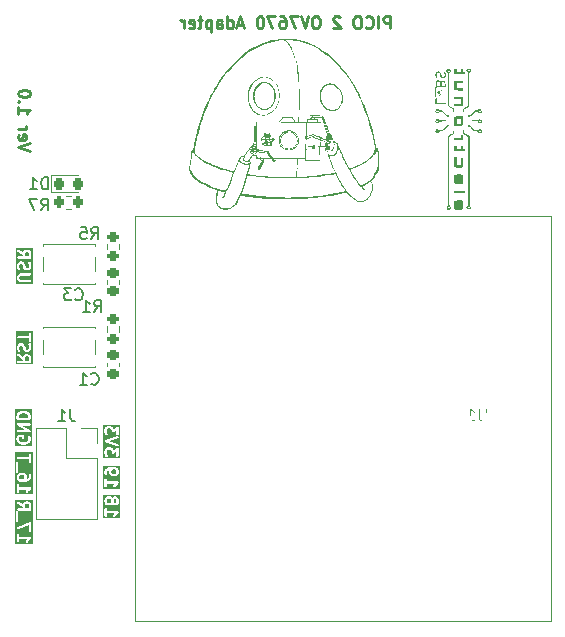
<source format=gbo>
G04 #@! TF.GenerationSoftware,KiCad,Pcbnew,8.0.7*
G04 #@! TF.CreationDate,2025-02-13T09:18:49+05:30*
G04 #@! TF.ProjectId,pico_ov7670_adapter,7069636f-5f6f-4763-9736-37305f616461,Ver 1.0*
G04 #@! TF.SameCoordinates,Original*
G04 #@! TF.FileFunction,Legend,Bot*
G04 #@! TF.FilePolarity,Positive*
%FSLAX46Y46*%
G04 Gerber Fmt 4.6, Leading zero omitted, Abs format (unit mm)*
G04 Created by KiCad (PCBNEW 8.0.7) date 2025-02-13 09:18:49*
%MOMM*%
%LPD*%
G01*
G04 APERTURE LIST*
G04 Aperture macros list*
%AMRoundRect*
0 Rectangle with rounded corners*
0 $1 Rounding radius*
0 $2 $3 $4 $5 $6 $7 $8 $9 X,Y pos of 4 corners*
0 Add a 4 corners polygon primitive as box body*
4,1,4,$2,$3,$4,$5,$6,$7,$8,$9,$2,$3,0*
0 Add four circle primitives for the rounded corners*
1,1,$1+$1,$2,$3*
1,1,$1+$1,$4,$5*
1,1,$1+$1,$6,$7*
1,1,$1+$1,$8,$9*
0 Add four rect primitives between the rounded corners*
20,1,$1+$1,$2,$3,$4,$5,0*
20,1,$1+$1,$4,$5,$6,$7,0*
20,1,$1+$1,$6,$7,$8,$9,0*
20,1,$1+$1,$8,$9,$2,$3,0*%
G04 Aperture macros list end*
%ADD10C,0.200000*%
%ADD11C,0.250000*%
%ADD12C,0.150000*%
%ADD13C,0.100000*%
%ADD14C,0.120000*%
%ADD15C,0.000000*%
%ADD16R,1.700000X1.700000*%
%ADD17O,1.700000X1.700000*%
%ADD18C,3.200000*%
%ADD19RoundRect,0.200000X-0.275000X0.200000X-0.275000X-0.200000X0.275000X-0.200000X0.275000X0.200000X0*%
%ADD20RoundRect,0.218750X-0.218750X-0.256250X0.218750X-0.256250X0.218750X0.256250X-0.218750X0.256250X0*%
%ADD21R,1.050000X0.650000*%
%ADD22C,1.700000*%
%ADD23RoundRect,0.200000X-0.200000X-0.275000X0.200000X-0.275000X0.200000X0.275000X-0.200000X0.275000X0*%
%ADD24RoundRect,0.225000X-0.250000X0.225000X-0.250000X-0.225000X0.250000X-0.225000X0.250000X0.225000X0*%
G04 APERTURE END LIST*
D10*
G36*
X98549735Y-107488941D02*
G01*
X98574404Y-107513609D01*
X98604209Y-107573219D01*
X98604209Y-107716481D01*
X98574404Y-107776090D01*
X98549735Y-107800758D01*
X98490126Y-107830564D01*
X98346864Y-107830564D01*
X98287254Y-107800759D01*
X98262583Y-107776088D01*
X98232780Y-107716481D01*
X98232780Y-107573218D01*
X98262583Y-107513611D01*
X98287254Y-107488940D01*
X98346864Y-107459136D01*
X98490126Y-107459136D01*
X98549735Y-107488941D01*
G37*
G36*
X98978306Y-107488941D02*
G01*
X99002975Y-107513609D01*
X99032780Y-107573219D01*
X99032780Y-107716481D01*
X99002975Y-107776090D01*
X98978306Y-107800758D01*
X98918697Y-107830564D01*
X98918292Y-107830564D01*
X98858682Y-107800759D01*
X98834014Y-107776090D01*
X98804209Y-107716480D01*
X98804209Y-107573219D01*
X98834014Y-107513609D01*
X98858682Y-107488940D01*
X98918292Y-107459136D01*
X98918697Y-107459136D01*
X98978306Y-107488941D01*
G37*
G36*
X99343891Y-109093271D02*
G01*
X97921669Y-109093271D01*
X97921669Y-108311517D01*
X98032780Y-108311517D01*
X98032780Y-108882945D01*
X98034701Y-108902454D01*
X98049633Y-108938502D01*
X98077223Y-108966092D01*
X98113271Y-108981024D01*
X98152289Y-108981024D01*
X98188337Y-108966092D01*
X98215927Y-108938502D01*
X98230859Y-108902454D01*
X98232780Y-108882945D01*
X98232780Y-108697231D01*
X98843739Y-108697231D01*
X98823974Y-108716996D01*
X98817679Y-108724666D01*
X98815685Y-108726396D01*
X98813791Y-108729403D01*
X98811538Y-108732150D01*
X98810527Y-108734589D01*
X98805242Y-108742986D01*
X98757623Y-108838224D01*
X98750617Y-108856532D01*
X98747851Y-108895452D01*
X98760190Y-108932468D01*
X98785754Y-108961945D01*
X98820653Y-108979394D01*
X98859573Y-108982160D01*
X98896589Y-108969821D01*
X98926066Y-108944257D01*
X98936509Y-108927666D01*
X98976870Y-108846943D01*
X99053634Y-108770180D01*
X99188250Y-108680436D01*
X99188304Y-108680391D01*
X99188337Y-108680378D01*
X99188410Y-108680304D01*
X99203417Y-108668016D01*
X99208927Y-108659787D01*
X99215927Y-108652788D01*
X99219676Y-108643736D01*
X99225128Y-108635596D01*
X99227069Y-108625888D01*
X99230859Y-108616740D01*
X99230859Y-108606940D01*
X99232780Y-108597335D01*
X99230859Y-108587623D01*
X99230859Y-108577722D01*
X99227110Y-108568672D01*
X99225209Y-108559059D01*
X99219714Y-108550817D01*
X99215927Y-108541674D01*
X99209001Y-108534748D01*
X99203565Y-108526594D01*
X99195336Y-108521083D01*
X99188337Y-108514084D01*
X99179285Y-108510334D01*
X99171145Y-108504883D01*
X99161437Y-108502941D01*
X99152289Y-108499152D01*
X99132986Y-108497251D01*
X99132885Y-108497231D01*
X99132850Y-108497237D01*
X99132780Y-108497231D01*
X98232780Y-108497231D01*
X98232780Y-108311517D01*
X98230859Y-108292008D01*
X98215927Y-108255960D01*
X98188337Y-108228370D01*
X98152289Y-108213438D01*
X98113271Y-108213438D01*
X98077223Y-108228370D01*
X98049633Y-108255960D01*
X98034701Y-108292008D01*
X98032780Y-108311517D01*
X97921669Y-108311517D01*
X97921669Y-107549612D01*
X98032780Y-107549612D01*
X98032780Y-107740088D01*
X98034701Y-107759597D01*
X98036076Y-107762916D01*
X98036331Y-107766502D01*
X98043338Y-107784810D01*
X98090958Y-107880048D01*
X98096242Y-107888443D01*
X98097253Y-107890883D01*
X98099506Y-107893628D01*
X98101401Y-107896639D01*
X98103397Y-107898370D01*
X98109689Y-107906037D01*
X98157308Y-107953655D01*
X98164974Y-107959947D01*
X98166707Y-107961945D01*
X98169715Y-107963838D01*
X98172461Y-107966092D01*
X98174901Y-107967102D01*
X98183298Y-107972388D01*
X98278535Y-108020007D01*
X98296844Y-108027013D01*
X98300427Y-108027267D01*
X98303748Y-108028643D01*
X98323257Y-108030564D01*
X98513733Y-108030564D01*
X98533242Y-108028643D01*
X98536562Y-108027267D01*
X98540146Y-108027013D01*
X98558454Y-108020007D01*
X98653692Y-107972388D01*
X98662088Y-107967102D01*
X98664528Y-107966092D01*
X98667274Y-107963838D01*
X98670282Y-107961945D01*
X98672011Y-107959950D01*
X98679682Y-107953656D01*
X98704208Y-107929128D01*
X98728736Y-107953655D01*
X98736402Y-107959947D01*
X98738135Y-107961945D01*
X98741143Y-107963838D01*
X98743889Y-107966092D01*
X98746329Y-107967102D01*
X98754726Y-107972388D01*
X98849963Y-108020007D01*
X98868272Y-108027013D01*
X98871855Y-108027267D01*
X98875176Y-108028643D01*
X98894685Y-108030564D01*
X98942304Y-108030564D01*
X98961813Y-108028643D01*
X98965133Y-108027267D01*
X98968717Y-108027013D01*
X98987025Y-108020007D01*
X99082263Y-107972388D01*
X99090659Y-107967102D01*
X99093099Y-107966092D01*
X99095845Y-107963838D01*
X99098853Y-107961945D01*
X99100582Y-107959950D01*
X99108253Y-107953656D01*
X99155871Y-107906037D01*
X99162163Y-107898370D01*
X99164161Y-107896638D01*
X99166054Y-107893629D01*
X99168308Y-107890884D01*
X99169318Y-107888443D01*
X99174604Y-107880047D01*
X99222223Y-107784810D01*
X99229229Y-107766501D01*
X99229483Y-107762917D01*
X99230859Y-107759597D01*
X99232780Y-107740088D01*
X99232780Y-107549612D01*
X99230859Y-107530103D01*
X99229483Y-107526782D01*
X99229229Y-107523199D01*
X99222223Y-107504890D01*
X99174604Y-107409653D01*
X99169318Y-107401256D01*
X99168308Y-107398816D01*
X99166054Y-107396070D01*
X99164161Y-107393062D01*
X99162163Y-107391329D01*
X99155871Y-107383663D01*
X99108253Y-107336044D01*
X99100582Y-107329749D01*
X99098853Y-107327755D01*
X99095845Y-107325861D01*
X99093099Y-107323608D01*
X99090659Y-107322597D01*
X99082263Y-107317312D01*
X98987025Y-107269693D01*
X98968717Y-107262687D01*
X98965133Y-107262432D01*
X98961813Y-107261057D01*
X98942304Y-107259136D01*
X98894685Y-107259136D01*
X98875176Y-107261057D01*
X98871855Y-107262432D01*
X98868272Y-107262687D01*
X98849963Y-107269693D01*
X98754726Y-107317312D01*
X98746329Y-107322597D01*
X98743889Y-107323608D01*
X98741143Y-107325861D01*
X98738135Y-107327755D01*
X98736402Y-107329752D01*
X98728736Y-107336045D01*
X98704208Y-107360571D01*
X98679682Y-107336044D01*
X98672011Y-107329749D01*
X98670282Y-107327755D01*
X98667274Y-107325861D01*
X98664528Y-107323608D01*
X98662088Y-107322597D01*
X98653692Y-107317312D01*
X98558454Y-107269693D01*
X98540146Y-107262687D01*
X98536562Y-107262432D01*
X98533242Y-107261057D01*
X98513733Y-107259136D01*
X98323257Y-107259136D01*
X98303748Y-107261057D01*
X98300427Y-107262432D01*
X98296844Y-107262687D01*
X98278535Y-107269693D01*
X98183298Y-107317312D01*
X98174901Y-107322597D01*
X98172461Y-107323608D01*
X98169715Y-107325861D01*
X98166707Y-107327755D01*
X98164974Y-107329752D01*
X98157308Y-107336045D01*
X98109689Y-107383663D01*
X98103397Y-107391329D01*
X98101401Y-107393061D01*
X98099506Y-107396071D01*
X98097253Y-107398817D01*
X98096242Y-107401256D01*
X98090958Y-107409652D01*
X98043338Y-107504890D01*
X98036331Y-107523198D01*
X98036076Y-107526783D01*
X98034701Y-107530103D01*
X98032780Y-107549612D01*
X97921669Y-107549612D01*
X97921669Y-107148025D01*
X99343891Y-107148025D01*
X99343891Y-109093271D01*
G37*
G36*
X91578306Y-95438703D02*
G01*
X91602975Y-95463371D01*
X91632780Y-95522981D01*
X91632780Y-95780326D01*
X91308971Y-95780326D01*
X91308971Y-95522981D01*
X91338776Y-95463371D01*
X91363444Y-95438702D01*
X91423054Y-95408898D01*
X91518697Y-95408898D01*
X91578306Y-95438703D01*
G37*
G36*
X91943891Y-96091437D02*
G01*
X90521669Y-96091437D01*
X90521669Y-95306730D01*
X90632803Y-95306730D01*
X90639584Y-95345155D01*
X90660553Y-95378060D01*
X90675434Y-95390821D01*
X91108971Y-95694296D01*
X91108971Y-95780326D01*
X90732780Y-95780326D01*
X90713271Y-95782247D01*
X90677223Y-95797179D01*
X90649633Y-95824769D01*
X90634701Y-95860817D01*
X90634701Y-95899835D01*
X90649633Y-95935883D01*
X90677223Y-95963473D01*
X90713271Y-95978405D01*
X90732780Y-95980326D01*
X91732780Y-95980326D01*
X91752289Y-95978405D01*
X91788337Y-95963473D01*
X91815927Y-95935883D01*
X91830859Y-95899835D01*
X91832780Y-95880326D01*
X91832780Y-95499374D01*
X91830859Y-95479865D01*
X91829483Y-95476544D01*
X91829229Y-95472961D01*
X91822223Y-95454652D01*
X91774604Y-95359415D01*
X91769318Y-95351018D01*
X91768308Y-95348578D01*
X91766054Y-95345832D01*
X91764161Y-95342824D01*
X91762163Y-95341091D01*
X91755871Y-95333425D01*
X91708253Y-95285806D01*
X91700582Y-95279511D01*
X91698853Y-95277517D01*
X91695845Y-95275623D01*
X91693099Y-95273370D01*
X91690659Y-95272359D01*
X91682263Y-95267074D01*
X91587025Y-95219455D01*
X91568717Y-95212449D01*
X91565133Y-95212194D01*
X91561813Y-95210819D01*
X91542304Y-95208898D01*
X91399447Y-95208898D01*
X91379938Y-95210819D01*
X91376617Y-95212194D01*
X91373034Y-95212449D01*
X91354725Y-95219455D01*
X91259488Y-95267074D01*
X91251091Y-95272359D01*
X91248651Y-95273370D01*
X91245905Y-95275623D01*
X91242897Y-95277517D01*
X91241164Y-95279514D01*
X91233498Y-95285807D01*
X91185879Y-95333425D01*
X91179584Y-95341095D01*
X91177590Y-95342825D01*
X91175696Y-95345832D01*
X91173443Y-95348579D01*
X91172432Y-95351018D01*
X91167147Y-95359415D01*
X91119528Y-95454653D01*
X91118651Y-95456942D01*
X90790126Y-95226975D01*
X90773042Y-95217361D01*
X90734948Y-95208921D01*
X90696523Y-95215702D01*
X90663618Y-95236671D01*
X90641243Y-95268636D01*
X90632803Y-95306730D01*
X90521669Y-95306730D01*
X90521669Y-94546993D01*
X90632780Y-94546993D01*
X90632780Y-94785088D01*
X90633752Y-94794961D01*
X90633565Y-94797596D01*
X90634352Y-94801059D01*
X90634701Y-94804597D01*
X90635712Y-94807038D01*
X90637912Y-94816711D01*
X90685532Y-94959569D01*
X90693524Y-94977469D01*
X90719089Y-95006945D01*
X90753988Y-95024394D01*
X90792908Y-95027160D01*
X90829924Y-95014821D01*
X90859400Y-94989256D01*
X90876849Y-94954357D01*
X90879615Y-94915437D01*
X90875268Y-94896322D01*
X90832780Y-94768860D01*
X90832780Y-94570599D01*
X90862583Y-94510992D01*
X90887254Y-94486321D01*
X90946864Y-94456517D01*
X90994888Y-94456517D01*
X91054497Y-94486322D01*
X91079166Y-94510990D01*
X91114619Y-94581897D01*
X91159576Y-94761722D01*
X91160089Y-94763159D01*
X91160141Y-94763882D01*
X91163249Y-94772006D01*
X91166171Y-94780183D01*
X91166601Y-94780763D01*
X91167147Y-94782190D01*
X91214766Y-94877428D01*
X91220051Y-94885824D01*
X91221062Y-94888264D01*
X91223315Y-94891010D01*
X91225209Y-94894018D01*
X91227203Y-94895747D01*
X91233498Y-94903418D01*
X91281117Y-94951036D01*
X91288783Y-94957328D01*
X91290516Y-94959326D01*
X91293524Y-94961219D01*
X91296270Y-94963473D01*
X91298710Y-94964483D01*
X91307107Y-94969769D01*
X91402344Y-95017388D01*
X91420653Y-95024394D01*
X91424236Y-95024648D01*
X91427557Y-95026024D01*
X91447066Y-95027945D01*
X91542304Y-95027945D01*
X91561813Y-95026024D01*
X91565133Y-95024648D01*
X91568717Y-95024394D01*
X91587025Y-95017388D01*
X91682263Y-94969769D01*
X91690659Y-94964483D01*
X91693099Y-94963473D01*
X91695845Y-94961219D01*
X91698853Y-94959326D01*
X91700582Y-94957331D01*
X91708253Y-94951037D01*
X91755871Y-94903418D01*
X91762163Y-94895751D01*
X91764161Y-94894019D01*
X91766054Y-94891010D01*
X91768308Y-94888265D01*
X91769318Y-94885824D01*
X91774604Y-94877428D01*
X91822223Y-94782191D01*
X91829229Y-94763882D01*
X91829483Y-94760298D01*
X91830859Y-94756978D01*
X91832780Y-94737469D01*
X91832780Y-94499374D01*
X91831807Y-94489500D01*
X91831995Y-94486866D01*
X91831207Y-94483402D01*
X91830859Y-94479865D01*
X91829847Y-94477423D01*
X91827648Y-94467751D01*
X91780029Y-94324894D01*
X91772038Y-94306994D01*
X91746473Y-94277518D01*
X91711574Y-94260068D01*
X91672654Y-94257302D01*
X91635638Y-94269640D01*
X91606162Y-94295205D01*
X91588712Y-94330104D01*
X91585946Y-94369024D01*
X91590293Y-94388140D01*
X91632780Y-94515600D01*
X91632780Y-94713862D01*
X91602975Y-94773471D01*
X91578306Y-94798139D01*
X91518697Y-94827945D01*
X91470673Y-94827945D01*
X91411063Y-94798140D01*
X91386395Y-94773471D01*
X91350941Y-94702564D01*
X91305985Y-94522739D01*
X91305471Y-94521300D01*
X91305420Y-94520580D01*
X91302311Y-94512455D01*
X91299390Y-94504279D01*
X91298960Y-94503699D01*
X91298414Y-94502271D01*
X91250795Y-94407034D01*
X91245509Y-94398637D01*
X91244499Y-94396197D01*
X91242245Y-94393451D01*
X91240352Y-94390443D01*
X91238354Y-94388710D01*
X91232062Y-94381044D01*
X91184444Y-94333425D01*
X91176773Y-94327130D01*
X91175044Y-94325136D01*
X91172036Y-94323242D01*
X91169290Y-94320989D01*
X91166850Y-94319978D01*
X91158454Y-94314693D01*
X91063216Y-94267074D01*
X91044908Y-94260068D01*
X91041324Y-94259813D01*
X91038004Y-94258438D01*
X91018495Y-94256517D01*
X90923257Y-94256517D01*
X90903748Y-94258438D01*
X90900427Y-94259813D01*
X90896844Y-94260068D01*
X90878535Y-94267074D01*
X90783298Y-94314693D01*
X90774901Y-94319978D01*
X90772461Y-94320989D01*
X90769715Y-94323242D01*
X90766707Y-94325136D01*
X90764974Y-94327133D01*
X90757308Y-94333426D01*
X90709689Y-94381044D01*
X90703397Y-94388710D01*
X90701401Y-94390442D01*
X90699506Y-94393452D01*
X90697253Y-94396198D01*
X90696242Y-94398637D01*
X90690958Y-94407033D01*
X90643338Y-94502271D01*
X90636331Y-94520579D01*
X90636076Y-94524164D01*
X90634701Y-94527484D01*
X90632780Y-94546993D01*
X90521669Y-94546993D01*
X90521669Y-93765579D01*
X90634701Y-93765579D01*
X90634701Y-93804597D01*
X90649633Y-93840645D01*
X90677223Y-93868235D01*
X90713271Y-93883167D01*
X90732780Y-93885088D01*
X91632780Y-93885088D01*
X91632780Y-94070802D01*
X91634701Y-94090311D01*
X91649633Y-94126359D01*
X91677223Y-94153949D01*
X91713271Y-94168881D01*
X91752289Y-94168881D01*
X91788337Y-94153949D01*
X91815927Y-94126359D01*
X91830859Y-94090311D01*
X91832780Y-94070802D01*
X91832780Y-93499374D01*
X91830859Y-93479865D01*
X91815927Y-93443817D01*
X91788337Y-93416227D01*
X91752289Y-93401295D01*
X91713271Y-93401295D01*
X91677223Y-93416227D01*
X91649633Y-93443817D01*
X91634701Y-93479865D01*
X91632780Y-93499374D01*
X91632780Y-93685088D01*
X90732780Y-93685088D01*
X90713271Y-93687009D01*
X90677223Y-93701941D01*
X90649633Y-93729531D01*
X90634701Y-93765579D01*
X90521669Y-93765579D01*
X90521669Y-93290184D01*
X91943891Y-93290184D01*
X91943891Y-96091437D01*
G37*
G36*
X91409780Y-100253249D02*
G01*
X91480686Y-100288702D01*
X91547758Y-100355774D01*
X91582780Y-100460838D01*
X91582780Y-100582707D01*
X90782780Y-100582707D01*
X90782780Y-100460839D01*
X90817802Y-100355774D01*
X90884875Y-100288702D01*
X90955780Y-100253249D01*
X91123661Y-100211279D01*
X91241899Y-100211279D01*
X91409780Y-100253249D01*
G37*
G36*
X91893891Y-102989056D02*
G01*
X90471669Y-102989056D01*
X90471669Y-102349374D01*
X90582780Y-102349374D01*
X90582780Y-102444612D01*
X90583752Y-102454485D01*
X90583565Y-102457120D01*
X90584352Y-102460583D01*
X90584701Y-102464121D01*
X90585712Y-102466562D01*
X90587912Y-102476235D01*
X90635532Y-102619093D01*
X90643524Y-102636993D01*
X90645878Y-102639707D01*
X90647253Y-102643026D01*
X90659689Y-102658180D01*
X90754927Y-102753418D01*
X90762593Y-102759709D01*
X90764326Y-102761707D01*
X90767337Y-102763602D01*
X90770081Y-102765854D01*
X90772518Y-102766863D01*
X90780917Y-102772150D01*
X90876154Y-102819769D01*
X90877582Y-102820315D01*
X90878162Y-102820745D01*
X90886338Y-102823666D01*
X90894463Y-102826775D01*
X90895183Y-102826826D01*
X90896622Y-102827340D01*
X91087098Y-102874959D01*
X91090479Y-102875459D01*
X91091843Y-102876024D01*
X91099193Y-102876747D01*
X91106491Y-102877827D01*
X91107949Y-102877609D01*
X91111352Y-102877945D01*
X91254209Y-102877945D01*
X91257611Y-102877609D01*
X91259070Y-102877827D01*
X91266367Y-102876747D01*
X91273718Y-102876024D01*
X91275081Y-102875459D01*
X91278463Y-102874959D01*
X91468938Y-102827340D01*
X91470375Y-102826826D01*
X91471098Y-102826775D01*
X91479222Y-102823666D01*
X91487399Y-102820745D01*
X91487979Y-102820314D01*
X91489406Y-102819769D01*
X91584644Y-102772150D01*
X91593040Y-102766864D01*
X91595480Y-102765854D01*
X91598226Y-102763600D01*
X91601234Y-102761707D01*
X91602963Y-102759712D01*
X91610634Y-102753418D01*
X91705872Y-102658180D01*
X91718308Y-102643026D01*
X91719682Y-102639707D01*
X91722038Y-102636992D01*
X91730029Y-102619092D01*
X91777648Y-102476235D01*
X91779847Y-102466562D01*
X91780859Y-102464121D01*
X91781207Y-102460583D01*
X91781995Y-102457120D01*
X91781807Y-102454485D01*
X91782780Y-102444612D01*
X91782780Y-102301755D01*
X91780859Y-102282246D01*
X91779483Y-102278925D01*
X91779229Y-102275342D01*
X91772223Y-102257033D01*
X91724604Y-102161796D01*
X91714161Y-102145205D01*
X91684684Y-102119641D01*
X91647668Y-102107302D01*
X91608748Y-102110068D01*
X91573849Y-102127517D01*
X91548285Y-102156994D01*
X91535946Y-102194010D01*
X91538712Y-102232930D01*
X91545718Y-102251238D01*
X91582780Y-102325362D01*
X91582780Y-102428385D01*
X91547758Y-102533449D01*
X91480686Y-102600521D01*
X91409780Y-102635974D01*
X91241899Y-102677945D01*
X91123661Y-102677945D01*
X90955780Y-102635974D01*
X90884875Y-102600522D01*
X90817802Y-102533449D01*
X90782780Y-102428384D01*
X90782780Y-102365601D01*
X90817802Y-102260536D01*
X90819441Y-102258898D01*
X91011352Y-102258898D01*
X91011352Y-102349374D01*
X91013273Y-102368883D01*
X91028205Y-102404931D01*
X91055795Y-102432521D01*
X91091843Y-102447453D01*
X91130861Y-102447453D01*
X91166909Y-102432521D01*
X91194499Y-102404931D01*
X91209431Y-102368883D01*
X91211352Y-102349374D01*
X91211352Y-102158898D01*
X91209431Y-102139389D01*
X91194499Y-102103341D01*
X91166909Y-102075751D01*
X91130861Y-102060819D01*
X91111352Y-102058898D01*
X90778019Y-102058898D01*
X90758510Y-102060819D01*
X90733019Y-102071377D01*
X90722461Y-102075751D01*
X90707308Y-102088188D01*
X90659689Y-102135806D01*
X90647253Y-102150960D01*
X90645878Y-102154278D01*
X90643524Y-102156993D01*
X90635532Y-102174893D01*
X90587912Y-102317751D01*
X90585712Y-102327423D01*
X90584701Y-102329865D01*
X90584352Y-102333402D01*
X90583565Y-102336866D01*
X90583752Y-102339500D01*
X90582780Y-102349374D01*
X90471669Y-102349374D01*
X90471669Y-101165883D01*
X90583024Y-101165883D01*
X90584701Y-101172031D01*
X90584701Y-101178407D01*
X90589792Y-101190697D01*
X90593291Y-101203526D01*
X90597193Y-101208564D01*
X90599633Y-101214455D01*
X90609038Y-101223860D01*
X90617181Y-101234375D01*
X90625356Y-101240178D01*
X90627223Y-101242045D01*
X90629055Y-101242803D01*
X90633166Y-101245722D01*
X91306224Y-101630326D01*
X90682780Y-101630326D01*
X90663271Y-101632247D01*
X90627223Y-101647179D01*
X90599633Y-101674769D01*
X90584701Y-101710817D01*
X90584701Y-101749835D01*
X90599633Y-101785883D01*
X90627223Y-101813473D01*
X90663271Y-101828405D01*
X90682780Y-101830326D01*
X91682780Y-101830326D01*
X91687797Y-101829831D01*
X91689765Y-101830082D01*
X91692311Y-101829387D01*
X91702289Y-101828405D01*
X91714575Y-101823315D01*
X91727408Y-101819816D01*
X91732449Y-101815911D01*
X91738337Y-101813473D01*
X91747740Y-101804069D01*
X91758257Y-101795925D01*
X91761419Y-101790390D01*
X91765927Y-101785883D01*
X91771015Y-101773597D01*
X91777616Y-101762048D01*
X91778419Y-101755723D01*
X91780859Y-101749835D01*
X91780859Y-101736535D01*
X91782536Y-101723342D01*
X91780859Y-101717192D01*
X91780859Y-101710817D01*
X91775769Y-101698530D01*
X91772270Y-101685698D01*
X91768365Y-101680656D01*
X91765927Y-101674769D01*
X91756523Y-101665365D01*
X91748379Y-101654849D01*
X91740203Y-101649045D01*
X91738337Y-101647179D01*
X91736504Y-101646420D01*
X91732394Y-101643502D01*
X91059336Y-101258898D01*
X91682780Y-101258898D01*
X91702289Y-101256977D01*
X91738337Y-101242045D01*
X91765927Y-101214455D01*
X91780859Y-101178407D01*
X91780859Y-101139389D01*
X91765927Y-101103341D01*
X91738337Y-101075751D01*
X91702289Y-101060819D01*
X91682780Y-101058898D01*
X90682780Y-101058898D01*
X90677762Y-101059392D01*
X90675795Y-101059142D01*
X90673248Y-101059836D01*
X90663271Y-101060819D01*
X90650980Y-101065910D01*
X90638152Y-101069409D01*
X90633113Y-101073311D01*
X90627223Y-101075751D01*
X90617817Y-101085156D01*
X90607303Y-101093299D01*
X90604140Y-101098833D01*
X90599633Y-101103341D01*
X90594544Y-101115626D01*
X90587944Y-101127176D01*
X90587140Y-101133500D01*
X90584701Y-101139389D01*
X90584701Y-101152689D01*
X90583024Y-101165883D01*
X90471669Y-101165883D01*
X90471669Y-100444612D01*
X90582780Y-100444612D01*
X90582780Y-100682707D01*
X90584701Y-100702216D01*
X90599633Y-100738264D01*
X90627223Y-100765854D01*
X90663271Y-100780786D01*
X90682780Y-100782707D01*
X91682780Y-100782707D01*
X91702289Y-100780786D01*
X91738337Y-100765854D01*
X91765927Y-100738264D01*
X91780859Y-100702216D01*
X91782780Y-100682707D01*
X91782780Y-100444612D01*
X91781807Y-100434738D01*
X91781995Y-100432104D01*
X91781207Y-100428640D01*
X91780859Y-100425103D01*
X91779847Y-100422661D01*
X91777648Y-100412989D01*
X91730029Y-100270132D01*
X91722038Y-100252232D01*
X91719682Y-100249516D01*
X91718308Y-100246198D01*
X91705872Y-100231044D01*
X91610634Y-100135806D01*
X91602963Y-100129511D01*
X91601234Y-100127517D01*
X91598226Y-100125623D01*
X91595480Y-100123370D01*
X91593040Y-100122359D01*
X91584644Y-100117074D01*
X91489406Y-100069455D01*
X91487979Y-100068909D01*
X91487399Y-100068479D01*
X91479222Y-100065557D01*
X91471098Y-100062449D01*
X91470375Y-100062397D01*
X91468938Y-100061884D01*
X91278463Y-100014265D01*
X91275081Y-100013764D01*
X91273718Y-100013200D01*
X91266367Y-100012476D01*
X91259070Y-100011397D01*
X91257611Y-100011614D01*
X91254209Y-100011279D01*
X91111352Y-100011279D01*
X91107949Y-100011614D01*
X91106491Y-100011397D01*
X91099193Y-100012476D01*
X91091843Y-100013200D01*
X91090479Y-100013764D01*
X91087098Y-100014265D01*
X90896622Y-100061884D01*
X90895183Y-100062397D01*
X90894463Y-100062449D01*
X90886338Y-100065557D01*
X90878162Y-100068479D01*
X90877582Y-100068908D01*
X90876154Y-100069455D01*
X90780917Y-100117074D01*
X90772518Y-100122360D01*
X90770081Y-100123370D01*
X90767337Y-100125621D01*
X90764326Y-100127517D01*
X90762593Y-100129514D01*
X90754927Y-100135806D01*
X90659689Y-100231044D01*
X90647253Y-100246198D01*
X90645878Y-100249516D01*
X90643524Y-100252231D01*
X90635532Y-100270131D01*
X90587912Y-100412989D01*
X90585712Y-100422661D01*
X90584701Y-100425103D01*
X90584352Y-100428640D01*
X90583565Y-100432104D01*
X90583752Y-100434738D01*
X90582780Y-100444612D01*
X90471669Y-100444612D01*
X90471669Y-99900168D01*
X91893891Y-99900168D01*
X91893891Y-102989056D01*
G37*
G36*
X91578306Y-107922036D02*
G01*
X91602975Y-107946704D01*
X91632780Y-108006314D01*
X91632780Y-108263659D01*
X91308971Y-108263659D01*
X91308971Y-108006314D01*
X91338776Y-107946704D01*
X91363444Y-107922035D01*
X91423054Y-107892231D01*
X91518697Y-107892231D01*
X91578306Y-107922036D01*
G37*
G36*
X91943891Y-111288271D02*
G01*
X90426431Y-111288271D01*
X90426431Y-110506517D01*
X90632780Y-110506517D01*
X90632780Y-111077945D01*
X90634701Y-111097454D01*
X90649633Y-111133502D01*
X90677223Y-111161092D01*
X90713271Y-111176024D01*
X90752289Y-111176024D01*
X90788337Y-111161092D01*
X90815927Y-111133502D01*
X90830859Y-111097454D01*
X90832780Y-111077945D01*
X90832780Y-110892231D01*
X91443739Y-110892231D01*
X91423974Y-110911996D01*
X91417679Y-110919666D01*
X91415685Y-110921396D01*
X91413791Y-110924403D01*
X91411538Y-110927150D01*
X91410527Y-110929589D01*
X91405242Y-110937986D01*
X91357623Y-111033224D01*
X91350617Y-111051532D01*
X91347851Y-111090452D01*
X91360190Y-111127468D01*
X91385754Y-111156945D01*
X91420653Y-111174394D01*
X91459573Y-111177160D01*
X91496589Y-111164821D01*
X91526066Y-111139257D01*
X91536509Y-111122666D01*
X91576870Y-111041943D01*
X91653634Y-110965180D01*
X91788250Y-110875436D01*
X91788304Y-110875391D01*
X91788337Y-110875378D01*
X91788410Y-110875304D01*
X91803417Y-110863016D01*
X91808927Y-110854787D01*
X91815927Y-110847788D01*
X91819676Y-110838736D01*
X91825128Y-110830596D01*
X91827069Y-110820888D01*
X91830859Y-110811740D01*
X91830859Y-110801940D01*
X91832780Y-110792335D01*
X91830859Y-110782623D01*
X91830859Y-110772722D01*
X91827110Y-110763672D01*
X91825209Y-110754059D01*
X91819714Y-110745817D01*
X91815927Y-110736674D01*
X91809001Y-110729748D01*
X91803565Y-110721594D01*
X91795336Y-110716083D01*
X91788337Y-110709084D01*
X91779285Y-110705334D01*
X91771145Y-110699883D01*
X91761437Y-110697941D01*
X91752289Y-110694152D01*
X91732986Y-110692251D01*
X91732885Y-110692231D01*
X91732850Y-110692237D01*
X91732780Y-110692231D01*
X90832780Y-110692231D01*
X90832780Y-110506517D01*
X90830859Y-110487008D01*
X90815927Y-110450960D01*
X90788337Y-110423370D01*
X90752289Y-110408438D01*
X90713271Y-110408438D01*
X90677223Y-110423370D01*
X90649633Y-110450960D01*
X90634701Y-110487008D01*
X90632780Y-110506517D01*
X90426431Y-110506517D01*
X90426431Y-109916776D01*
X90634471Y-109916776D01*
X90634946Y-109955792D01*
X90650316Y-109991655D01*
X90678241Y-110018906D01*
X90714468Y-110033397D01*
X90753484Y-110032922D01*
X90772172Y-110027003D01*
X91632780Y-109658171D01*
X91632780Y-110173183D01*
X91634701Y-110192692D01*
X91649633Y-110228740D01*
X91677223Y-110256330D01*
X91713271Y-110271262D01*
X91752289Y-110271262D01*
X91788337Y-110256330D01*
X91815927Y-110228740D01*
X91830859Y-110192692D01*
X91832780Y-110173183D01*
X91832780Y-109506517D01*
X91830859Y-109487008D01*
X91830620Y-109486432D01*
X91830613Y-109485814D01*
X91823182Y-109468476D01*
X91815927Y-109450960D01*
X91815487Y-109450520D01*
X91815243Y-109449950D01*
X91801716Y-109436749D01*
X91788337Y-109423370D01*
X91787762Y-109423132D01*
X91787319Y-109422699D01*
X91769799Y-109415691D01*
X91752289Y-109408438D01*
X91751666Y-109408438D01*
X91751091Y-109408208D01*
X91732200Y-109408438D01*
X91713271Y-109408438D01*
X91712697Y-109408675D01*
X91712076Y-109408683D01*
X91693388Y-109414603D01*
X90693388Y-109843173D01*
X90676213Y-109852624D01*
X90648962Y-109880549D01*
X90634471Y-109916776D01*
X90426431Y-109916776D01*
X90426431Y-108601755D01*
X90537542Y-108601755D01*
X90537542Y-109363660D01*
X90539463Y-109383169D01*
X90554395Y-109419217D01*
X90581985Y-109446807D01*
X90618033Y-109461739D01*
X90657051Y-109461739D01*
X90693099Y-109446807D01*
X90720689Y-109419217D01*
X90735621Y-109383169D01*
X90737542Y-109363660D01*
X90737542Y-108601755D01*
X90735621Y-108582246D01*
X90720689Y-108546198D01*
X90693099Y-108518608D01*
X90657051Y-108503676D01*
X90618033Y-108503676D01*
X90581985Y-108518608D01*
X90554395Y-108546198D01*
X90539463Y-108582246D01*
X90537542Y-108601755D01*
X90426431Y-108601755D01*
X90426431Y-107790063D01*
X90632803Y-107790063D01*
X90639584Y-107828488D01*
X90660553Y-107861393D01*
X90675434Y-107874154D01*
X91108971Y-108177629D01*
X91108971Y-108263659D01*
X90732780Y-108263659D01*
X90713271Y-108265580D01*
X90677223Y-108280512D01*
X90649633Y-108308102D01*
X90634701Y-108344150D01*
X90634701Y-108383168D01*
X90649633Y-108419216D01*
X90677223Y-108446806D01*
X90713271Y-108461738D01*
X90732780Y-108463659D01*
X91732780Y-108463659D01*
X91752289Y-108461738D01*
X91788337Y-108446806D01*
X91815927Y-108419216D01*
X91830859Y-108383168D01*
X91832780Y-108363659D01*
X91832780Y-107982707D01*
X91830859Y-107963198D01*
X91829483Y-107959877D01*
X91829229Y-107956294D01*
X91822223Y-107937985D01*
X91774604Y-107842748D01*
X91769318Y-107834351D01*
X91768308Y-107831911D01*
X91766054Y-107829165D01*
X91764161Y-107826157D01*
X91762163Y-107824424D01*
X91755871Y-107816758D01*
X91708253Y-107769139D01*
X91700582Y-107762844D01*
X91698853Y-107760850D01*
X91695845Y-107758956D01*
X91693099Y-107756703D01*
X91690659Y-107755692D01*
X91682263Y-107750407D01*
X91587025Y-107702788D01*
X91568717Y-107695782D01*
X91565133Y-107695527D01*
X91561813Y-107694152D01*
X91542304Y-107692231D01*
X91399447Y-107692231D01*
X91379938Y-107694152D01*
X91376617Y-107695527D01*
X91373034Y-107695782D01*
X91354725Y-107702788D01*
X91259488Y-107750407D01*
X91251091Y-107755692D01*
X91248651Y-107756703D01*
X91245905Y-107758956D01*
X91242897Y-107760850D01*
X91241164Y-107762847D01*
X91233498Y-107769140D01*
X91185879Y-107816758D01*
X91179584Y-107824428D01*
X91177590Y-107826158D01*
X91175696Y-107829165D01*
X91173443Y-107831912D01*
X91172432Y-107834351D01*
X91167147Y-107842748D01*
X91119528Y-107937986D01*
X91118651Y-107940275D01*
X90790126Y-107710308D01*
X90773042Y-107700694D01*
X90734948Y-107692254D01*
X90696523Y-107699035D01*
X90663618Y-107720004D01*
X90641243Y-107751969D01*
X90632803Y-107790063D01*
X90426431Y-107790063D01*
X90426431Y-107581120D01*
X91943891Y-107581120D01*
X91943891Y-111288271D01*
G37*
G36*
X98978306Y-104988941D02*
G01*
X99002975Y-105013609D01*
X99032780Y-105073219D01*
X99032780Y-105216481D01*
X99002975Y-105276090D01*
X98978306Y-105300758D01*
X98918697Y-105330564D01*
X98727816Y-105330564D01*
X98668206Y-105300759D01*
X98643538Y-105276090D01*
X98613733Y-105216480D01*
X98613733Y-105073219D01*
X98643538Y-105013609D01*
X98668206Y-104988940D01*
X98727816Y-104959136D01*
X98918697Y-104959136D01*
X98978306Y-104988941D01*
G37*
G36*
X99343891Y-106593271D02*
G01*
X97921669Y-106593271D01*
X97921669Y-105811517D01*
X98032780Y-105811517D01*
X98032780Y-106382945D01*
X98034701Y-106402454D01*
X98049633Y-106438502D01*
X98077223Y-106466092D01*
X98113271Y-106481024D01*
X98152289Y-106481024D01*
X98188337Y-106466092D01*
X98215927Y-106438502D01*
X98230859Y-106402454D01*
X98232780Y-106382945D01*
X98232780Y-106197231D01*
X98843739Y-106197231D01*
X98823974Y-106216996D01*
X98817679Y-106224666D01*
X98815685Y-106226396D01*
X98813791Y-106229403D01*
X98811538Y-106232150D01*
X98810527Y-106234589D01*
X98805242Y-106242986D01*
X98757623Y-106338224D01*
X98750617Y-106356532D01*
X98747851Y-106395452D01*
X98760190Y-106432468D01*
X98785754Y-106461945D01*
X98820653Y-106479394D01*
X98859573Y-106482160D01*
X98896589Y-106469821D01*
X98926066Y-106444257D01*
X98936509Y-106427666D01*
X98976870Y-106346943D01*
X99053634Y-106270180D01*
X99188250Y-106180436D01*
X99188304Y-106180391D01*
X99188337Y-106180378D01*
X99188410Y-106180304D01*
X99203417Y-106168016D01*
X99208927Y-106159787D01*
X99215927Y-106152788D01*
X99219676Y-106143736D01*
X99225128Y-106135596D01*
X99227069Y-106125888D01*
X99230859Y-106116740D01*
X99230859Y-106106940D01*
X99232780Y-106097335D01*
X99230859Y-106087623D01*
X99230859Y-106077722D01*
X99227110Y-106068672D01*
X99225209Y-106059059D01*
X99219714Y-106050817D01*
X99215927Y-106041674D01*
X99209001Y-106034748D01*
X99203565Y-106026594D01*
X99195336Y-106021083D01*
X99188337Y-106014084D01*
X99179285Y-106010334D01*
X99171145Y-106004883D01*
X99161437Y-106002941D01*
X99152289Y-105999152D01*
X99132986Y-105997251D01*
X99132885Y-105997231D01*
X99132850Y-105997237D01*
X99132780Y-105997231D01*
X98232780Y-105997231D01*
X98232780Y-105811517D01*
X98230859Y-105792008D01*
X98215927Y-105755960D01*
X98188337Y-105728370D01*
X98152289Y-105713438D01*
X98113271Y-105713438D01*
X98077223Y-105728370D01*
X98049633Y-105755960D01*
X98034701Y-105792008D01*
X98032780Y-105811517D01*
X97921669Y-105811517D01*
X97921669Y-105144850D01*
X98032780Y-105144850D01*
X98032780Y-105335326D01*
X98034701Y-105354835D01*
X98049633Y-105390883D01*
X98077223Y-105418473D01*
X98113271Y-105433405D01*
X98152289Y-105433405D01*
X98188337Y-105418473D01*
X98215927Y-105390883D01*
X98230859Y-105354835D01*
X98232780Y-105335326D01*
X98232780Y-105168456D01*
X98262583Y-105108849D01*
X98291727Y-105079705D01*
X98411934Y-104999567D01*
X98429096Y-104995277D01*
X98424290Y-105004891D01*
X98417284Y-105023199D01*
X98417029Y-105026782D01*
X98415654Y-105030103D01*
X98413733Y-105049612D01*
X98413733Y-105240088D01*
X98415654Y-105259597D01*
X98417029Y-105262917D01*
X98417284Y-105266501D01*
X98424290Y-105284809D01*
X98471909Y-105380047D01*
X98477194Y-105388443D01*
X98478205Y-105390883D01*
X98480458Y-105393629D01*
X98482352Y-105396637D01*
X98484346Y-105398366D01*
X98490641Y-105406037D01*
X98538260Y-105453655D01*
X98545926Y-105459947D01*
X98547659Y-105461945D01*
X98550667Y-105463838D01*
X98553413Y-105466092D01*
X98555853Y-105467102D01*
X98564250Y-105472388D01*
X98659487Y-105520007D01*
X98677796Y-105527013D01*
X98681379Y-105527267D01*
X98684700Y-105528643D01*
X98704209Y-105530564D01*
X98942304Y-105530564D01*
X98961813Y-105528643D01*
X98965133Y-105527267D01*
X98968717Y-105527013D01*
X98987025Y-105520007D01*
X99082263Y-105472388D01*
X99090659Y-105467102D01*
X99093099Y-105466092D01*
X99095845Y-105463838D01*
X99098853Y-105461945D01*
X99100582Y-105459950D01*
X99108253Y-105453656D01*
X99155871Y-105406037D01*
X99162163Y-105398370D01*
X99164161Y-105396638D01*
X99166054Y-105393629D01*
X99168308Y-105390884D01*
X99169318Y-105388443D01*
X99174604Y-105380047D01*
X99222223Y-105284810D01*
X99229229Y-105266501D01*
X99229483Y-105262917D01*
X99230859Y-105259597D01*
X99232780Y-105240088D01*
X99232780Y-105049612D01*
X99230859Y-105030103D01*
X99229483Y-105026782D01*
X99229229Y-105023199D01*
X99222223Y-105004890D01*
X99174604Y-104909653D01*
X99169318Y-104901256D01*
X99168308Y-104898816D01*
X99166054Y-104896070D01*
X99164161Y-104893062D01*
X99162163Y-104891329D01*
X99155871Y-104883663D01*
X99108253Y-104836044D01*
X99100582Y-104829749D01*
X99098853Y-104827755D01*
X99095845Y-104825861D01*
X99093099Y-104823608D01*
X99090659Y-104822597D01*
X99082263Y-104817312D01*
X98987025Y-104769693D01*
X98968717Y-104762687D01*
X98965133Y-104762432D01*
X98961813Y-104761057D01*
X98942304Y-104759136D01*
X98561352Y-104759136D01*
X98557949Y-104759471D01*
X98556491Y-104759254D01*
X98549193Y-104760333D01*
X98541843Y-104761057D01*
X98540479Y-104761621D01*
X98537098Y-104762122D01*
X98346622Y-104809741D01*
X98335127Y-104813847D01*
X98332704Y-104814327D01*
X98330507Y-104815497D01*
X98328162Y-104816336D01*
X98326175Y-104817807D01*
X98315406Y-104823550D01*
X98172549Y-104918788D01*
X98172495Y-104918831D01*
X98172461Y-104918846D01*
X98164975Y-104924990D01*
X98157382Y-104931208D01*
X98157360Y-104931239D01*
X98157308Y-104931283D01*
X98109689Y-104978901D01*
X98103397Y-104986567D01*
X98101401Y-104988299D01*
X98099506Y-104991309D01*
X98097253Y-104994055D01*
X98096242Y-104996494D01*
X98090958Y-105004890D01*
X98043338Y-105100128D01*
X98036331Y-105118436D01*
X98036076Y-105122021D01*
X98034701Y-105125341D01*
X98032780Y-105144850D01*
X97921669Y-105144850D01*
X97921669Y-104648025D01*
X99343891Y-104648025D01*
X99343891Y-106593271D01*
G37*
G36*
X91578306Y-86588703D02*
G01*
X91602975Y-86613371D01*
X91632780Y-86672981D01*
X91632780Y-86930326D01*
X91308971Y-86930326D01*
X91308971Y-86672981D01*
X91338776Y-86613371D01*
X91363444Y-86588702D01*
X91423054Y-86558898D01*
X91518697Y-86558898D01*
X91578306Y-86588703D01*
G37*
G36*
X91943891Y-89241437D02*
G01*
X90521669Y-89241437D01*
X90521669Y-88649374D01*
X90632780Y-88649374D01*
X90632780Y-88839850D01*
X90634701Y-88859359D01*
X90636076Y-88862678D01*
X90636331Y-88866264D01*
X90643338Y-88884572D01*
X90690958Y-88979810D01*
X90696242Y-88988205D01*
X90697253Y-88990645D01*
X90699506Y-88993390D01*
X90701401Y-88996401D01*
X90703397Y-88998132D01*
X90709689Y-89005799D01*
X90757308Y-89053417D01*
X90764974Y-89059709D01*
X90766707Y-89061707D01*
X90769715Y-89063600D01*
X90772461Y-89065854D01*
X90774901Y-89066864D01*
X90783298Y-89072150D01*
X90878535Y-89119769D01*
X90896844Y-89126775D01*
X90900427Y-89127029D01*
X90903748Y-89128405D01*
X90923257Y-89130326D01*
X91732780Y-89130326D01*
X91752289Y-89128405D01*
X91788337Y-89113473D01*
X91815927Y-89085883D01*
X91830859Y-89049835D01*
X91830859Y-89010817D01*
X91815927Y-88974769D01*
X91788337Y-88947179D01*
X91752289Y-88932247D01*
X91732780Y-88930326D01*
X90946864Y-88930326D01*
X90887254Y-88900521D01*
X90862583Y-88875850D01*
X90832780Y-88816243D01*
X90832780Y-88672980D01*
X90862583Y-88613373D01*
X90887254Y-88588702D01*
X90946864Y-88558898D01*
X91732780Y-88558898D01*
X91752289Y-88556977D01*
X91788337Y-88542045D01*
X91815927Y-88514455D01*
X91830859Y-88478407D01*
X91830859Y-88439389D01*
X91815927Y-88403341D01*
X91788337Y-88375751D01*
X91752289Y-88360819D01*
X91732780Y-88358898D01*
X90923257Y-88358898D01*
X90903748Y-88360819D01*
X90900427Y-88362194D01*
X90896844Y-88362449D01*
X90878535Y-88369455D01*
X90783298Y-88417074D01*
X90774901Y-88422359D01*
X90772461Y-88423370D01*
X90769715Y-88425623D01*
X90766707Y-88427517D01*
X90764974Y-88429514D01*
X90757308Y-88435807D01*
X90709689Y-88483425D01*
X90703397Y-88491091D01*
X90701401Y-88492823D01*
X90699506Y-88495833D01*
X90697253Y-88498579D01*
X90696242Y-88501018D01*
X90690958Y-88509414D01*
X90643338Y-88604652D01*
X90636331Y-88622960D01*
X90636076Y-88626545D01*
X90634701Y-88629865D01*
X90632780Y-88649374D01*
X90521669Y-88649374D01*
X90521669Y-87649374D01*
X90632780Y-87649374D01*
X90632780Y-87887469D01*
X90633752Y-87897342D01*
X90633565Y-87899977D01*
X90634352Y-87903440D01*
X90634701Y-87906978D01*
X90635712Y-87909419D01*
X90637912Y-87919092D01*
X90685532Y-88061950D01*
X90693524Y-88079850D01*
X90719089Y-88109326D01*
X90753988Y-88126775D01*
X90792908Y-88129541D01*
X90829924Y-88117202D01*
X90859400Y-88091637D01*
X90876849Y-88056738D01*
X90879615Y-88017818D01*
X90875268Y-87998703D01*
X90832780Y-87871241D01*
X90832780Y-87672980D01*
X90862583Y-87613373D01*
X90887254Y-87588702D01*
X90946864Y-87558898D01*
X90994888Y-87558898D01*
X91054497Y-87588703D01*
X91079166Y-87613371D01*
X91114619Y-87684278D01*
X91159576Y-87864103D01*
X91160089Y-87865540D01*
X91160141Y-87866263D01*
X91163249Y-87874387D01*
X91166171Y-87882564D01*
X91166601Y-87883144D01*
X91167147Y-87884571D01*
X91214766Y-87979809D01*
X91220051Y-87988205D01*
X91221062Y-87990645D01*
X91223315Y-87993391D01*
X91225209Y-87996399D01*
X91227203Y-87998128D01*
X91233498Y-88005799D01*
X91281117Y-88053417D01*
X91288783Y-88059709D01*
X91290516Y-88061707D01*
X91293524Y-88063600D01*
X91296270Y-88065854D01*
X91298710Y-88066864D01*
X91307107Y-88072150D01*
X91402344Y-88119769D01*
X91420653Y-88126775D01*
X91424236Y-88127029D01*
X91427557Y-88128405D01*
X91447066Y-88130326D01*
X91542304Y-88130326D01*
X91561813Y-88128405D01*
X91565133Y-88127029D01*
X91568717Y-88126775D01*
X91587025Y-88119769D01*
X91682263Y-88072150D01*
X91690659Y-88066864D01*
X91693099Y-88065854D01*
X91695845Y-88063600D01*
X91698853Y-88061707D01*
X91700582Y-88059712D01*
X91708253Y-88053418D01*
X91755871Y-88005799D01*
X91762163Y-87998132D01*
X91764161Y-87996400D01*
X91766054Y-87993391D01*
X91768308Y-87990646D01*
X91769318Y-87988205D01*
X91774604Y-87979809D01*
X91822223Y-87884572D01*
X91829229Y-87866263D01*
X91829483Y-87862679D01*
X91830859Y-87859359D01*
X91832780Y-87839850D01*
X91832780Y-87601755D01*
X91831807Y-87591881D01*
X91831995Y-87589247D01*
X91831207Y-87585783D01*
X91830859Y-87582246D01*
X91829847Y-87579804D01*
X91827648Y-87570132D01*
X91780029Y-87427275D01*
X91772038Y-87409375D01*
X91746473Y-87379899D01*
X91711574Y-87362449D01*
X91672654Y-87359683D01*
X91635638Y-87372021D01*
X91606162Y-87397586D01*
X91588712Y-87432485D01*
X91585946Y-87471405D01*
X91590293Y-87490521D01*
X91632780Y-87617981D01*
X91632780Y-87816243D01*
X91602975Y-87875852D01*
X91578306Y-87900520D01*
X91518697Y-87930326D01*
X91470673Y-87930326D01*
X91411063Y-87900521D01*
X91386395Y-87875852D01*
X91350941Y-87804945D01*
X91305985Y-87625120D01*
X91305471Y-87623681D01*
X91305420Y-87622961D01*
X91302311Y-87614836D01*
X91299390Y-87606660D01*
X91298960Y-87606080D01*
X91298414Y-87604652D01*
X91250795Y-87509415D01*
X91245509Y-87501018D01*
X91244499Y-87498578D01*
X91242245Y-87495832D01*
X91240352Y-87492824D01*
X91238354Y-87491091D01*
X91232062Y-87483425D01*
X91184444Y-87435806D01*
X91176773Y-87429511D01*
X91175044Y-87427517D01*
X91172036Y-87425623D01*
X91169290Y-87423370D01*
X91166850Y-87422359D01*
X91158454Y-87417074D01*
X91063216Y-87369455D01*
X91044908Y-87362449D01*
X91041324Y-87362194D01*
X91038004Y-87360819D01*
X91018495Y-87358898D01*
X90923257Y-87358898D01*
X90903748Y-87360819D01*
X90900427Y-87362194D01*
X90896844Y-87362449D01*
X90878535Y-87369455D01*
X90783298Y-87417074D01*
X90774901Y-87422359D01*
X90772461Y-87423370D01*
X90769715Y-87425623D01*
X90766707Y-87427517D01*
X90764974Y-87429514D01*
X90757308Y-87435807D01*
X90709689Y-87483425D01*
X90703397Y-87491091D01*
X90701401Y-87492823D01*
X90699506Y-87495833D01*
X90697253Y-87498579D01*
X90696242Y-87501018D01*
X90690958Y-87509414D01*
X90643338Y-87604652D01*
X90636331Y-87622960D01*
X90636076Y-87626545D01*
X90634701Y-87629865D01*
X90632780Y-87649374D01*
X90521669Y-87649374D01*
X90521669Y-86456730D01*
X90632803Y-86456730D01*
X90639584Y-86495155D01*
X90660553Y-86528060D01*
X90675434Y-86540821D01*
X91108971Y-86844296D01*
X91108971Y-86930326D01*
X90732780Y-86930326D01*
X90713271Y-86932247D01*
X90677223Y-86947179D01*
X90649633Y-86974769D01*
X90634701Y-87010817D01*
X90634701Y-87049835D01*
X90649633Y-87085883D01*
X90677223Y-87113473D01*
X90713271Y-87128405D01*
X90732780Y-87130326D01*
X91732780Y-87130326D01*
X91752289Y-87128405D01*
X91788337Y-87113473D01*
X91815927Y-87085883D01*
X91830859Y-87049835D01*
X91832780Y-87030326D01*
X91832780Y-86649374D01*
X91830859Y-86629865D01*
X91829483Y-86626544D01*
X91829229Y-86622961D01*
X91822223Y-86604652D01*
X91774604Y-86509415D01*
X91769318Y-86501018D01*
X91768308Y-86498578D01*
X91766054Y-86495832D01*
X91764161Y-86492824D01*
X91762163Y-86491091D01*
X91755871Y-86483425D01*
X91708253Y-86435806D01*
X91700582Y-86429511D01*
X91698853Y-86427517D01*
X91695845Y-86425623D01*
X91693099Y-86423370D01*
X91690659Y-86422359D01*
X91682263Y-86417074D01*
X91587025Y-86369455D01*
X91568717Y-86362449D01*
X91565133Y-86362194D01*
X91561813Y-86360819D01*
X91542304Y-86358898D01*
X91399447Y-86358898D01*
X91379938Y-86360819D01*
X91376617Y-86362194D01*
X91373034Y-86362449D01*
X91354725Y-86369455D01*
X91259488Y-86417074D01*
X91251091Y-86422359D01*
X91248651Y-86423370D01*
X91245905Y-86425623D01*
X91242897Y-86427517D01*
X91241164Y-86429514D01*
X91233498Y-86435807D01*
X91185879Y-86483425D01*
X91179584Y-86491095D01*
X91177590Y-86492825D01*
X91175696Y-86495832D01*
X91173443Y-86498579D01*
X91172432Y-86501018D01*
X91167147Y-86509415D01*
X91119528Y-86604653D01*
X91118651Y-86606942D01*
X90790126Y-86376975D01*
X90773042Y-86367361D01*
X90734948Y-86358921D01*
X90696523Y-86365702D01*
X90663618Y-86386671D01*
X90641243Y-86418636D01*
X90632803Y-86456730D01*
X90521669Y-86456730D01*
X90521669Y-86247787D01*
X91943891Y-86247787D01*
X91943891Y-89241437D01*
G37*
D11*
X91735380Y-78042856D02*
X90735380Y-77709523D01*
X90735380Y-77709523D02*
X91735380Y-77376190D01*
X90783000Y-76661904D02*
X90735380Y-76757142D01*
X90735380Y-76757142D02*
X90735380Y-76947618D01*
X90735380Y-76947618D02*
X90783000Y-77042856D01*
X90783000Y-77042856D02*
X90878238Y-77090475D01*
X90878238Y-77090475D02*
X91259190Y-77090475D01*
X91259190Y-77090475D02*
X91354428Y-77042856D01*
X91354428Y-77042856D02*
X91402047Y-76947618D01*
X91402047Y-76947618D02*
X91402047Y-76757142D01*
X91402047Y-76757142D02*
X91354428Y-76661904D01*
X91354428Y-76661904D02*
X91259190Y-76614285D01*
X91259190Y-76614285D02*
X91163952Y-76614285D01*
X91163952Y-76614285D02*
X91068714Y-77090475D01*
X90735380Y-76185713D02*
X91402047Y-76185713D01*
X91211571Y-76185713D02*
X91306809Y-76138094D01*
X91306809Y-76138094D02*
X91354428Y-76090475D01*
X91354428Y-76090475D02*
X91402047Y-75995237D01*
X91402047Y-75995237D02*
X91402047Y-75899999D01*
X90735380Y-74280951D02*
X90735380Y-74852379D01*
X90735380Y-74566665D02*
X91735380Y-74566665D01*
X91735380Y-74566665D02*
X91592523Y-74661903D01*
X91592523Y-74661903D02*
X91497285Y-74757141D01*
X91497285Y-74757141D02*
X91449666Y-74852379D01*
X90830619Y-73852379D02*
X90783000Y-73804760D01*
X90783000Y-73804760D02*
X90735380Y-73852379D01*
X90735380Y-73852379D02*
X90783000Y-73899998D01*
X90783000Y-73899998D02*
X90830619Y-73852379D01*
X90830619Y-73852379D02*
X90735380Y-73852379D01*
X91735380Y-73185713D02*
X91735380Y-73090475D01*
X91735380Y-73090475D02*
X91687761Y-72995237D01*
X91687761Y-72995237D02*
X91640142Y-72947618D01*
X91640142Y-72947618D02*
X91544904Y-72899999D01*
X91544904Y-72899999D02*
X91354428Y-72852380D01*
X91354428Y-72852380D02*
X91116333Y-72852380D01*
X91116333Y-72852380D02*
X90925857Y-72899999D01*
X90925857Y-72899999D02*
X90830619Y-72947618D01*
X90830619Y-72947618D02*
X90783000Y-72995237D01*
X90783000Y-72995237D02*
X90735380Y-73090475D01*
X90735380Y-73090475D02*
X90735380Y-73185713D01*
X90735380Y-73185713D02*
X90783000Y-73280951D01*
X90783000Y-73280951D02*
X90830619Y-73328570D01*
X90830619Y-73328570D02*
X90925857Y-73376189D01*
X90925857Y-73376189D02*
X91116333Y-73423808D01*
X91116333Y-73423808D02*
X91354428Y-73423808D01*
X91354428Y-73423808D02*
X91544904Y-73376189D01*
X91544904Y-73376189D02*
X91640142Y-73328570D01*
X91640142Y-73328570D02*
X91687761Y-73280951D01*
X91687761Y-73280951D02*
X91735380Y-73185713D01*
D10*
G36*
X91197354Y-105483941D02*
G01*
X91222023Y-105508609D01*
X91251828Y-105568219D01*
X91251828Y-105711481D01*
X91222023Y-105771090D01*
X91197354Y-105795758D01*
X91137745Y-105825564D01*
X90946864Y-105825564D01*
X90887254Y-105795759D01*
X90862583Y-105771088D01*
X90832780Y-105711481D01*
X90832780Y-105568218D01*
X90862583Y-105508611D01*
X90887254Y-105483940D01*
X90946864Y-105454136D01*
X91137745Y-105454136D01*
X91197354Y-105483941D01*
G37*
G36*
X91943891Y-107088271D02*
G01*
X90426431Y-107088271D01*
X90426431Y-106306517D01*
X90632780Y-106306517D01*
X90632780Y-106877945D01*
X90634701Y-106897454D01*
X90649633Y-106933502D01*
X90677223Y-106961092D01*
X90713271Y-106976024D01*
X90752289Y-106976024D01*
X90788337Y-106961092D01*
X90815927Y-106933502D01*
X90830859Y-106897454D01*
X90832780Y-106877945D01*
X90832780Y-106692231D01*
X91443739Y-106692231D01*
X91423974Y-106711996D01*
X91417679Y-106719666D01*
X91415685Y-106721396D01*
X91413791Y-106724403D01*
X91411538Y-106727150D01*
X91410527Y-106729589D01*
X91405242Y-106737986D01*
X91357623Y-106833224D01*
X91350617Y-106851532D01*
X91347851Y-106890452D01*
X91360190Y-106927468D01*
X91385754Y-106956945D01*
X91420653Y-106974394D01*
X91459573Y-106977160D01*
X91496589Y-106964821D01*
X91526066Y-106939257D01*
X91536509Y-106922666D01*
X91576870Y-106841943D01*
X91653634Y-106765180D01*
X91788250Y-106675436D01*
X91788304Y-106675391D01*
X91788337Y-106675378D01*
X91788410Y-106675304D01*
X91803417Y-106663016D01*
X91808927Y-106654787D01*
X91815927Y-106647788D01*
X91819676Y-106638736D01*
X91825128Y-106630596D01*
X91827069Y-106620888D01*
X91830859Y-106611740D01*
X91830859Y-106601940D01*
X91832780Y-106592335D01*
X91830859Y-106582623D01*
X91830859Y-106572722D01*
X91827110Y-106563672D01*
X91825209Y-106554059D01*
X91819714Y-106545817D01*
X91815927Y-106536674D01*
X91809001Y-106529748D01*
X91803565Y-106521594D01*
X91795336Y-106516083D01*
X91788337Y-106509084D01*
X91779285Y-106505334D01*
X91771145Y-106499883D01*
X91761437Y-106497941D01*
X91752289Y-106494152D01*
X91732986Y-106492251D01*
X91732885Y-106492231D01*
X91732850Y-106492237D01*
X91732780Y-106492231D01*
X90832780Y-106492231D01*
X90832780Y-106306517D01*
X90830859Y-106287008D01*
X90815927Y-106250960D01*
X90788337Y-106223370D01*
X90752289Y-106208438D01*
X90713271Y-106208438D01*
X90677223Y-106223370D01*
X90649633Y-106250960D01*
X90634701Y-106287008D01*
X90632780Y-106306517D01*
X90426431Y-106306517D01*
X90426431Y-105544612D01*
X90632780Y-105544612D01*
X90632780Y-105735088D01*
X90634701Y-105754597D01*
X90636076Y-105757916D01*
X90636331Y-105761502D01*
X90643338Y-105779810D01*
X90690958Y-105875048D01*
X90696242Y-105883443D01*
X90697253Y-105885883D01*
X90699506Y-105888628D01*
X90701401Y-105891639D01*
X90703397Y-105893370D01*
X90709689Y-105901037D01*
X90757308Y-105948655D01*
X90764974Y-105954947D01*
X90766707Y-105956945D01*
X90769715Y-105958838D01*
X90772461Y-105961092D01*
X90774901Y-105962102D01*
X90783298Y-105967388D01*
X90878535Y-106015007D01*
X90896844Y-106022013D01*
X90900427Y-106022267D01*
X90903748Y-106023643D01*
X90923257Y-106025564D01*
X91304209Y-106025564D01*
X91307611Y-106025228D01*
X91309070Y-106025446D01*
X91316367Y-106024366D01*
X91323718Y-106023643D01*
X91325081Y-106023078D01*
X91328463Y-106022578D01*
X91518938Y-105974959D01*
X91530433Y-105970852D01*
X91532857Y-105970373D01*
X91535053Y-105969201D01*
X91537399Y-105968364D01*
X91539385Y-105966892D01*
X91550155Y-105961150D01*
X91693012Y-105865912D01*
X91693066Y-105865867D01*
X91693099Y-105865854D01*
X91700630Y-105859673D01*
X91708179Y-105853492D01*
X91708198Y-105853462D01*
X91708253Y-105853418D01*
X91755871Y-105805799D01*
X91762163Y-105798132D01*
X91764161Y-105796400D01*
X91766054Y-105793391D01*
X91768308Y-105790646D01*
X91769318Y-105788205D01*
X91774604Y-105779809D01*
X91822223Y-105684572D01*
X91829229Y-105666263D01*
X91829483Y-105662679D01*
X91830859Y-105659359D01*
X91832780Y-105639850D01*
X91832780Y-105449374D01*
X91830859Y-105429865D01*
X91815927Y-105393817D01*
X91788337Y-105366227D01*
X91752289Y-105351295D01*
X91713271Y-105351295D01*
X91677223Y-105366227D01*
X91649633Y-105393817D01*
X91634701Y-105429865D01*
X91632780Y-105449374D01*
X91632780Y-105616243D01*
X91602975Y-105675852D01*
X91573831Y-105704995D01*
X91453627Y-105785132D01*
X91436464Y-105789422D01*
X91441271Y-105779810D01*
X91448277Y-105761501D01*
X91448531Y-105757917D01*
X91449907Y-105754597D01*
X91451828Y-105735088D01*
X91451828Y-105544612D01*
X91449907Y-105525103D01*
X91448531Y-105521782D01*
X91448277Y-105518199D01*
X91441271Y-105499890D01*
X91393652Y-105404653D01*
X91388366Y-105396256D01*
X91387356Y-105393816D01*
X91385102Y-105391070D01*
X91383209Y-105388062D01*
X91381211Y-105386329D01*
X91374919Y-105378663D01*
X91327301Y-105331044D01*
X91319630Y-105324749D01*
X91317901Y-105322755D01*
X91314893Y-105320861D01*
X91312147Y-105318608D01*
X91309707Y-105317597D01*
X91301311Y-105312312D01*
X91206073Y-105264693D01*
X91187765Y-105257687D01*
X91184181Y-105257432D01*
X91180861Y-105256057D01*
X91161352Y-105254136D01*
X90923257Y-105254136D01*
X90903748Y-105256057D01*
X90900427Y-105257432D01*
X90896844Y-105257687D01*
X90878535Y-105264693D01*
X90783298Y-105312312D01*
X90774901Y-105317597D01*
X90772461Y-105318608D01*
X90769715Y-105320861D01*
X90766707Y-105322755D01*
X90764974Y-105324752D01*
X90757308Y-105331045D01*
X90709689Y-105378663D01*
X90703397Y-105386329D01*
X90701401Y-105388061D01*
X90699506Y-105391071D01*
X90697253Y-105393817D01*
X90696242Y-105396256D01*
X90690958Y-105404652D01*
X90643338Y-105499890D01*
X90636331Y-105518198D01*
X90636076Y-105521783D01*
X90634701Y-105525103D01*
X90632780Y-105544612D01*
X90426431Y-105544612D01*
X90426431Y-104401755D01*
X90537542Y-104401755D01*
X90537542Y-105163660D01*
X90539463Y-105183169D01*
X90554395Y-105219217D01*
X90581985Y-105246807D01*
X90618033Y-105261739D01*
X90657051Y-105261739D01*
X90693099Y-105246807D01*
X90720689Y-105219217D01*
X90735621Y-105183169D01*
X90737542Y-105163660D01*
X90737542Y-104401755D01*
X90735621Y-104382246D01*
X90720689Y-104346198D01*
X90693099Y-104318608D01*
X90657051Y-104303676D01*
X90618033Y-104303676D01*
X90581985Y-104318608D01*
X90554395Y-104346198D01*
X90539463Y-104382246D01*
X90537542Y-104401755D01*
X90426431Y-104401755D01*
X90426431Y-104001293D01*
X90634701Y-104001293D01*
X90634701Y-104040311D01*
X90649633Y-104076359D01*
X90677223Y-104103949D01*
X90713271Y-104118881D01*
X90732780Y-104120802D01*
X91632780Y-104120802D01*
X91632780Y-104306516D01*
X91634701Y-104326025D01*
X91649633Y-104362073D01*
X91677223Y-104389663D01*
X91713271Y-104404595D01*
X91752289Y-104404595D01*
X91788337Y-104389663D01*
X91815927Y-104362073D01*
X91830859Y-104326025D01*
X91832780Y-104306516D01*
X91832780Y-103735088D01*
X91830859Y-103715579D01*
X91815927Y-103679531D01*
X91788337Y-103651941D01*
X91752289Y-103637009D01*
X91713271Y-103637009D01*
X91677223Y-103651941D01*
X91649633Y-103679531D01*
X91634701Y-103715579D01*
X91632780Y-103735088D01*
X91632780Y-103920802D01*
X90732780Y-103920802D01*
X90713271Y-103922723D01*
X90677223Y-103937655D01*
X90649633Y-103965245D01*
X90634701Y-104001293D01*
X90426431Y-104001293D01*
X90426431Y-103525898D01*
X91943891Y-103525898D01*
X91943891Y-107088271D01*
G37*
G36*
X99343891Y-104034754D02*
G01*
X97921669Y-104034754D01*
X97921669Y-103396993D01*
X98032780Y-103396993D01*
X98032780Y-103682707D01*
X98034701Y-103702216D01*
X98036076Y-103705535D01*
X98036331Y-103709121D01*
X98043338Y-103727429D01*
X98090958Y-103822667D01*
X98096242Y-103831062D01*
X98097253Y-103833502D01*
X98099506Y-103836247D01*
X98101401Y-103839258D01*
X98103397Y-103840989D01*
X98109689Y-103848656D01*
X98157308Y-103896274D01*
X98172461Y-103908711D01*
X98208510Y-103923642D01*
X98247528Y-103923642D01*
X98283576Y-103908711D01*
X98311166Y-103881121D01*
X98326097Y-103845073D01*
X98326097Y-103806055D01*
X98311166Y-103770006D01*
X98298729Y-103754853D01*
X98262583Y-103718707D01*
X98232780Y-103659100D01*
X98232780Y-103420599D01*
X98262583Y-103360992D01*
X98287254Y-103336321D01*
X98346864Y-103306517D01*
X98537745Y-103306517D01*
X98597354Y-103336322D01*
X98622023Y-103360990D01*
X98651828Y-103420600D01*
X98651828Y-103539850D01*
X98652843Y-103550167D01*
X98652669Y-103552792D01*
X98653280Y-103554599D01*
X98653749Y-103559359D01*
X98659964Y-103574364D01*
X98665169Y-103589753D01*
X98667390Y-103592292D01*
X98668681Y-103595407D01*
X98680165Y-103606891D01*
X98690863Y-103619117D01*
X98693886Y-103620612D01*
X98696271Y-103622997D01*
X98711277Y-103629213D01*
X98725838Y-103636414D01*
X98729203Y-103636638D01*
X98732319Y-103637929D01*
X98748567Y-103637929D01*
X98764770Y-103639009D01*
X98767963Y-103637929D01*
X98771337Y-103637929D01*
X98786342Y-103631713D01*
X98801731Y-103626509D01*
X98805621Y-103623727D01*
X98807385Y-103622997D01*
X98809244Y-103621137D01*
X98817678Y-103615108D01*
X99032780Y-103426894D01*
X99032780Y-103825564D01*
X99034701Y-103845073D01*
X99049633Y-103881121D01*
X99077223Y-103908711D01*
X99113271Y-103923643D01*
X99152289Y-103923643D01*
X99188337Y-103908711D01*
X99215927Y-103881121D01*
X99230859Y-103845073D01*
X99232780Y-103825564D01*
X99232780Y-103206517D01*
X99231764Y-103196199D01*
X99231939Y-103193575D01*
X99231327Y-103191767D01*
X99230859Y-103187008D01*
X99224644Y-103172004D01*
X99219439Y-103156613D01*
X99217216Y-103154073D01*
X99215927Y-103150960D01*
X99204449Y-103139482D01*
X99193745Y-103127249D01*
X99190720Y-103125753D01*
X99188337Y-103123370D01*
X99173335Y-103117155D01*
X99158770Y-103109953D01*
X99155404Y-103109728D01*
X99152289Y-103108438D01*
X99136041Y-103108438D01*
X99119838Y-103107358D01*
X99116645Y-103108438D01*
X99113271Y-103108438D01*
X99098265Y-103114653D01*
X99082877Y-103119858D01*
X99078986Y-103122639D01*
X99077223Y-103123370D01*
X99075363Y-103125229D01*
X99066930Y-103131259D01*
X98833076Y-103335881D01*
X98793652Y-103257034D01*
X98788366Y-103248637D01*
X98787356Y-103246197D01*
X98785102Y-103243451D01*
X98783209Y-103240443D01*
X98781211Y-103238710D01*
X98774919Y-103231044D01*
X98727301Y-103183425D01*
X98719630Y-103177130D01*
X98717901Y-103175136D01*
X98714893Y-103173242D01*
X98712147Y-103170989D01*
X98709707Y-103169978D01*
X98701311Y-103164693D01*
X98606073Y-103117074D01*
X98587765Y-103110068D01*
X98584181Y-103109813D01*
X98580861Y-103108438D01*
X98561352Y-103106517D01*
X98323257Y-103106517D01*
X98303748Y-103108438D01*
X98300427Y-103109813D01*
X98296844Y-103110068D01*
X98278535Y-103117074D01*
X98183298Y-103164693D01*
X98174901Y-103169978D01*
X98172461Y-103170989D01*
X98169715Y-103173242D01*
X98166707Y-103175136D01*
X98164974Y-103177133D01*
X98157308Y-103183426D01*
X98109689Y-103231044D01*
X98103397Y-103238710D01*
X98101401Y-103240442D01*
X98099506Y-103243452D01*
X98097253Y-103246198D01*
X98096242Y-103248637D01*
X98090958Y-103257033D01*
X98043338Y-103352271D01*
X98036331Y-103370579D01*
X98036076Y-103374164D01*
X98034701Y-103377484D01*
X98032780Y-103396993D01*
X97921669Y-103396993D01*
X97921669Y-102574962D01*
X98033565Y-102574962D01*
X98034453Y-102587469D01*
X98033565Y-102599976D01*
X98035824Y-102606754D01*
X98036331Y-102613882D01*
X98041937Y-102625094D01*
X98045903Y-102636992D01*
X98050586Y-102642391D01*
X98053781Y-102648781D01*
X98063252Y-102656996D01*
X98071468Y-102666468D01*
X98077857Y-102669662D01*
X98083257Y-102674346D01*
X98101157Y-102682337D01*
X99101157Y-103015670D01*
X99120272Y-103020017D01*
X99159192Y-103017251D01*
X99194091Y-102999801D01*
X99219656Y-102970325D01*
X99231995Y-102933309D01*
X99229228Y-102894389D01*
X99211779Y-102859490D01*
X99182303Y-102833925D01*
X99164402Y-102825934D01*
X98449007Y-102587469D01*
X99164402Y-102349004D01*
X99182303Y-102341013D01*
X99211779Y-102315448D01*
X99229228Y-102280549D01*
X99231995Y-102241629D01*
X99219656Y-102204613D01*
X99194091Y-102175137D01*
X99159192Y-102157687D01*
X99120272Y-102154921D01*
X99101157Y-102159268D01*
X98101157Y-102492601D01*
X98083257Y-102500592D01*
X98077857Y-102505275D01*
X98071468Y-102508470D01*
X98063252Y-102517941D01*
X98053781Y-102526157D01*
X98050586Y-102532546D01*
X98045903Y-102537946D01*
X98041937Y-102549843D01*
X98036331Y-102561056D01*
X98035824Y-102568183D01*
X98033565Y-102574962D01*
X97921669Y-102574962D01*
X97921669Y-101587469D01*
X98032780Y-101587469D01*
X98032780Y-101873183D01*
X98034701Y-101892692D01*
X98036076Y-101896011D01*
X98036331Y-101899597D01*
X98043338Y-101917905D01*
X98090958Y-102013143D01*
X98096242Y-102021538D01*
X98097253Y-102023978D01*
X98099506Y-102026723D01*
X98101401Y-102029734D01*
X98103397Y-102031465D01*
X98109689Y-102039132D01*
X98157308Y-102086750D01*
X98172461Y-102099187D01*
X98208510Y-102114118D01*
X98247528Y-102114118D01*
X98283576Y-102099187D01*
X98311166Y-102071597D01*
X98326097Y-102035549D01*
X98326097Y-101996531D01*
X98311166Y-101960482D01*
X98298729Y-101945329D01*
X98262583Y-101909183D01*
X98232780Y-101849576D01*
X98232780Y-101611075D01*
X98262583Y-101551468D01*
X98287254Y-101526797D01*
X98346864Y-101496993D01*
X98537745Y-101496993D01*
X98597354Y-101526798D01*
X98622023Y-101551466D01*
X98651828Y-101611076D01*
X98651828Y-101730326D01*
X98652843Y-101740643D01*
X98652669Y-101743268D01*
X98653280Y-101745075D01*
X98653749Y-101749835D01*
X98659964Y-101764840D01*
X98665169Y-101780229D01*
X98667390Y-101782768D01*
X98668681Y-101785883D01*
X98680165Y-101797367D01*
X98690863Y-101809593D01*
X98693886Y-101811088D01*
X98696271Y-101813473D01*
X98711277Y-101819689D01*
X98725838Y-101826890D01*
X98729203Y-101827114D01*
X98732319Y-101828405D01*
X98748567Y-101828405D01*
X98764770Y-101829485D01*
X98767963Y-101828405D01*
X98771337Y-101828405D01*
X98786342Y-101822189D01*
X98801731Y-101816985D01*
X98805621Y-101814203D01*
X98807385Y-101813473D01*
X98809244Y-101811613D01*
X98817678Y-101805584D01*
X99032780Y-101617370D01*
X99032780Y-102016040D01*
X99034701Y-102035549D01*
X99049633Y-102071597D01*
X99077223Y-102099187D01*
X99113271Y-102114119D01*
X99152289Y-102114119D01*
X99188337Y-102099187D01*
X99215927Y-102071597D01*
X99230859Y-102035549D01*
X99232780Y-102016040D01*
X99232780Y-101396993D01*
X99231764Y-101386675D01*
X99231939Y-101384051D01*
X99231327Y-101382243D01*
X99230859Y-101377484D01*
X99224644Y-101362480D01*
X99219439Y-101347089D01*
X99217216Y-101344549D01*
X99215927Y-101341436D01*
X99204449Y-101329958D01*
X99193745Y-101317725D01*
X99190720Y-101316229D01*
X99188337Y-101313846D01*
X99173335Y-101307631D01*
X99158770Y-101300429D01*
X99155404Y-101300204D01*
X99152289Y-101298914D01*
X99136041Y-101298914D01*
X99119838Y-101297834D01*
X99116645Y-101298914D01*
X99113271Y-101298914D01*
X99098265Y-101305129D01*
X99082877Y-101310334D01*
X99078986Y-101313115D01*
X99077223Y-101313846D01*
X99075363Y-101315705D01*
X99066930Y-101321735D01*
X98833076Y-101526357D01*
X98793652Y-101447510D01*
X98788366Y-101439113D01*
X98787356Y-101436673D01*
X98785102Y-101433927D01*
X98783209Y-101430919D01*
X98781211Y-101429186D01*
X98774919Y-101421520D01*
X98727301Y-101373901D01*
X98719630Y-101367606D01*
X98717901Y-101365612D01*
X98714893Y-101363718D01*
X98712147Y-101361465D01*
X98709707Y-101360454D01*
X98701311Y-101355169D01*
X98606073Y-101307550D01*
X98587765Y-101300544D01*
X98584181Y-101300289D01*
X98580861Y-101298914D01*
X98561352Y-101296993D01*
X98323257Y-101296993D01*
X98303748Y-101298914D01*
X98300427Y-101300289D01*
X98296844Y-101300544D01*
X98278535Y-101307550D01*
X98183298Y-101355169D01*
X98174901Y-101360454D01*
X98172461Y-101361465D01*
X98169715Y-101363718D01*
X98166707Y-101365612D01*
X98164974Y-101367609D01*
X98157308Y-101373902D01*
X98109689Y-101421520D01*
X98103397Y-101429186D01*
X98101401Y-101430918D01*
X98099506Y-101433928D01*
X98097253Y-101436674D01*
X98096242Y-101439113D01*
X98090958Y-101447509D01*
X98043338Y-101542747D01*
X98036331Y-101561055D01*
X98036076Y-101564640D01*
X98034701Y-101567960D01*
X98032780Y-101587469D01*
X97921669Y-101587469D01*
X97921669Y-101185882D01*
X99343891Y-101185882D01*
X99343891Y-104034754D01*
G37*
D11*
X122207428Y-67614619D02*
X122207428Y-66614619D01*
X122207428Y-66614619D02*
X121826476Y-66614619D01*
X121826476Y-66614619D02*
X121731238Y-66662238D01*
X121731238Y-66662238D02*
X121683619Y-66709857D01*
X121683619Y-66709857D02*
X121636000Y-66805095D01*
X121636000Y-66805095D02*
X121636000Y-66947952D01*
X121636000Y-66947952D02*
X121683619Y-67043190D01*
X121683619Y-67043190D02*
X121731238Y-67090809D01*
X121731238Y-67090809D02*
X121826476Y-67138428D01*
X121826476Y-67138428D02*
X122207428Y-67138428D01*
X121207428Y-67614619D02*
X121207428Y-66614619D01*
X120159810Y-67519380D02*
X120207429Y-67567000D01*
X120207429Y-67567000D02*
X120350286Y-67614619D01*
X120350286Y-67614619D02*
X120445524Y-67614619D01*
X120445524Y-67614619D02*
X120588381Y-67567000D01*
X120588381Y-67567000D02*
X120683619Y-67471761D01*
X120683619Y-67471761D02*
X120731238Y-67376523D01*
X120731238Y-67376523D02*
X120778857Y-67186047D01*
X120778857Y-67186047D02*
X120778857Y-67043190D01*
X120778857Y-67043190D02*
X120731238Y-66852714D01*
X120731238Y-66852714D02*
X120683619Y-66757476D01*
X120683619Y-66757476D02*
X120588381Y-66662238D01*
X120588381Y-66662238D02*
X120445524Y-66614619D01*
X120445524Y-66614619D02*
X120350286Y-66614619D01*
X120350286Y-66614619D02*
X120207429Y-66662238D01*
X120207429Y-66662238D02*
X120159810Y-66709857D01*
X119540762Y-66614619D02*
X119350286Y-66614619D01*
X119350286Y-66614619D02*
X119255048Y-66662238D01*
X119255048Y-66662238D02*
X119159810Y-66757476D01*
X119159810Y-66757476D02*
X119112191Y-66947952D01*
X119112191Y-66947952D02*
X119112191Y-67281285D01*
X119112191Y-67281285D02*
X119159810Y-67471761D01*
X119159810Y-67471761D02*
X119255048Y-67567000D01*
X119255048Y-67567000D02*
X119350286Y-67614619D01*
X119350286Y-67614619D02*
X119540762Y-67614619D01*
X119540762Y-67614619D02*
X119636000Y-67567000D01*
X119636000Y-67567000D02*
X119731238Y-67471761D01*
X119731238Y-67471761D02*
X119778857Y-67281285D01*
X119778857Y-67281285D02*
X119778857Y-66947952D01*
X119778857Y-66947952D02*
X119731238Y-66757476D01*
X119731238Y-66757476D02*
X119636000Y-66662238D01*
X119636000Y-66662238D02*
X119540762Y-66614619D01*
X117969333Y-66709857D02*
X117921714Y-66662238D01*
X117921714Y-66662238D02*
X117826476Y-66614619D01*
X117826476Y-66614619D02*
X117588381Y-66614619D01*
X117588381Y-66614619D02*
X117493143Y-66662238D01*
X117493143Y-66662238D02*
X117445524Y-66709857D01*
X117445524Y-66709857D02*
X117397905Y-66805095D01*
X117397905Y-66805095D02*
X117397905Y-66900333D01*
X117397905Y-66900333D02*
X117445524Y-67043190D01*
X117445524Y-67043190D02*
X118016952Y-67614619D01*
X118016952Y-67614619D02*
X117397905Y-67614619D01*
X116016952Y-66614619D02*
X115826476Y-66614619D01*
X115826476Y-66614619D02*
X115731238Y-66662238D01*
X115731238Y-66662238D02*
X115636000Y-66757476D01*
X115636000Y-66757476D02*
X115588381Y-66947952D01*
X115588381Y-66947952D02*
X115588381Y-67281285D01*
X115588381Y-67281285D02*
X115636000Y-67471761D01*
X115636000Y-67471761D02*
X115731238Y-67567000D01*
X115731238Y-67567000D02*
X115826476Y-67614619D01*
X115826476Y-67614619D02*
X116016952Y-67614619D01*
X116016952Y-67614619D02*
X116112190Y-67567000D01*
X116112190Y-67567000D02*
X116207428Y-67471761D01*
X116207428Y-67471761D02*
X116255047Y-67281285D01*
X116255047Y-67281285D02*
X116255047Y-66947952D01*
X116255047Y-66947952D02*
X116207428Y-66757476D01*
X116207428Y-66757476D02*
X116112190Y-66662238D01*
X116112190Y-66662238D02*
X116016952Y-66614619D01*
X115302666Y-66614619D02*
X114969333Y-67614619D01*
X114969333Y-67614619D02*
X114636000Y-66614619D01*
X114397904Y-66614619D02*
X113731238Y-66614619D01*
X113731238Y-66614619D02*
X114159809Y-67614619D01*
X112921714Y-66614619D02*
X113112190Y-66614619D01*
X113112190Y-66614619D02*
X113207428Y-66662238D01*
X113207428Y-66662238D02*
X113255047Y-66709857D01*
X113255047Y-66709857D02*
X113350285Y-66852714D01*
X113350285Y-66852714D02*
X113397904Y-67043190D01*
X113397904Y-67043190D02*
X113397904Y-67424142D01*
X113397904Y-67424142D02*
X113350285Y-67519380D01*
X113350285Y-67519380D02*
X113302666Y-67567000D01*
X113302666Y-67567000D02*
X113207428Y-67614619D01*
X113207428Y-67614619D02*
X113016952Y-67614619D01*
X113016952Y-67614619D02*
X112921714Y-67567000D01*
X112921714Y-67567000D02*
X112874095Y-67519380D01*
X112874095Y-67519380D02*
X112826476Y-67424142D01*
X112826476Y-67424142D02*
X112826476Y-67186047D01*
X112826476Y-67186047D02*
X112874095Y-67090809D01*
X112874095Y-67090809D02*
X112921714Y-67043190D01*
X112921714Y-67043190D02*
X113016952Y-66995571D01*
X113016952Y-66995571D02*
X113207428Y-66995571D01*
X113207428Y-66995571D02*
X113302666Y-67043190D01*
X113302666Y-67043190D02*
X113350285Y-67090809D01*
X113350285Y-67090809D02*
X113397904Y-67186047D01*
X112493142Y-66614619D02*
X111826476Y-66614619D01*
X111826476Y-66614619D02*
X112255047Y-67614619D01*
X111255047Y-66614619D02*
X111159809Y-66614619D01*
X111159809Y-66614619D02*
X111064571Y-66662238D01*
X111064571Y-66662238D02*
X111016952Y-66709857D01*
X111016952Y-66709857D02*
X110969333Y-66805095D01*
X110969333Y-66805095D02*
X110921714Y-66995571D01*
X110921714Y-66995571D02*
X110921714Y-67233666D01*
X110921714Y-67233666D02*
X110969333Y-67424142D01*
X110969333Y-67424142D02*
X111016952Y-67519380D01*
X111016952Y-67519380D02*
X111064571Y-67567000D01*
X111064571Y-67567000D02*
X111159809Y-67614619D01*
X111159809Y-67614619D02*
X111255047Y-67614619D01*
X111255047Y-67614619D02*
X111350285Y-67567000D01*
X111350285Y-67567000D02*
X111397904Y-67519380D01*
X111397904Y-67519380D02*
X111445523Y-67424142D01*
X111445523Y-67424142D02*
X111493142Y-67233666D01*
X111493142Y-67233666D02*
X111493142Y-66995571D01*
X111493142Y-66995571D02*
X111445523Y-66805095D01*
X111445523Y-66805095D02*
X111397904Y-66709857D01*
X111397904Y-66709857D02*
X111350285Y-66662238D01*
X111350285Y-66662238D02*
X111255047Y-66614619D01*
X109778856Y-67328904D02*
X109302666Y-67328904D01*
X109874094Y-67614619D02*
X109540761Y-66614619D01*
X109540761Y-66614619D02*
X109207428Y-67614619D01*
X108445523Y-67614619D02*
X108445523Y-66614619D01*
X108445523Y-67567000D02*
X108540761Y-67614619D01*
X108540761Y-67614619D02*
X108731237Y-67614619D01*
X108731237Y-67614619D02*
X108826475Y-67567000D01*
X108826475Y-67567000D02*
X108874094Y-67519380D01*
X108874094Y-67519380D02*
X108921713Y-67424142D01*
X108921713Y-67424142D02*
X108921713Y-67138428D01*
X108921713Y-67138428D02*
X108874094Y-67043190D01*
X108874094Y-67043190D02*
X108826475Y-66995571D01*
X108826475Y-66995571D02*
X108731237Y-66947952D01*
X108731237Y-66947952D02*
X108540761Y-66947952D01*
X108540761Y-66947952D02*
X108445523Y-66995571D01*
X107540761Y-67614619D02*
X107540761Y-67090809D01*
X107540761Y-67090809D02*
X107588380Y-66995571D01*
X107588380Y-66995571D02*
X107683618Y-66947952D01*
X107683618Y-66947952D02*
X107874094Y-66947952D01*
X107874094Y-66947952D02*
X107969332Y-66995571D01*
X107540761Y-67567000D02*
X107635999Y-67614619D01*
X107635999Y-67614619D02*
X107874094Y-67614619D01*
X107874094Y-67614619D02*
X107969332Y-67567000D01*
X107969332Y-67567000D02*
X108016951Y-67471761D01*
X108016951Y-67471761D02*
X108016951Y-67376523D01*
X108016951Y-67376523D02*
X107969332Y-67281285D01*
X107969332Y-67281285D02*
X107874094Y-67233666D01*
X107874094Y-67233666D02*
X107635999Y-67233666D01*
X107635999Y-67233666D02*
X107540761Y-67186047D01*
X107064570Y-66947952D02*
X107064570Y-67947952D01*
X107064570Y-66995571D02*
X106969332Y-66947952D01*
X106969332Y-66947952D02*
X106778856Y-66947952D01*
X106778856Y-66947952D02*
X106683618Y-66995571D01*
X106683618Y-66995571D02*
X106635999Y-67043190D01*
X106635999Y-67043190D02*
X106588380Y-67138428D01*
X106588380Y-67138428D02*
X106588380Y-67424142D01*
X106588380Y-67424142D02*
X106635999Y-67519380D01*
X106635999Y-67519380D02*
X106683618Y-67567000D01*
X106683618Y-67567000D02*
X106778856Y-67614619D01*
X106778856Y-67614619D02*
X106969332Y-67614619D01*
X106969332Y-67614619D02*
X107064570Y-67567000D01*
X106302665Y-66947952D02*
X105921713Y-66947952D01*
X106159808Y-66614619D02*
X106159808Y-67471761D01*
X106159808Y-67471761D02*
X106112189Y-67567000D01*
X106112189Y-67567000D02*
X106016951Y-67614619D01*
X106016951Y-67614619D02*
X105921713Y-67614619D01*
X105207427Y-67567000D02*
X105302665Y-67614619D01*
X105302665Y-67614619D02*
X105493141Y-67614619D01*
X105493141Y-67614619D02*
X105588379Y-67567000D01*
X105588379Y-67567000D02*
X105635998Y-67471761D01*
X105635998Y-67471761D02*
X105635998Y-67090809D01*
X105635998Y-67090809D02*
X105588379Y-66995571D01*
X105588379Y-66995571D02*
X105493141Y-66947952D01*
X105493141Y-66947952D02*
X105302665Y-66947952D01*
X105302665Y-66947952D02*
X105207427Y-66995571D01*
X105207427Y-66995571D02*
X105159808Y-67090809D01*
X105159808Y-67090809D02*
X105159808Y-67186047D01*
X105159808Y-67186047D02*
X105635998Y-67281285D01*
X104731236Y-67614619D02*
X104731236Y-66947952D01*
X104731236Y-67138428D02*
X104683617Y-67043190D01*
X104683617Y-67043190D02*
X104635998Y-66995571D01*
X104635998Y-66995571D02*
X104540760Y-66947952D01*
X104540760Y-66947952D02*
X104445522Y-66947952D01*
D12*
X95138333Y-99884819D02*
X95138333Y-100599104D01*
X95138333Y-100599104D02*
X95185952Y-100741961D01*
X95185952Y-100741961D02*
X95281190Y-100837200D01*
X95281190Y-100837200D02*
X95424047Y-100884819D01*
X95424047Y-100884819D02*
X95519285Y-100884819D01*
X94138333Y-100884819D02*
X94709761Y-100884819D01*
X94424047Y-100884819D02*
X94424047Y-99884819D01*
X94424047Y-99884819D02*
X94519285Y-100027676D01*
X94519285Y-100027676D02*
X94614523Y-100122914D01*
X94614523Y-100122914D02*
X94709761Y-100170533D01*
X96916666Y-85454819D02*
X97249999Y-84978628D01*
X97488094Y-85454819D02*
X97488094Y-84454819D01*
X97488094Y-84454819D02*
X97107142Y-84454819D01*
X97107142Y-84454819D02*
X97011904Y-84502438D01*
X97011904Y-84502438D02*
X96964285Y-84550057D01*
X96964285Y-84550057D02*
X96916666Y-84645295D01*
X96916666Y-84645295D02*
X96916666Y-84788152D01*
X96916666Y-84788152D02*
X96964285Y-84883390D01*
X96964285Y-84883390D02*
X97011904Y-84931009D01*
X97011904Y-84931009D02*
X97107142Y-84978628D01*
X97107142Y-84978628D02*
X97488094Y-84978628D01*
X96011904Y-84454819D02*
X96488094Y-84454819D01*
X96488094Y-84454819D02*
X96535713Y-84931009D01*
X96535713Y-84931009D02*
X96488094Y-84883390D01*
X96488094Y-84883390D02*
X96392856Y-84835771D01*
X96392856Y-84835771D02*
X96154761Y-84835771D01*
X96154761Y-84835771D02*
X96059523Y-84883390D01*
X96059523Y-84883390D02*
X96011904Y-84931009D01*
X96011904Y-84931009D02*
X95964285Y-85026247D01*
X95964285Y-85026247D02*
X95964285Y-85264342D01*
X95964285Y-85264342D02*
X96011904Y-85359580D01*
X96011904Y-85359580D02*
X96059523Y-85407200D01*
X96059523Y-85407200D02*
X96154761Y-85454819D01*
X96154761Y-85454819D02*
X96392856Y-85454819D01*
X96392856Y-85454819D02*
X96488094Y-85407200D01*
X96488094Y-85407200D02*
X96535713Y-85359580D01*
X93238094Y-81254819D02*
X93238094Y-80254819D01*
X93238094Y-80254819D02*
X92999999Y-80254819D01*
X92999999Y-80254819D02*
X92857142Y-80302438D01*
X92857142Y-80302438D02*
X92761904Y-80397676D01*
X92761904Y-80397676D02*
X92714285Y-80492914D01*
X92714285Y-80492914D02*
X92666666Y-80683390D01*
X92666666Y-80683390D02*
X92666666Y-80826247D01*
X92666666Y-80826247D02*
X92714285Y-81016723D01*
X92714285Y-81016723D02*
X92761904Y-81111961D01*
X92761904Y-81111961D02*
X92857142Y-81207200D01*
X92857142Y-81207200D02*
X92999999Y-81254819D01*
X92999999Y-81254819D02*
X93238094Y-81254819D01*
X91714285Y-81254819D02*
X92285713Y-81254819D01*
X91999999Y-81254819D02*
X91999999Y-80254819D01*
X91999999Y-80254819D02*
X92095237Y-80397676D01*
X92095237Y-80397676D02*
X92190475Y-80492914D01*
X92190475Y-80492914D02*
X92285713Y-80540533D01*
D13*
X130301904Y-99827419D02*
X130301904Y-100636942D01*
X130301904Y-100636942D02*
X130254285Y-100732180D01*
X130254285Y-100732180D02*
X130206666Y-100779800D01*
X130206666Y-100779800D02*
X130111428Y-100827419D01*
X130111428Y-100827419D02*
X129920952Y-100827419D01*
X129920952Y-100827419D02*
X129825714Y-100779800D01*
X129825714Y-100779800D02*
X129778095Y-100732180D01*
X129778095Y-100732180D02*
X129730476Y-100636942D01*
X129730476Y-100636942D02*
X129730476Y-99827419D01*
X128730476Y-100827419D02*
X129301904Y-100827419D01*
X129016190Y-100827419D02*
X129016190Y-99827419D01*
X129016190Y-99827419D02*
X129111428Y-99970276D01*
X129111428Y-99970276D02*
X129206666Y-100065514D01*
X129206666Y-100065514D02*
X129301904Y-100113133D01*
D12*
X97166666Y-91654819D02*
X97499999Y-91178628D01*
X97738094Y-91654819D02*
X97738094Y-90654819D01*
X97738094Y-90654819D02*
X97357142Y-90654819D01*
X97357142Y-90654819D02*
X97261904Y-90702438D01*
X97261904Y-90702438D02*
X97214285Y-90750057D01*
X97214285Y-90750057D02*
X97166666Y-90845295D01*
X97166666Y-90845295D02*
X97166666Y-90988152D01*
X97166666Y-90988152D02*
X97214285Y-91083390D01*
X97214285Y-91083390D02*
X97261904Y-91131009D01*
X97261904Y-91131009D02*
X97357142Y-91178628D01*
X97357142Y-91178628D02*
X97738094Y-91178628D01*
X96214285Y-91654819D02*
X96785713Y-91654819D01*
X96499999Y-91654819D02*
X96499999Y-90654819D01*
X96499999Y-90654819D02*
X96595237Y-90797676D01*
X96595237Y-90797676D02*
X96690475Y-90892914D01*
X96690475Y-90892914D02*
X96785713Y-90940533D01*
X92666666Y-83054819D02*
X92999999Y-82578628D01*
X93238094Y-83054819D02*
X93238094Y-82054819D01*
X93238094Y-82054819D02*
X92857142Y-82054819D01*
X92857142Y-82054819D02*
X92761904Y-82102438D01*
X92761904Y-82102438D02*
X92714285Y-82150057D01*
X92714285Y-82150057D02*
X92666666Y-82245295D01*
X92666666Y-82245295D02*
X92666666Y-82388152D01*
X92666666Y-82388152D02*
X92714285Y-82483390D01*
X92714285Y-82483390D02*
X92761904Y-82531009D01*
X92761904Y-82531009D02*
X92857142Y-82578628D01*
X92857142Y-82578628D02*
X93238094Y-82578628D01*
X92333332Y-82054819D02*
X91666666Y-82054819D01*
X91666666Y-82054819D02*
X92095237Y-83054819D01*
X95566666Y-90559580D02*
X95614285Y-90607200D01*
X95614285Y-90607200D02*
X95757142Y-90654819D01*
X95757142Y-90654819D02*
X95852380Y-90654819D01*
X95852380Y-90654819D02*
X95995237Y-90607200D01*
X95995237Y-90607200D02*
X96090475Y-90511961D01*
X96090475Y-90511961D02*
X96138094Y-90416723D01*
X96138094Y-90416723D02*
X96185713Y-90226247D01*
X96185713Y-90226247D02*
X96185713Y-90083390D01*
X96185713Y-90083390D02*
X96138094Y-89892914D01*
X96138094Y-89892914D02*
X96090475Y-89797676D01*
X96090475Y-89797676D02*
X95995237Y-89702438D01*
X95995237Y-89702438D02*
X95852380Y-89654819D01*
X95852380Y-89654819D02*
X95757142Y-89654819D01*
X95757142Y-89654819D02*
X95614285Y-89702438D01*
X95614285Y-89702438D02*
X95566666Y-89750057D01*
X95233332Y-89654819D02*
X94614285Y-89654819D01*
X94614285Y-89654819D02*
X94947618Y-90035771D01*
X94947618Y-90035771D02*
X94804761Y-90035771D01*
X94804761Y-90035771D02*
X94709523Y-90083390D01*
X94709523Y-90083390D02*
X94661904Y-90131009D01*
X94661904Y-90131009D02*
X94614285Y-90226247D01*
X94614285Y-90226247D02*
X94614285Y-90464342D01*
X94614285Y-90464342D02*
X94661904Y-90559580D01*
X94661904Y-90559580D02*
X94709523Y-90607200D01*
X94709523Y-90607200D02*
X94804761Y-90654819D01*
X94804761Y-90654819D02*
X95090475Y-90654819D01*
X95090475Y-90654819D02*
X95185713Y-90607200D01*
X95185713Y-90607200D02*
X95233332Y-90559580D01*
X96916666Y-97709580D02*
X96964285Y-97757200D01*
X96964285Y-97757200D02*
X97107142Y-97804819D01*
X97107142Y-97804819D02*
X97202380Y-97804819D01*
X97202380Y-97804819D02*
X97345237Y-97757200D01*
X97345237Y-97757200D02*
X97440475Y-97661961D01*
X97440475Y-97661961D02*
X97488094Y-97566723D01*
X97488094Y-97566723D02*
X97535713Y-97376247D01*
X97535713Y-97376247D02*
X97535713Y-97233390D01*
X97535713Y-97233390D02*
X97488094Y-97042914D01*
X97488094Y-97042914D02*
X97440475Y-96947676D01*
X97440475Y-96947676D02*
X97345237Y-96852438D01*
X97345237Y-96852438D02*
X97202380Y-96804819D01*
X97202380Y-96804819D02*
X97107142Y-96804819D01*
X97107142Y-96804819D02*
X96964285Y-96852438D01*
X96964285Y-96852438D02*
X96916666Y-96900057D01*
X95964285Y-97804819D02*
X96535713Y-97804819D01*
X96249999Y-97804819D02*
X96249999Y-96804819D01*
X96249999Y-96804819D02*
X96345237Y-96947676D01*
X96345237Y-96947676D02*
X96440475Y-97042914D01*
X96440475Y-97042914D02*
X96535713Y-97090533D01*
D14*
X92205000Y-101430000D02*
X94805000Y-101430000D01*
X92205000Y-109170000D02*
X92205000Y-101430000D01*
X92205000Y-109170000D02*
X97405000Y-109170000D01*
X94805000Y-101430000D02*
X94805000Y-104030000D01*
X94805000Y-104030000D02*
X97405000Y-104030000D01*
X96075000Y-101430000D02*
X97405000Y-101430000D01*
X97405000Y-101430000D02*
X97405000Y-102760000D01*
X97405000Y-109170000D02*
X97405000Y-104030000D01*
X98227500Y-86337258D02*
X98227500Y-85862742D01*
X99272500Y-86337258D02*
X99272500Y-85862742D01*
X93515000Y-80042060D02*
X93515000Y-81512060D01*
X93515000Y-81512060D02*
X95800000Y-81512060D01*
X95800000Y-80042060D02*
X93515000Y-80042060D01*
X92800000Y-92900000D02*
X92800000Y-93020000D01*
X92800000Y-94030000D02*
X92800000Y-95170000D01*
X92800000Y-96180000D02*
X92800000Y-96300000D01*
X92800000Y-96300000D02*
X97200000Y-96300000D01*
X97200000Y-92900000D02*
X92800000Y-92900000D01*
X97200000Y-93020000D02*
X97200000Y-92900000D01*
X97200000Y-95170000D02*
X97200000Y-94030000D01*
X97200000Y-96300000D02*
X97200000Y-96180000D01*
D13*
X100610000Y-83530000D02*
X100610000Y-117830000D01*
X100610000Y-117830000D02*
X135810000Y-117830000D01*
X135810000Y-83530000D02*
X100610000Y-83530000D01*
X135810000Y-83530000D02*
X135810000Y-117830000D01*
D14*
X98227500Y-93337258D02*
X98227500Y-92862742D01*
X99272500Y-93337258D02*
X99272500Y-92862742D01*
X92800000Y-85900000D02*
X92800000Y-86020000D01*
X92800000Y-87030000D02*
X92800000Y-88170000D01*
X92800000Y-89180000D02*
X92800000Y-89300000D01*
X92800000Y-89300000D02*
X97200000Y-89300000D01*
X97200000Y-85900000D02*
X92800000Y-85900000D01*
X97200000Y-86020000D02*
X97200000Y-85900000D01*
X97200000Y-88170000D02*
X97200000Y-87030000D01*
X97200000Y-89300000D02*
X97200000Y-89180000D01*
D15*
G36*
X109968283Y-74184335D02*
G01*
X109962289Y-74190328D01*
X109956296Y-74184335D01*
X109962289Y-74178341D01*
X109968283Y-74184335D01*
G37*
G36*
X114595182Y-78703353D02*
G01*
X114589189Y-78709347D01*
X114583195Y-78703353D01*
X114589189Y-78697360D01*
X114595182Y-78703353D01*
G37*
G36*
X121127981Y-79985939D02*
G01*
X121121987Y-79991933D01*
X121115994Y-79985939D01*
X121121987Y-79979946D01*
X121127981Y-79985939D01*
G37*
G36*
X105401317Y-78829215D02*
G01*
X105400452Y-78835560D01*
X105393326Y-78837206D01*
X105391891Y-78835449D01*
X105393326Y-78821223D01*
X105396931Y-78819348D01*
X105401317Y-78829215D01*
G37*
G36*
X105413304Y-78769281D02*
G01*
X105412439Y-78775626D01*
X105405313Y-78777272D01*
X105403878Y-78775515D01*
X105405313Y-78761289D01*
X105408918Y-78759414D01*
X105413304Y-78769281D01*
G37*
G36*
X121111543Y-80042909D02*
G01*
X121112157Y-80075840D01*
X121112147Y-80080771D01*
X121111392Y-80111606D01*
X121109673Y-80123844D01*
X121107323Y-80114797D01*
X121105339Y-80078915D01*
X121107323Y-80036883D01*
X121107633Y-80034538D01*
X121109924Y-80028246D01*
X121111543Y-80042909D01*
G37*
G36*
X114383884Y-77181155D02*
G01*
X114363185Y-77303160D01*
X114323887Y-77419876D01*
X114267156Y-77525432D01*
X114250920Y-77548828D01*
X114167042Y-77645396D01*
X114067454Y-77727091D01*
X113956268Y-77790959D01*
X113837597Y-77834046D01*
X113791781Y-77844091D01*
X113686750Y-77855708D01*
X113579232Y-77854276D01*
X113480411Y-77839622D01*
X113439419Y-77828659D01*
X113321149Y-77781170D01*
X113213325Y-77713973D01*
X113118304Y-77629415D01*
X113038444Y-77529845D01*
X112976102Y-77417609D01*
X112933635Y-77295056D01*
X112925128Y-77251845D01*
X112917638Y-77159431D01*
X112920097Y-77081177D01*
X112978361Y-77081177D01*
X112979301Y-77177086D01*
X112990154Y-77269051D01*
X113010702Y-77348033D01*
X113057380Y-77450737D01*
X113129093Y-77556976D01*
X113217962Y-77647954D01*
X113322013Y-77721700D01*
X113439270Y-77776239D01*
X113456419Y-77781787D01*
X113524708Y-77796373D01*
X113604514Y-77805036D01*
X113687251Y-77807427D01*
X113764331Y-77803197D01*
X113827169Y-77791996D01*
X113879530Y-77775114D01*
X113994541Y-77721005D01*
X114097430Y-77648202D01*
X114185712Y-77559033D01*
X114256902Y-77455829D01*
X114308514Y-77340918D01*
X114309767Y-77337191D01*
X114330374Y-77250589D01*
X114340427Y-77153200D01*
X114339413Y-77055511D01*
X114326816Y-76968010D01*
X114318702Y-76935740D01*
X114298975Y-76874420D01*
X114273387Y-76819067D01*
X114238788Y-76764365D01*
X114192030Y-76704997D01*
X114129964Y-76635647D01*
X114104542Y-76609650D01*
X114012182Y-76535267D01*
X113910058Y-76482414D01*
X113797091Y-76450627D01*
X113672199Y-76439443D01*
X113636533Y-76439932D01*
X113508484Y-76455641D01*
X113390072Y-76493296D01*
X113281189Y-76552938D01*
X113181732Y-76634610D01*
X113158979Y-76657607D01*
X113090517Y-76740439D01*
X113039393Y-76829466D01*
X113000695Y-76932775D01*
X112987553Y-76990360D01*
X112978361Y-77081177D01*
X112920097Y-77081177D01*
X112920767Y-77059864D01*
X112934013Y-76962236D01*
X112956871Y-76875639D01*
X112990809Y-76795401D01*
X113057793Y-76685690D01*
X113142339Y-76588983D01*
X113241707Y-76507790D01*
X113353154Y-76444624D01*
X113473939Y-76401994D01*
X113563404Y-76386865D01*
X113666387Y-76383530D01*
X113770389Y-76392590D01*
X113867862Y-76413360D01*
X113951258Y-76445159D01*
X114039298Y-76493931D01*
X114142859Y-76568105D01*
X114226290Y-76651883D01*
X114291453Y-76747636D01*
X114340207Y-76857737D01*
X114374412Y-76984555D01*
X114384820Y-77059733D01*
X114384099Y-77153200D01*
X114383884Y-77181155D01*
G37*
G36*
X112526126Y-73333273D02*
G01*
X112526169Y-73356968D01*
X112525824Y-73436071D01*
X112524349Y-73497766D01*
X112521326Y-73547274D01*
X112516339Y-73589818D01*
X112508968Y-73630619D01*
X112498798Y-73674896D01*
X112462766Y-73799217D01*
X112400993Y-73952962D01*
X112324468Y-74092426D01*
X112234420Y-74216186D01*
X112132076Y-74322822D01*
X112018664Y-74410914D01*
X111895413Y-74479039D01*
X111763549Y-74525777D01*
X111759582Y-74526805D01*
X111628930Y-74548387D01*
X111498502Y-74547080D01*
X111370150Y-74523877D01*
X111245729Y-74479775D01*
X111127090Y-74415766D01*
X111016089Y-74332845D01*
X110914577Y-74232008D01*
X110824409Y-74114248D01*
X110747438Y-73980559D01*
X110697018Y-73867998D01*
X110650962Y-73731570D01*
X110621354Y-73591895D01*
X110607065Y-73443356D01*
X110607032Y-73387087D01*
X110730870Y-73387087D01*
X110740974Y-73535708D01*
X110767098Y-73681982D01*
X110809533Y-73823593D01*
X110868569Y-73958228D01*
X110944496Y-74083572D01*
X111037606Y-74197313D01*
X111096437Y-74255407D01*
X111176160Y-74319957D01*
X111259197Y-74369399D01*
X111352081Y-74408111D01*
X111362072Y-74411555D01*
X111412199Y-74427000D01*
X111456772Y-74436037D01*
X111505606Y-74440149D01*
X111568519Y-74440819D01*
X111604273Y-74440029D01*
X111709912Y-74429627D01*
X111803841Y-74405390D01*
X111893531Y-74364906D01*
X111986453Y-74305759D01*
X112021727Y-74279133D01*
X112125496Y-74181814D01*
X112215484Y-74067403D01*
X112290738Y-73938450D01*
X112350309Y-73797499D01*
X112393244Y-73647098D01*
X112418592Y-73489796D01*
X112425400Y-73328137D01*
X112412719Y-73164671D01*
X112389657Y-73041342D01*
X112346086Y-72894901D01*
X112287435Y-72758545D01*
X112215230Y-72634816D01*
X112130995Y-72526253D01*
X112036254Y-72435394D01*
X111932533Y-72364781D01*
X111882013Y-72339132D01*
X111760064Y-72294979D01*
X111635520Y-72273500D01*
X111510763Y-72274765D01*
X111388176Y-72298843D01*
X111270142Y-72345800D01*
X111191873Y-72391275D01*
X111084282Y-72475374D01*
X110990385Y-72575637D01*
X110910473Y-72689752D01*
X110844838Y-72815402D01*
X110793769Y-72950275D01*
X110757558Y-73092056D01*
X110736495Y-73238432D01*
X110730870Y-73387087D01*
X110607032Y-73387087D01*
X110606969Y-73280335D01*
X110619397Y-73131206D01*
X110653206Y-72956743D01*
X110707408Y-72794796D01*
X110782069Y-72645210D01*
X110877258Y-72507826D01*
X110993041Y-72382488D01*
X111056064Y-72327700D01*
X111172956Y-72248376D01*
X111296681Y-72190409D01*
X111425249Y-72154283D01*
X111556672Y-72140479D01*
X111688960Y-72149481D01*
X111820126Y-72181771D01*
X111915953Y-72220279D01*
X112008186Y-72271819D01*
X112095498Y-72337578D01*
X112181762Y-72420490D01*
X112270845Y-72523488D01*
X112315818Y-72584665D01*
X112386342Y-72705435D01*
X112446695Y-72842495D01*
X112494869Y-72991650D01*
X112501488Y-73016820D01*
X112510765Y-73056599D01*
X112517349Y-73094731D01*
X112521709Y-73136342D01*
X112524312Y-73186553D01*
X112525628Y-73250489D01*
X112526095Y-73328137D01*
X112526126Y-73333273D01*
G37*
G36*
X114481914Y-77200832D02*
G01*
X114467722Y-77301357D01*
X114445037Y-77389616D01*
X114424283Y-77444043D01*
X114361359Y-77563132D01*
X114279620Y-77671572D01*
X114181942Y-77766787D01*
X114071200Y-77846202D01*
X113950272Y-77907242D01*
X113822034Y-77947332D01*
X113773534Y-77955190D01*
X113697451Y-77960865D01*
X113613948Y-77961569D01*
X113530784Y-77957508D01*
X113455716Y-77948891D01*
X113396503Y-77935926D01*
X113380864Y-77930945D01*
X113245487Y-77874790D01*
X113124747Y-77800566D01*
X113019898Y-77709759D01*
X112932191Y-77603854D01*
X112862881Y-77484337D01*
X112813222Y-77352695D01*
X112784466Y-77210411D01*
X112782731Y-77194792D01*
X112781562Y-77127091D01*
X112876005Y-77127091D01*
X112876966Y-77190854D01*
X112879726Y-77242874D01*
X112885205Y-77284518D01*
X112894353Y-77322829D01*
X112908123Y-77364848D01*
X112926431Y-77412763D01*
X112971948Y-77505455D01*
X113029762Y-77589697D01*
X113105056Y-77673620D01*
X113124233Y-77692213D01*
X113225364Y-77771283D01*
X113339852Y-77833681D01*
X113461952Y-77876146D01*
X113519219Y-77887395D01*
X113629208Y-77894948D01*
X113744885Y-77887632D01*
X113858486Y-77866144D01*
X113962247Y-77831181D01*
X114017057Y-77803632D01*
X114108293Y-77741109D01*
X114194236Y-77662329D01*
X114269973Y-77572044D01*
X114330589Y-77475004D01*
X114348616Y-77438512D01*
X114386908Y-77338417D01*
X114408346Y-77235542D01*
X114415026Y-77121097D01*
X114409377Y-77016756D01*
X114385797Y-76896976D01*
X114342785Y-76784055D01*
X114324297Y-76749488D01*
X114295785Y-76703722D01*
X114263046Y-76656415D01*
X114229427Y-76611966D01*
X114198277Y-76574771D01*
X114172944Y-76549230D01*
X114156776Y-76539738D01*
X114153929Y-76539249D01*
X114135760Y-76526691D01*
X114114782Y-76502474D01*
X114084113Y-76472825D01*
X114034831Y-76441388D01*
X113972605Y-76411170D01*
X113902820Y-76384785D01*
X113830865Y-76364842D01*
X113728015Y-76350100D01*
X113600386Y-76351024D01*
X113472116Y-76370896D01*
X113349297Y-76408704D01*
X113238026Y-76463434D01*
X113194678Y-76492308D01*
X113101704Y-76572641D01*
X113019596Y-76669439D01*
X112952074Y-76777931D01*
X112902855Y-76893349D01*
X112893331Y-76924139D01*
X112884178Y-76963378D01*
X112878774Y-77005634D01*
X112876316Y-77057881D01*
X112876005Y-77127091D01*
X112781562Y-77127091D01*
X112780410Y-77060362D01*
X112799188Y-76924779D01*
X112837856Y-76793899D01*
X112895207Y-76673576D01*
X112919717Y-76636399D01*
X112970678Y-76573144D01*
X113032226Y-76508105D01*
X113098591Y-76446844D01*
X113164004Y-76394923D01*
X113222695Y-76357901D01*
X113256982Y-76340885D01*
X113393183Y-76288464D01*
X113529575Y-76259920D01*
X113665505Y-76255234D01*
X113800320Y-76274384D01*
X113933366Y-76317350D01*
X114063991Y-76384112D01*
X114089223Y-76399287D01*
X114128707Y-76422202D01*
X114157758Y-76437974D01*
X114171412Y-76443844D01*
X114175853Y-76445742D01*
X114194657Y-76461373D01*
X114222675Y-76489145D01*
X114255849Y-76524647D01*
X114290119Y-76563463D01*
X114321427Y-76601180D01*
X114345715Y-76633386D01*
X114364255Y-76662028D01*
X114407305Y-76743206D01*
X114444361Y-76832997D01*
X114470706Y-76920559D01*
X114482913Y-76997778D01*
X114487136Y-77096740D01*
X114485914Y-77121097D01*
X114481914Y-77200832D01*
G37*
G36*
X118211113Y-73680964D02*
G01*
X118190017Y-73841988D01*
X118150457Y-73995044D01*
X118092502Y-74136388D01*
X118081984Y-74156823D01*
X118005307Y-74279162D01*
X117913363Y-74387189D01*
X117808608Y-74479010D01*
X117693500Y-74552729D01*
X117570493Y-74606452D01*
X117442044Y-74638282D01*
X117418445Y-74640916D01*
X117356159Y-74642542D01*
X117283014Y-74639522D01*
X117207411Y-74632533D01*
X117137752Y-74622251D01*
X117082440Y-74609350D01*
X117006142Y-74581629D01*
X116900295Y-74531745D01*
X116798137Y-74471825D01*
X116709673Y-74407291D01*
X116682165Y-74383426D01*
X116588208Y-74286688D01*
X116499901Y-74173002D01*
X116420787Y-74047807D01*
X116354405Y-73916542D01*
X116304298Y-73784647D01*
X116275285Y-73677562D01*
X116247599Y-73515167D01*
X116239415Y-73366677D01*
X116358866Y-73366677D01*
X116360650Y-73465113D01*
X116369318Y-73554270D01*
X116385919Y-73643156D01*
X116411503Y-73740777D01*
X116415350Y-73753787D01*
X116469759Y-73900383D01*
X116540631Y-74037027D01*
X116626001Y-74161737D01*
X116723903Y-74272533D01*
X116832372Y-74367433D01*
X116949440Y-74444456D01*
X117073142Y-74501620D01*
X117201513Y-74536945D01*
X117252980Y-74544488D01*
X117379979Y-74547223D01*
X117502634Y-74527831D01*
X117619227Y-74487576D01*
X117728043Y-74427721D01*
X117827366Y-74349529D01*
X117915480Y-74254265D01*
X117990669Y-74143192D01*
X118051217Y-74017573D01*
X118095409Y-73878672D01*
X118099216Y-73862538D01*
X118123621Y-73707067D01*
X118128703Y-73544127D01*
X118114584Y-73379608D01*
X118081392Y-73219399D01*
X118060599Y-73153727D01*
X118027115Y-73067573D01*
X117987040Y-72978604D01*
X117943525Y-72893324D01*
X117899721Y-72818239D01*
X117858780Y-72759855D01*
X117837786Y-72734822D01*
X117751336Y-72648155D01*
X117651403Y-72568754D01*
X117543658Y-72500339D01*
X117433768Y-72446628D01*
X117327403Y-72411338D01*
X117269233Y-72400644D01*
X117171722Y-72393433D01*
X117072038Y-72396791D01*
X116981788Y-72410739D01*
X116925852Y-72426960D01*
X116817345Y-72475556D01*
X116714365Y-72543687D01*
X116620432Y-72628406D01*
X116539068Y-72726766D01*
X116473794Y-72835821D01*
X116442850Y-72902169D01*
X116407551Y-72994811D01*
X116383327Y-73087329D01*
X116368280Y-73187551D01*
X116360514Y-73303306D01*
X116358866Y-73366677D01*
X116239415Y-73366677D01*
X116238702Y-73353734D01*
X116247991Y-73195578D01*
X116274868Y-73043011D01*
X116318730Y-72898348D01*
X116378977Y-72763903D01*
X116455010Y-72641989D01*
X116546226Y-72534921D01*
X116652026Y-72445012D01*
X116676667Y-72428010D01*
X116801249Y-72358505D01*
X116931132Y-72311929D01*
X117064801Y-72288316D01*
X117200740Y-72287698D01*
X117337430Y-72310109D01*
X117473356Y-72355581D01*
X117607002Y-72424149D01*
X117615267Y-72429289D01*
X117680703Y-72476774D01*
X117751853Y-72538266D01*
X117822845Y-72608042D01*
X117887807Y-72680379D01*
X117940869Y-72749556D01*
X117956100Y-72771421D01*
X117982927Y-72808433D01*
X118003475Y-72834818D01*
X118014212Y-72845932D01*
X118021957Y-72853673D01*
X118038881Y-72880928D01*
X118060989Y-72923678D01*
X118086243Y-72977912D01*
X118112605Y-73039618D01*
X118162934Y-73187530D01*
X118197640Y-73349991D01*
X118213677Y-73515718D01*
X118213236Y-73544127D01*
X118211113Y-73680964D01*
G37*
G36*
X112865957Y-73343275D02*
G01*
X112863429Y-73408955D01*
X112849795Y-73577641D01*
X112825271Y-73732392D01*
X112788436Y-73879308D01*
X112737867Y-74024485D01*
X112672140Y-74174023D01*
X112626484Y-74263383D01*
X112523909Y-74430124D01*
X112408207Y-74577361D01*
X112279768Y-74704777D01*
X112138981Y-74812054D01*
X111986237Y-74898875D01*
X111821924Y-74964922D01*
X111646433Y-75009879D01*
X111641214Y-75010572D01*
X111611762Y-75012130D01*
X111565362Y-75012924D01*
X111507248Y-75012899D01*
X111442657Y-75012001D01*
X111437725Y-75011898D01*
X111362946Y-75009618D01*
X111304938Y-75005833D01*
X111256899Y-74999687D01*
X111212022Y-74990324D01*
X111163505Y-74976888D01*
X111052633Y-74937466D01*
X110906366Y-74864729D01*
X110771392Y-74773073D01*
X110648375Y-74664131D01*
X110537980Y-74539536D01*
X110440871Y-74400921D01*
X110357712Y-74249919D01*
X110289168Y-74088163D01*
X110235905Y-73917286D01*
X110198585Y-73738921D01*
X110177874Y-73554700D01*
X110176305Y-73468674D01*
X110248768Y-73468674D01*
X110264413Y-73674712D01*
X110301074Y-73876711D01*
X110358482Y-74070460D01*
X110418923Y-74215025D01*
X110503237Y-74367694D01*
X110602620Y-74506660D01*
X110715371Y-74630296D01*
X110839787Y-74736971D01*
X110974167Y-74825057D01*
X111116806Y-74892924D01*
X111266004Y-74938944D01*
X111374560Y-74957315D01*
X111526616Y-74962502D01*
X111679249Y-74944371D01*
X111831150Y-74903203D01*
X111981007Y-74839283D01*
X112127512Y-74752892D01*
X112181474Y-74712214D01*
X112249916Y-74652219D01*
X112321404Y-74582433D01*
X112390628Y-74508313D01*
X112452281Y-74435315D01*
X112501054Y-74368897D01*
X112558649Y-74276377D01*
X112649527Y-74099504D01*
X112721266Y-73912232D01*
X112775408Y-73710857D01*
X112780887Y-73685117D01*
X112788303Y-73645762D01*
X112793856Y-73607036D01*
X112797806Y-73564839D01*
X112800412Y-73515070D01*
X112801935Y-73453629D01*
X112802635Y-73376417D01*
X112802771Y-73279332D01*
X112802605Y-72973669D01*
X112764242Y-72839580D01*
X112706906Y-72668181D01*
X112628689Y-72493492D01*
X112535675Y-72335392D01*
X112428593Y-72194716D01*
X112308173Y-72072297D01*
X112175144Y-71968968D01*
X112030237Y-71885563D01*
X111874182Y-71822916D01*
X111806359Y-71805114D01*
X111699550Y-71788458D01*
X111585628Y-71781441D01*
X111473386Y-71784499D01*
X111371615Y-71798066D01*
X111240761Y-71833314D01*
X111092893Y-71895184D01*
X110952618Y-71977775D01*
X110821223Y-72079640D01*
X110699990Y-72199332D01*
X110590207Y-72335404D01*
X110493157Y-72486409D01*
X110410126Y-72650901D01*
X110342399Y-72827431D01*
X110291261Y-73014553D01*
X110281598Y-73061335D01*
X110254407Y-73262811D01*
X110248768Y-73468674D01*
X110176305Y-73468674D01*
X110174436Y-73366258D01*
X110188935Y-73175227D01*
X110222037Y-72983240D01*
X110274406Y-72791930D01*
X110302205Y-72713047D01*
X110378336Y-72539783D01*
X110470541Y-72378194D01*
X110577180Y-72230194D01*
X110696609Y-72097695D01*
X110827189Y-71982610D01*
X110967276Y-71886851D01*
X111115230Y-71812331D01*
X111170326Y-71790116D01*
X111245153Y-71763975D01*
X111315251Y-71745970D01*
X111387755Y-71734764D01*
X111469799Y-71729021D01*
X111568519Y-71727404D01*
X111608951Y-71727508D01*
X111677521Y-71728583D01*
X111730581Y-71731262D01*
X111773829Y-71736080D01*
X111812958Y-71743575D01*
X111853666Y-71754284D01*
X111990892Y-71802563D01*
X112138791Y-71877387D01*
X112276359Y-71973330D01*
X112404867Y-72091169D01*
X112490259Y-72187423D01*
X112600602Y-72341611D01*
X112690679Y-72508414D01*
X112760219Y-72687310D01*
X112808955Y-72877775D01*
X112817407Y-72919385D01*
X112830593Y-72979153D01*
X112843227Y-73031195D01*
X112853447Y-73067579D01*
X112858168Y-73083995D01*
X112863646Y-73112746D01*
X112866976Y-73148923D01*
X112868347Y-73196652D01*
X112867945Y-73260061D01*
X112867485Y-73279332D01*
X112865957Y-73343275D01*
G37*
G36*
X111741069Y-76625996D02*
G01*
X111737166Y-76634781D01*
X111737063Y-76650802D01*
X111749300Y-76670441D01*
X111776791Y-76699711D01*
X111825758Y-76748678D01*
X111867194Y-76708517D01*
X111880866Y-76694917D01*
X111898859Y-76671706D01*
X111904512Y-76647517D01*
X111901842Y-76611046D01*
X111900831Y-76602058D01*
X111900354Y-76588047D01*
X111944179Y-76588047D01*
X111947993Y-76619669D01*
X111964875Y-76643688D01*
X111981221Y-76654646D01*
X111998252Y-76657625D01*
X112021020Y-76646659D01*
X112037575Y-76626364D01*
X112041262Y-76595589D01*
X112032844Y-76563399D01*
X112014565Y-76538038D01*
X111988668Y-76527752D01*
X111969130Y-76534274D01*
X111951777Y-76556891D01*
X111944179Y-76588047D01*
X111900354Y-76588047D01*
X111899675Y-76568135D01*
X111907125Y-76545164D01*
X111926027Y-76522764D01*
X111928637Y-76520232D01*
X111967175Y-76497237D01*
X112006960Y-76494842D01*
X112042782Y-76510828D01*
X112069434Y-76542978D01*
X112081708Y-76589073D01*
X112082253Y-76595589D01*
X112082693Y-76600840D01*
X112086313Y-76619382D01*
X112094475Y-76639098D01*
X112109666Y-76664471D01*
X112134372Y-76699981D01*
X112171081Y-76750109D01*
X112214853Y-76809111D01*
X112249297Y-76854415D01*
X112274867Y-76885796D01*
X112294241Y-76906037D01*
X112310098Y-76917925D01*
X112325118Y-76924243D01*
X112341979Y-76927778D01*
X112373079Y-76934729D01*
X112375424Y-76935253D01*
X112409399Y-76953308D01*
X112426721Y-76983712D01*
X112431567Y-77031289D01*
X112430546Y-77050367D01*
X112429428Y-77071274D01*
X112420961Y-77096967D01*
X112403269Y-77116163D01*
X112378450Y-77131957D01*
X112355322Y-77139310D01*
X112352645Y-77140937D01*
X112345314Y-77145393D01*
X112324223Y-77172787D01*
X112294718Y-77221919D01*
X112257012Y-77292463D01*
X112244138Y-77317524D01*
X112217239Y-77370713D01*
X112199584Y-77408335D01*
X112189844Y-77434519D01*
X112186689Y-77453396D01*
X112188790Y-77469095D01*
X112194820Y-77485746D01*
X112199384Y-77497744D01*
X112202446Y-77514842D01*
X112205060Y-77529442D01*
X112196920Y-77560800D01*
X112178671Y-77591339D01*
X112146357Y-77612228D01*
X112098053Y-77618549D01*
X112053537Y-77609766D01*
X112017895Y-77582069D01*
X112000083Y-77541334D01*
X112043289Y-77541334D01*
X112056381Y-77568205D01*
X112060781Y-77572064D01*
X112088595Y-77582176D01*
X112119816Y-77578163D01*
X112147602Y-77563373D01*
X112165112Y-77541150D01*
X112165501Y-77514842D01*
X112155978Y-77500436D01*
X112128091Y-77481024D01*
X112094469Y-77471025D01*
X112065862Y-77474766D01*
X112056984Y-77481742D01*
X112043869Y-77508785D01*
X112043289Y-77541334D01*
X112000083Y-77541334D01*
X111998677Y-77538119D01*
X111996667Y-77511372D01*
X112005825Y-77488404D01*
X112030252Y-77460635D01*
X112069258Y-77421628D01*
X112018165Y-77377623D01*
X111967071Y-77333618D01*
X111890136Y-77381856D01*
X111813201Y-77430095D01*
X111837698Y-77456170D01*
X111850848Y-77474685D01*
X111862458Y-77517583D01*
X111859524Y-77539180D01*
X111856333Y-77562670D01*
X111832773Y-77601114D01*
X111823156Y-77609370D01*
X111784147Y-77627096D01*
X111741566Y-77629395D01*
X111705328Y-77615171D01*
X111702100Y-77612599D01*
X111672952Y-77575183D01*
X111664232Y-77536382D01*
X111708274Y-77536382D01*
X111718483Y-77564764D01*
X111725786Y-77571303D01*
X111755296Y-77581339D01*
X111788692Y-77579350D01*
X111813700Y-77565268D01*
X111823971Y-77539180D01*
X111819696Y-77507080D01*
X111801119Y-77483157D01*
X111781043Y-77477289D01*
X111750358Y-77479119D01*
X111738216Y-77483901D01*
X111715997Y-77506352D01*
X111708274Y-77536382D01*
X111664232Y-77536382D01*
X111663124Y-77531450D01*
X111672753Y-77488046D01*
X111701975Y-77451616D01*
X111714738Y-77440395D01*
X111726245Y-77419029D01*
X111724110Y-77387762D01*
X111719004Y-77362891D01*
X111710786Y-77340071D01*
X111697861Y-77330986D01*
X111676448Y-77335569D01*
X111642766Y-77353755D01*
X111593034Y-77385477D01*
X111559837Y-77407915D01*
X111525478Y-77433408D01*
X111504177Y-77452180D01*
X111499589Y-77461267D01*
X111509686Y-77471613D01*
X111524770Y-77494897D01*
X111532152Y-77512366D01*
X111533572Y-77529254D01*
X111535827Y-77556070D01*
X111520073Y-77593887D01*
X111488100Y-77620485D01*
X111443115Y-77630536D01*
X111438822Y-77630481D01*
X111389854Y-77619650D01*
X111356217Y-77590604D01*
X111338927Y-77544188D01*
X111337456Y-77525460D01*
X111384513Y-77525460D01*
X111384561Y-77552882D01*
X111395312Y-77577320D01*
X111421185Y-77592498D01*
X111453761Y-77590898D01*
X111482753Y-77572655D01*
X111498723Y-77550741D01*
X111499697Y-77529254D01*
X111483531Y-77500777D01*
X111480375Y-77496416D01*
X111463916Y-77481780D01*
X111448460Y-77486853D01*
X111437718Y-77492911D01*
X111410583Y-77496414D01*
X111409978Y-77496322D01*
X111393530Y-77503719D01*
X111384513Y-77525460D01*
X111337456Y-77525460D01*
X111336642Y-77515093D01*
X111344619Y-77490782D01*
X111367732Y-77463882D01*
X111403643Y-77427970D01*
X111371684Y-77288762D01*
X111367938Y-77272536D01*
X111354326Y-77216763D01*
X111342889Y-77178460D01*
X111331592Y-77152736D01*
X111318404Y-77134704D01*
X111301291Y-77119473D01*
X111283290Y-77103806D01*
X111266951Y-77078106D01*
X111262855Y-77042744D01*
X111263566Y-77029280D01*
X111263990Y-77027429D01*
X111299338Y-77027429D01*
X111300039Y-77061731D01*
X111313200Y-77088733D01*
X111336698Y-77101342D01*
X111360636Y-77095124D01*
X111378625Y-77072174D01*
X111385720Y-77036083D01*
X111385113Y-77025088D01*
X111373939Y-76993528D01*
X111352125Y-76978021D01*
X111324188Y-76982501D01*
X111309986Y-76996589D01*
X111299338Y-77027429D01*
X111263990Y-77027429D01*
X111267733Y-77011094D01*
X111277388Y-76989852D01*
X111294502Y-76962481D01*
X111314662Y-76934705D01*
X111370737Y-76934705D01*
X111375487Y-76944310D01*
X111394194Y-76959000D01*
X111410223Y-76973481D01*
X111424179Y-77007378D01*
X111425204Y-77036083D01*
X111425661Y-77048882D01*
X111413443Y-77089674D01*
X111411138Y-77094006D01*
X111395775Y-77117508D01*
X111384274Y-77127091D01*
X111382844Y-77136177D01*
X111386219Y-77164201D01*
X111394040Y-77206632D01*
X111405558Y-77258849D01*
X111417255Y-77306323D01*
X111429116Y-77350060D01*
X111438458Y-77379744D01*
X111443922Y-77390703D01*
X111444546Y-77390456D01*
X111454921Y-77378699D01*
X111517740Y-77378699D01*
X111523333Y-77375912D01*
X111544590Y-77363237D01*
X111576008Y-77343722D01*
X111611648Y-77321142D01*
X111635465Y-77305785D01*
X111745845Y-77305785D01*
X111748842Y-77330866D01*
X111755935Y-77363653D01*
X111765741Y-77382764D01*
X111782234Y-77386320D01*
X111809880Y-77375142D01*
X111853143Y-77350050D01*
X111912064Y-77314432D01*
X112007601Y-77314432D01*
X112010523Y-77326675D01*
X112029103Y-77347880D01*
X112042071Y-77360962D01*
X112063637Y-77376629D01*
X112073134Y-77371591D01*
X112070574Y-77345850D01*
X112064064Y-77320777D01*
X112053831Y-77296329D01*
X112041412Y-77290427D01*
X112023473Y-77299814D01*
X112021625Y-77301176D01*
X112019362Y-77302844D01*
X112007601Y-77314432D01*
X111912064Y-77314432D01*
X111933993Y-77301176D01*
X111915839Y-77283022D01*
X112093783Y-77283022D01*
X112101752Y-77332734D01*
X112110196Y-77370080D01*
X112110617Y-77371591D01*
X112119198Y-77402405D01*
X112125904Y-77418468D01*
X112127277Y-77418693D01*
X112138593Y-77407102D01*
X112158196Y-77378875D01*
X112183758Y-77337536D01*
X112212950Y-77286614D01*
X112221109Y-77271762D01*
X112247490Y-77221597D01*
X112267331Y-77180460D01*
X112278824Y-77152268D01*
X112280162Y-77140937D01*
X112278212Y-77140820D01*
X112259615Y-77147881D01*
X112228217Y-77164888D01*
X112189600Y-77188884D01*
X112180949Y-77194564D01*
X112142977Y-77219490D01*
X112119727Y-77234743D01*
X112113479Y-77238842D01*
X112098237Y-77248827D01*
X112094551Y-77254752D01*
X112093783Y-77283022D01*
X111915839Y-77283022D01*
X111893139Y-77260323D01*
X111852286Y-77219469D01*
X111796733Y-77254191D01*
X111781407Y-77264168D01*
X111769376Y-77272000D01*
X111751225Y-77288507D01*
X111745845Y-77305785D01*
X111635465Y-77305785D01*
X111645569Y-77299270D01*
X111671834Y-77281881D01*
X111684500Y-77272747D01*
X111686514Y-77264168D01*
X111684689Y-77237437D01*
X111677960Y-77200605D01*
X111663318Y-77136271D01*
X111589114Y-77257542D01*
X111588917Y-77257864D01*
X111560399Y-77304830D01*
X111537476Y-77343262D01*
X111522480Y-77369204D01*
X111517740Y-77378699D01*
X111454921Y-77378699D01*
X111455348Y-77378215D01*
X111476091Y-77350233D01*
X111504071Y-77310264D01*
X111536583Y-77262061D01*
X111621683Y-77133780D01*
X111698981Y-77133780D01*
X111699586Y-77135453D01*
X111706016Y-77159269D01*
X111713016Y-77192299D01*
X111714182Y-77198161D01*
X111721837Y-77226227D01*
X111729230Y-77240279D01*
X111735754Y-77240261D01*
X111756882Y-77231507D01*
X111782879Y-77216315D01*
X111803398Y-77201213D01*
X111889494Y-77201213D01*
X111898502Y-77215974D01*
X111922795Y-77241232D01*
X111928850Y-77247247D01*
X111952762Y-77267921D01*
X111972348Y-77273570D01*
X111995158Y-77264049D01*
X112028744Y-77239214D01*
X112029115Y-77234743D01*
X112023879Y-77213392D01*
X112012740Y-77181224D01*
X111992009Y-77126941D01*
X111960066Y-77145881D01*
X111932886Y-77162844D01*
X111904562Y-77182130D01*
X111897025Y-77188199D01*
X111893859Y-77190748D01*
X111889494Y-77201213D01*
X111803398Y-77201213D01*
X111804937Y-77200080D01*
X111814248Y-77188199D01*
X111812369Y-77183821D01*
X111798069Y-77165730D01*
X111774310Y-77141032D01*
X111769277Y-77136260D01*
X111737221Y-77112841D01*
X111713687Y-77110260D01*
X111703246Y-77117274D01*
X111698981Y-77133780D01*
X111621683Y-77133780D01*
X111621986Y-77133323D01*
X111586262Y-77105364D01*
X111560848Y-77076147D01*
X111550652Y-77042361D01*
X111588757Y-77042361D01*
X111608419Y-77071293D01*
X111619086Y-77079445D01*
X111649216Y-77090446D01*
X111675744Y-77086220D01*
X111690907Y-77067157D01*
X111696573Y-77053159D01*
X111707765Y-77043183D01*
X111712025Y-77041939D01*
X111717976Y-77027573D01*
X111715062Y-77005340D01*
X111703969Y-76985647D01*
X111699426Y-76981806D01*
X111669425Y-76972010D01*
X111634563Y-76976098D01*
X111606337Y-76993183D01*
X111592908Y-77012003D01*
X111588757Y-77042361D01*
X111550652Y-77042361D01*
X111548550Y-77035396D01*
X111555576Y-76994419D01*
X111582122Y-76960146D01*
X111583454Y-76959109D01*
X111609895Y-76942260D01*
X111630069Y-76935302D01*
X111633890Y-76934224D01*
X111634265Y-76933582D01*
X111723296Y-76933582D01*
X111725392Y-76945663D01*
X111736401Y-76959350D01*
X111752216Y-76988277D01*
X111758979Y-77027573D01*
X111759565Y-77030975D01*
X111761484Y-77053757D01*
X111773737Y-77086268D01*
X111801616Y-77120437D01*
X111802365Y-77121210D01*
X111831438Y-77149036D01*
X111853168Y-77160295D01*
X111875832Y-77156426D01*
X111907708Y-77138867D01*
X111915336Y-77134174D01*
X111935755Y-77119156D01*
X111939150Y-77106406D01*
X111928685Y-77088297D01*
X111914596Y-77057353D01*
X111913083Y-77025960D01*
X111947284Y-77025960D01*
X111958511Y-77055958D01*
X111976934Y-77075238D01*
X112002670Y-77079445D01*
X112028805Y-77069198D01*
X112049973Y-77048199D01*
X112060807Y-77020149D01*
X112055941Y-76988752D01*
X112053721Y-76984308D01*
X112031320Y-76962998D01*
X112001866Y-76962544D01*
X111970076Y-76983249D01*
X111953911Y-77002058D01*
X111947284Y-77025960D01*
X111913083Y-77025960D01*
X111912319Y-77010101D01*
X111929210Y-76965291D01*
X111932543Y-76960109D01*
X111939718Y-76944668D01*
X111937703Y-76929563D01*
X111924314Y-76908658D01*
X111897367Y-76875812D01*
X111871318Y-76846090D01*
X111849892Y-76823911D01*
X111838891Y-76815434D01*
X111838680Y-76815454D01*
X111826457Y-76824085D01*
X111802809Y-76845409D01*
X111772653Y-76875004D01*
X111754934Y-76893085D01*
X111732386Y-76917819D01*
X111723296Y-76933582D01*
X111634265Y-76933582D01*
X111639972Y-76923805D01*
X111643825Y-76899552D01*
X111645847Y-76858094D01*
X111646433Y-76796056D01*
X111646359Y-76754617D01*
X111645647Y-76708838D01*
X111645474Y-76706462D01*
X111678173Y-76706462D01*
X111679244Y-76764491D01*
X111680095Y-76783546D01*
X111680714Y-76796056D01*
X111682430Y-76830751D01*
X111684564Y-76867355D01*
X111686120Y-76886682D01*
X111686231Y-76887258D01*
X111695217Y-76886994D01*
X111715656Y-76870404D01*
X111744482Y-76839942D01*
X111792652Y-76784877D01*
X111862195Y-76784877D01*
X111862518Y-76786525D01*
X111873429Y-76803429D01*
X111896713Y-76830734D01*
X111928122Y-76863382D01*
X111994049Y-76928490D01*
X111994049Y-76858103D01*
X112023455Y-76858103D01*
X112025147Y-76890281D01*
X112030018Y-76909334D01*
X112039453Y-76920684D01*
X112054838Y-76929751D01*
X112066116Y-76936551D01*
X112073232Y-76944668D01*
X112094338Y-76968743D01*
X112103810Y-77009160D01*
X112101346Y-77020149D01*
X112094174Y-77052128D01*
X112065070Y-77091971D01*
X112054698Y-77101813D01*
X112037829Y-77121934D01*
X112035079Y-77140738D01*
X112043505Y-77168701D01*
X112046219Y-77175723D01*
X112059551Y-77200820D01*
X112071375Y-77210933D01*
X112073268Y-77210627D01*
X112092593Y-77202413D01*
X112125103Y-77185280D01*
X112164911Y-77162291D01*
X112173185Y-77157307D01*
X112210536Y-77133597D01*
X112230794Y-77117052D01*
X112237410Y-77104114D01*
X112233835Y-77091224D01*
X112223309Y-77057536D01*
X112225592Y-77020301D01*
X112262208Y-77020301D01*
X112262598Y-77060831D01*
X112267434Y-77072247D01*
X112291751Y-77094504D01*
X112326441Y-77105678D01*
X112362347Y-77101990D01*
X112362565Y-77101908D01*
X112386517Y-77081919D01*
X112397049Y-77050367D01*
X112394679Y-77015135D01*
X112379928Y-76984106D01*
X112353317Y-76965163D01*
X112344874Y-76963024D01*
X112308258Y-76966217D01*
X112279065Y-76987036D01*
X112262208Y-77020301D01*
X112225592Y-77020301D01*
X112226250Y-77009572D01*
X112246933Y-76966516D01*
X112254406Y-76957294D01*
X112262514Y-76945834D01*
X112264601Y-76934729D01*
X112258872Y-76920167D01*
X112243532Y-76898335D01*
X112216789Y-76865421D01*
X112176847Y-76817613D01*
X112170791Y-76810293D01*
X112138773Y-76769706D01*
X112111918Y-76732784D01*
X112095514Y-76706736D01*
X112074861Y-76679668D01*
X112052898Y-76672325D01*
X112033944Y-76686576D01*
X112032147Y-76691284D01*
X112028044Y-76717188D01*
X112024995Y-76758027D01*
X112023557Y-76807330D01*
X112023557Y-76807381D01*
X112023535Y-76818443D01*
X112023455Y-76858103D01*
X111994049Y-76858103D01*
X111994049Y-76818443D01*
X111993794Y-76775854D01*
X111992132Y-76738505D01*
X111987951Y-76715910D01*
X111980147Y-76702885D01*
X111967617Y-76694251D01*
X111959558Y-76690351D01*
X111943551Y-76688344D01*
X111926490Y-76699092D01*
X111901689Y-76725793D01*
X111888153Y-76742268D01*
X111869509Y-76768674D01*
X111866249Y-76775896D01*
X111862195Y-76784877D01*
X111792652Y-76784877D01*
X111800509Y-76775896D01*
X111750441Y-76717757D01*
X111725159Y-76690192D01*
X111701488Y-76668089D01*
X111687538Y-76659612D01*
X111680948Y-76671382D01*
X111678173Y-76706462D01*
X111645474Y-76706462D01*
X111643594Y-76680649D01*
X111639504Y-76666196D01*
X111632681Y-76661627D01*
X111622431Y-76663087D01*
X111607380Y-76663887D01*
X111586835Y-76649501D01*
X111579758Y-76640321D01*
X111574876Y-76643418D01*
X111574133Y-76645946D01*
X111562995Y-76665087D01*
X111540577Y-76698053D01*
X111509560Y-76740999D01*
X111472624Y-76790080D01*
X111460499Y-76805977D01*
X111425220Y-76853262D01*
X111396726Y-76892997D01*
X111377677Y-76921404D01*
X111370737Y-76934705D01*
X111314662Y-76934705D01*
X111321046Y-76925909D01*
X111358991Y-76877062D01*
X111410308Y-76812867D01*
X111418901Y-76802185D01*
X111467622Y-76741220D01*
X111503406Y-76695145D01*
X111528228Y-76660796D01*
X111544064Y-76635012D01*
X111552890Y-76614629D01*
X111556683Y-76596484D01*
X111557418Y-76577416D01*
X111559048Y-76560748D01*
X111599806Y-76560748D01*
X111602646Y-76589635D01*
X111621671Y-76611237D01*
X111649844Y-76621634D01*
X111683585Y-76619727D01*
X111706367Y-76599672D01*
X111712425Y-76580623D01*
X111706582Y-76551517D01*
X111685917Y-76529679D01*
X111656128Y-76520034D01*
X111622912Y-76527509D01*
X111613000Y-76534838D01*
X111599806Y-76560748D01*
X111559048Y-76560748D01*
X111560724Y-76543611D01*
X111579462Y-76505673D01*
X111614148Y-76485551D01*
X111664105Y-76483841D01*
X111675503Y-76485845D01*
X111719313Y-76505299D01*
X111746471Y-76538147D01*
X111754536Y-76579882D01*
X111754320Y-76580623D01*
X111741069Y-76625996D01*
G37*
G36*
X121214062Y-77886663D02*
G01*
X121230915Y-77964171D01*
X121233957Y-77980324D01*
X121245942Y-78049852D01*
X121256196Y-78121127D01*
X121264978Y-78197325D01*
X121272545Y-78281621D01*
X121279156Y-78377191D01*
X121285067Y-78487208D01*
X121290538Y-78614848D01*
X121295826Y-78763287D01*
X121297136Y-78803382D01*
X121297144Y-78803639D01*
X121302086Y-78967683D01*
X121305557Y-79110086D01*
X121307481Y-79232250D01*
X121307794Y-79335837D01*
X121306428Y-79422507D01*
X121303317Y-79493921D01*
X121298395Y-79551740D01*
X121291597Y-79597624D01*
X121282855Y-79633234D01*
X121272104Y-79660231D01*
X121259277Y-79680276D01*
X121237575Y-79709391D01*
X121214440Y-79744575D01*
X121212259Y-79748202D01*
X121190433Y-79783414D01*
X121166938Y-79820025D01*
X121149380Y-79856318D01*
X121138167Y-79917548D01*
X121136367Y-79973953D01*
X121129177Y-79922758D01*
X121121987Y-79871564D01*
X121088413Y-79931604D01*
X121074275Y-79954285D01*
X121043678Y-79993809D01*
X121013845Y-80022911D01*
X120998493Y-80036933D01*
X120968235Y-80075063D01*
X120943092Y-80119183D01*
X120942799Y-80119821D01*
X120902308Y-80194934D01*
X120846648Y-80279051D01*
X120779704Y-80366727D01*
X120705359Y-80452513D01*
X120617556Y-80547497D01*
X120669070Y-80650295D01*
X120700676Y-80717603D01*
X120728072Y-80790391D01*
X120746656Y-80863583D01*
X120758335Y-80944969D01*
X120765016Y-81042338D01*
X120764276Y-81094232D01*
X120762829Y-81195641D01*
X120740500Y-81361055D01*
X120698601Y-81521677D01*
X120638433Y-81675109D01*
X120561297Y-81818955D01*
X120468495Y-81950819D01*
X120361328Y-82068302D01*
X120241097Y-82169009D01*
X120109104Y-82250541D01*
X120020275Y-82292183D01*
X119929568Y-82322891D01*
X119838190Y-82339720D01*
X119737513Y-82344861D01*
X119630625Y-82337201D01*
X119518342Y-82309304D01*
X119412029Y-82259838D01*
X119308414Y-82187605D01*
X119291676Y-82174834D01*
X119243704Y-82143306D01*
X119196831Y-82117899D01*
X119177947Y-82108470D01*
X119129127Y-82079848D01*
X119086525Y-82049924D01*
X119082750Y-82046938D01*
X119045678Y-82019255D01*
X118998803Y-81986162D01*
X118951331Y-81954180D01*
X118950910Y-81953904D01*
X118870438Y-81890777D01*
X118799013Y-81811303D01*
X118791403Y-81801643D01*
X118749329Y-81753002D01*
X118703640Y-81706163D01*
X118662965Y-81670083D01*
X118626056Y-81639760D01*
X118583316Y-81601969D01*
X118549793Y-81569531D01*
X118505308Y-81522921D01*
X118423180Y-81543582D01*
X118379119Y-81555417D01*
X118342313Y-81566653D01*
X118320860Y-81574821D01*
X118306350Y-81580249D01*
X118272463Y-81589134D01*
X118230959Y-81597505D01*
X118224582Y-81598637D01*
X118175747Y-81608183D01*
X118116892Y-81620733D01*
X118059363Y-81633881D01*
X117967319Y-81655440D01*
X117651507Y-81724009D01*
X117324399Y-81786777D01*
X116984458Y-81843941D01*
X116630146Y-81895699D01*
X116259925Y-81942249D01*
X115872257Y-81983788D01*
X115465603Y-82020516D01*
X115038427Y-82052628D01*
X114589189Y-82080324D01*
X114589064Y-82080331D01*
X114517964Y-82083463D01*
X114425692Y-82086245D01*
X114314757Y-82088679D01*
X114187665Y-82090763D01*
X114046926Y-82092499D01*
X113895047Y-82093886D01*
X113734536Y-82094924D01*
X113567901Y-82095614D01*
X113397649Y-82095955D01*
X113226289Y-82095948D01*
X113056329Y-82095593D01*
X112890277Y-82094889D01*
X112730640Y-82093838D01*
X112579927Y-82092439D01*
X112440645Y-82090691D01*
X112315302Y-82088596D01*
X112206407Y-82086154D01*
X112116467Y-82083363D01*
X112047990Y-82080226D01*
X111819837Y-82066306D01*
X111536202Y-82046881D01*
X111270255Y-82025975D01*
X111018424Y-82003211D01*
X110777136Y-81978213D01*
X110542818Y-81950605D01*
X110311898Y-81920011D01*
X110080804Y-81886054D01*
X109845963Y-81848358D01*
X109781499Y-81837834D01*
X109704878Y-81825965D01*
X109638223Y-81816356D01*
X109584948Y-81809471D01*
X109548464Y-81805774D01*
X109532186Y-81805727D01*
X109529427Y-81807137D01*
X109513066Y-81825707D01*
X109491827Y-81864311D01*
X109465200Y-81923972D01*
X109432678Y-82005713D01*
X109431550Y-82008655D01*
X109389685Y-82113562D01*
X109345092Y-82217793D01*
X109299549Y-82317690D01*
X109254834Y-82409597D01*
X109212724Y-82489854D01*
X109174997Y-82554806D01*
X109143431Y-82600794D01*
X109118596Y-82628557D01*
X109079399Y-82664121D01*
X109038016Y-82694967D01*
X109000488Y-82716699D01*
X108972857Y-82724920D01*
X108968953Y-82725792D01*
X108946048Y-82736822D01*
X108908074Y-82758895D01*
X108858353Y-82789957D01*
X108800206Y-82827955D01*
X108736954Y-82870832D01*
X108713284Y-82886758D01*
X108670001Y-82912875D01*
X108626823Y-82933573D01*
X108579740Y-82949903D01*
X108524742Y-82962915D01*
X108457819Y-82973659D01*
X108374959Y-82983184D01*
X108272152Y-82992542D01*
X108266144Y-82993045D01*
X108226362Y-82996232D01*
X108194238Y-82998601D01*
X108181013Y-82997986D01*
X108141889Y-82990232D01*
X108089030Y-82975361D01*
X108027757Y-82955175D01*
X107963393Y-82931481D01*
X107901263Y-82906082D01*
X107846690Y-82880783D01*
X107775697Y-82841421D01*
X107689176Y-82779130D01*
X107625234Y-82712465D01*
X107584270Y-82641873D01*
X107566687Y-82567802D01*
X107562355Y-82547045D01*
X107546924Y-82507482D01*
X107524822Y-82467204D01*
X107505666Y-82436223D01*
X107483592Y-82393384D01*
X107468470Y-82350174D01*
X107459548Y-82301915D01*
X107456827Y-82256544D01*
X107585794Y-82256544D01*
X107587394Y-82297084D01*
X107591141Y-82329609D01*
X107597322Y-82358861D01*
X107606222Y-82389583D01*
X107617737Y-82430047D01*
X107627067Y-82471076D01*
X107630705Y-82498849D01*
X107633437Y-82513949D01*
X107650045Y-82550302D01*
X107678094Y-82593726D01*
X107713373Y-82638594D01*
X107751670Y-82679274D01*
X107788775Y-82710138D01*
X107865610Y-82756861D01*
X107967059Y-82806506D01*
X108076384Y-82849220D01*
X108097885Y-82856197D01*
X108151386Y-82869559D01*
X108208276Y-82877209D01*
X108273588Y-82879406D01*
X108352351Y-82876409D01*
X108449597Y-82868478D01*
X108478917Y-82865231D01*
X108514545Y-82859039D01*
X108549617Y-82849106D01*
X108589543Y-82833513D01*
X108639733Y-82810342D01*
X108705594Y-82777674D01*
X108712067Y-82774404D01*
X108783103Y-82737189D01*
X108833487Y-82707808D01*
X108864729Y-82685310D01*
X108878335Y-82668744D01*
X108890395Y-82652269D01*
X108918677Y-82627950D01*
X108955507Y-82603949D01*
X108976916Y-82590965D01*
X109026711Y-82550108D01*
X109071155Y-82494400D01*
X109081160Y-82478887D01*
X109111492Y-82425679D01*
X109147448Y-82355785D01*
X109187071Y-82273348D01*
X109228401Y-82182515D01*
X109269482Y-82087430D01*
X109308355Y-81992239D01*
X109318900Y-81967093D01*
X109352371Y-81897475D01*
X109392449Y-81824179D01*
X109433378Y-81757985D01*
X109463656Y-81711525D01*
X109489179Y-81670133D01*
X109503540Y-81644691D01*
X109625783Y-81644691D01*
X109630830Y-81648277D01*
X109654440Y-81655644D01*
X109689240Y-81661651D01*
X109717178Y-81665210D01*
X109765223Y-81671532D01*
X109827390Y-81679831D01*
X109898725Y-81689444D01*
X109974276Y-81699711D01*
X110510604Y-81767545D01*
X111295359Y-81847949D01*
X112089919Y-81907353D01*
X112893058Y-81945652D01*
X113117546Y-81951997D01*
X113563308Y-81956962D01*
X114017518Y-81952376D01*
X114476697Y-81938496D01*
X114937367Y-81915578D01*
X115396050Y-81883879D01*
X115849268Y-81843657D01*
X116293544Y-81795167D01*
X116725400Y-81738667D01*
X117141357Y-81674414D01*
X117537938Y-81602663D01*
X117604952Y-81589409D01*
X117716614Y-81566709D01*
X117828925Y-81543191D01*
X117939200Y-81519469D01*
X118044755Y-81496156D01*
X118142906Y-81473865D01*
X118230968Y-81453209D01*
X118306259Y-81434801D01*
X118366094Y-81419254D01*
X118407789Y-81407182D01*
X118428659Y-81399197D01*
X118429059Y-81398894D01*
X118427745Y-81384883D01*
X118414274Y-81355531D01*
X118390709Y-81314451D01*
X118359114Y-81265256D01*
X118321550Y-81211560D01*
X118281842Y-81156462D01*
X118210176Y-81052965D01*
X118150688Y-80960215D01*
X118100624Y-80873573D01*
X118057229Y-80788405D01*
X118017750Y-80700072D01*
X118016487Y-80697123D01*
X117996106Y-80655897D01*
X117966125Y-80602278D01*
X117930377Y-80542879D01*
X117892693Y-80484310D01*
X117875961Y-80459070D01*
X117808855Y-80352492D01*
X117753679Y-80254043D01*
X117706500Y-80156307D01*
X117663387Y-80051867D01*
X117649697Y-80017933D01*
X117631201Y-79977290D01*
X117616066Y-79950006D01*
X117606646Y-79940688D01*
X117260749Y-80009712D01*
X116910170Y-80073224D01*
X116563684Y-80129044D01*
X116217340Y-80177641D01*
X115867187Y-80219488D01*
X115509274Y-80255055D01*
X115473003Y-80257975D01*
X115139648Y-80284812D01*
X114754358Y-80309231D01*
X114349453Y-80328782D01*
X114277249Y-80331312D01*
X114157416Y-80334128D01*
X114019510Y-80336095D01*
X113866971Y-80337244D01*
X113703240Y-80337605D01*
X113531757Y-80337209D01*
X113355963Y-80336086D01*
X113179299Y-80334268D01*
X113005205Y-80331785D01*
X112837123Y-80328667D01*
X112678492Y-80324946D01*
X112532754Y-80320652D01*
X112403350Y-80315815D01*
X112293719Y-80310466D01*
X111876525Y-80283731D01*
X111759941Y-80274381D01*
X114554620Y-80274381D01*
X114565190Y-80283941D01*
X114580055Y-80288989D01*
X114601291Y-80289162D01*
X114619156Y-80273622D01*
X114623725Y-80267707D01*
X114624913Y-80257975D01*
X114605640Y-80255826D01*
X114586139Y-80257379D01*
X114563141Y-80264457D01*
X114554620Y-80274381D01*
X111759941Y-80274381D01*
X111448979Y-80249442D01*
X111041676Y-80209363D01*
X110655648Y-80163597D01*
X110291926Y-80112246D01*
X110285396Y-80111252D01*
X110228673Y-80103483D01*
X110181150Y-80098446D01*
X110147641Y-80096565D01*
X110132956Y-80098262D01*
X110130772Y-80102623D01*
X110122407Y-80126919D01*
X110109450Y-80169240D01*
X110092902Y-80226176D01*
X110073765Y-80294320D01*
X110053042Y-80370261D01*
X110048745Y-80386210D01*
X110024944Y-80474022D01*
X110000586Y-80563128D01*
X109977354Y-80647414D01*
X109956932Y-80720766D01*
X109941003Y-80777067D01*
X109925218Y-80833107D01*
X109908403Y-80894919D01*
X109894384Y-80948648D01*
X109885146Y-80986836D01*
X109864798Y-81063751D01*
X109832590Y-81161723D01*
X109792120Y-81269023D01*
X109745683Y-81379908D01*
X109695578Y-81488636D01*
X109644100Y-81589465D01*
X109638103Y-81601243D01*
X109627199Y-81628927D01*
X109625783Y-81644691D01*
X109503540Y-81644691D01*
X109506440Y-81639553D01*
X109512785Y-81624260D01*
X109513835Y-81617004D01*
X109522485Y-81589837D01*
X109540208Y-81545093D01*
X109567414Y-81481804D01*
X109604513Y-81399003D01*
X109651915Y-81295722D01*
X109655309Y-81288344D01*
X109687464Y-81214295D01*
X109717483Y-81138347D01*
X109742433Y-81068246D01*
X109759384Y-81011737D01*
X109763871Y-80994097D01*
X109794553Y-80874867D01*
X109820748Y-80775842D01*
X109843206Y-80694228D01*
X109862677Y-80627232D01*
X109899882Y-80502047D01*
X109934430Y-80382398D01*
X109962894Y-80279821D01*
X109984979Y-80195452D01*
X110000389Y-80130424D01*
X110008826Y-80085875D01*
X110009994Y-80062939D01*
X110008447Y-80046040D01*
X110013330Y-80009795D01*
X110025483Y-79975850D01*
X110041722Y-79955034D01*
X110041865Y-79954938D01*
X110041989Y-79954728D01*
X110168512Y-79954728D01*
X110168991Y-79969106D01*
X110171863Y-79970367D01*
X110194243Y-79975612D01*
X110235397Y-79983278D01*
X110291753Y-79992755D01*
X110359734Y-80003433D01*
X110435767Y-80014701D01*
X110456970Y-80017743D01*
X110752627Y-80057888D01*
X111051840Y-80094161D01*
X111358678Y-80126970D01*
X111677211Y-80156724D01*
X112011508Y-80183833D01*
X112365640Y-80208706D01*
X112384454Y-80209740D01*
X112435798Y-80211696D01*
X112505596Y-80213625D01*
X112591492Y-80215507D01*
X112691127Y-80217324D01*
X112802146Y-80219056D01*
X112922190Y-80220685D01*
X113048904Y-80222192D01*
X113179931Y-80223556D01*
X113312913Y-80224761D01*
X113445494Y-80225785D01*
X113575316Y-80226611D01*
X113700023Y-80227220D01*
X113817257Y-80227591D01*
X113924663Y-80227707D01*
X114019882Y-80227548D01*
X114100558Y-80227095D01*
X114164335Y-80226329D01*
X114208854Y-80225231D01*
X114231760Y-80223782D01*
X114249847Y-80220215D01*
X114262187Y-80211756D01*
X114319779Y-80211756D01*
X114328832Y-80215657D01*
X114355778Y-80216768D01*
X114394403Y-80214391D01*
X114428501Y-80211371D01*
X114478232Y-80207982D01*
X114517268Y-80206453D01*
X114528076Y-80206452D01*
X114574957Y-80207891D01*
X114621992Y-80210971D01*
X114640570Y-80212419D01*
X114669331Y-80213644D01*
X114682154Y-80212622D01*
X114688317Y-80211593D01*
X114715247Y-80208963D01*
X114760498Y-80205221D01*
X114820752Y-80200625D01*
X114892690Y-80195436D01*
X114972994Y-80189911D01*
X115302999Y-80165144D01*
X115773519Y-80120728D01*
X116232310Y-80066572D01*
X116675800Y-80003112D01*
X117100420Y-79930782D01*
X117170802Y-79917716D01*
X117277833Y-79897615D01*
X117364360Y-79880967D01*
X117432371Y-79867338D01*
X117483850Y-79856293D01*
X117520786Y-79847396D01*
X117545165Y-79840213D01*
X117558973Y-79834309D01*
X117564197Y-79829249D01*
X117564365Y-79827818D01*
X117558284Y-79809552D01*
X117542381Y-79778217D01*
X117519576Y-79739679D01*
X117476893Y-79666853D01*
X117426652Y-79570484D01*
X117378493Y-79467989D01*
X117336395Y-79367893D01*
X117304339Y-79278719D01*
X117295609Y-79251488D01*
X117274503Y-79187038D01*
X117253586Y-79124731D01*
X117236321Y-79074944D01*
X117229397Y-79055381D01*
X117211743Y-79004903D01*
X117189662Y-78941261D01*
X117165299Y-78870644D01*
X117140801Y-78799248D01*
X117125749Y-78756059D01*
X117101848Y-78690466D01*
X117079502Y-78632470D01*
X117060685Y-78587132D01*
X117047368Y-78559512D01*
X117038511Y-78543431D01*
X117016863Y-78497872D01*
X116997294Y-78449014D01*
X116982027Y-78403251D01*
X117066296Y-78403251D01*
X117069742Y-78418344D01*
X117083186Y-78451566D01*
X117086632Y-78460420D01*
X117095174Y-78492189D01*
X117095300Y-78513613D01*
X117094828Y-78523709D01*
X117101992Y-78551992D01*
X117116835Y-78587131D01*
X117122433Y-78598799D01*
X117141434Y-78642300D01*
X117163170Y-78696137D01*
X117183955Y-78751300D01*
X117188039Y-78762531D01*
X117212747Y-78828457D01*
X117239964Y-78898527D01*
X117264503Y-78959346D01*
X117272930Y-78980346D01*
X117296573Y-79044575D01*
X117320395Y-79115455D01*
X117340333Y-79181101D01*
X117346127Y-79201234D01*
X117379807Y-79305853D01*
X117418711Y-79409814D01*
X117460423Y-79507390D01*
X117502527Y-79592858D01*
X117542607Y-79660492D01*
X117549928Y-79671433D01*
X117579105Y-79716329D01*
X117604181Y-79756785D01*
X117620389Y-79785161D01*
X117623253Y-79790431D01*
X117641012Y-79814384D01*
X117656832Y-79824118D01*
X117662981Y-79827818D01*
X117668373Y-79831063D01*
X117683158Y-79852740D01*
X117695503Y-79880754D01*
X117701704Y-79906401D01*
X117698057Y-79920976D01*
X117695140Y-79929697D01*
X117700633Y-79957176D01*
X117715852Y-79999479D01*
X117739151Y-80053330D01*
X117768885Y-80115451D01*
X117803407Y-80182567D01*
X117841072Y-80251401D01*
X117880235Y-80318676D01*
X117919248Y-80381116D01*
X117956468Y-80435444D01*
X117972396Y-80457394D01*
X118004263Y-80502181D01*
X118029365Y-80539844D01*
X118051032Y-80576175D01*
X118072592Y-80616969D01*
X118097377Y-80668017D01*
X118128715Y-80735114D01*
X118142126Y-80762628D01*
X118179120Y-80831187D01*
X118225506Y-80910438D01*
X118277759Y-80994768D01*
X118332353Y-81078563D01*
X118385765Y-81156208D01*
X118434470Y-81222091D01*
X118441050Y-81230628D01*
X118466510Y-81264169D01*
X118501090Y-81310175D01*
X118541094Y-81363719D01*
X118567235Y-81398894D01*
X118582826Y-81419873D01*
X118594973Y-81436146D01*
X118640751Y-81495751D01*
X118686902Y-81553545D01*
X118728651Y-81603631D01*
X118761224Y-81640116D01*
X118762770Y-81641743D01*
X118803248Y-81686239D01*
X118843918Y-81733887D01*
X118876198Y-81774646D01*
X118878418Y-81777605D01*
X118899362Y-81802719D01*
X118925385Y-81828540D01*
X118959062Y-81857018D01*
X119002963Y-81890100D01*
X119059663Y-81929738D01*
X119131733Y-81977881D01*
X119221746Y-82036477D01*
X119237556Y-82046825D01*
X119286006Y-82080018D01*
X119329880Y-82112023D01*
X119361267Y-82137134D01*
X119391734Y-82160148D01*
X119437606Y-82188877D01*
X119485223Y-82214047D01*
X119521806Y-82230332D01*
X119554829Y-82241558D01*
X119589931Y-82248329D01*
X119634408Y-82252035D01*
X119695560Y-82254063D01*
X119755235Y-82253920D01*
X119860287Y-82243912D01*
X119956867Y-82219347D01*
X120051842Y-82178185D01*
X120152079Y-82118385D01*
X120173700Y-82103563D01*
X120285824Y-82010844D01*
X120388303Y-81899591D01*
X120479030Y-81773474D01*
X120555903Y-81636164D01*
X120616816Y-81491329D01*
X120659664Y-81342640D01*
X120682343Y-81193766D01*
X120686190Y-81094232D01*
X120682544Y-80988136D01*
X120671774Y-80887524D01*
X120654510Y-80801277D01*
X120654314Y-80800545D01*
X120641821Y-80759719D01*
X120625465Y-80713874D01*
X120607547Y-80668558D01*
X120590367Y-80629321D01*
X120576227Y-80601709D01*
X120567427Y-80591272D01*
X120567188Y-80591288D01*
X120553068Y-80598821D01*
X120525224Y-80617696D01*
X120488377Y-80644365D01*
X120447250Y-80675281D01*
X120406564Y-80706897D01*
X120371042Y-80735666D01*
X120345407Y-80758042D01*
X120328084Y-80773442D01*
X120301938Y-80793191D01*
X120285473Y-80801029D01*
X120269709Y-80806828D01*
X120240182Y-80822775D01*
X120203898Y-80845272D01*
X120169007Y-80867076D01*
X120117982Y-80897343D01*
X120059361Y-80930983D01*
X120000123Y-80963933D01*
X119991193Y-80968814D01*
X119940650Y-80996597D01*
X119898736Y-81019897D01*
X119869598Y-81036395D01*
X119857381Y-81043771D01*
X119858240Y-81049535D01*
X119873021Y-81068294D01*
X119900802Y-81096328D01*
X119937956Y-81130449D01*
X119980857Y-81167468D01*
X120025880Y-81204195D01*
X120069398Y-81237441D01*
X120107785Y-81264017D01*
X120199005Y-81322463D01*
X120120153Y-81322464D01*
X120041301Y-81322466D01*
X119925422Y-81226496D01*
X119923785Y-81225139D01*
X119878126Y-81186370D01*
X119838590Y-81151140D01*
X119809360Y-81123281D01*
X119794618Y-81106628D01*
X119782333Y-81091878D01*
X119765374Y-81082730D01*
X119758570Y-81079865D01*
X119739578Y-81062260D01*
X119717314Y-81033933D01*
X119715195Y-81030908D01*
X119692870Y-81000905D01*
X119659879Y-80958466D01*
X119620318Y-80908804D01*
X119578285Y-80857128D01*
X119535587Y-80803989D01*
X119479471Y-80731631D01*
X119423710Y-80657479D01*
X119375723Y-80591272D01*
X119372761Y-80587075D01*
X119331168Y-80528223D01*
X119289135Y-80468880D01*
X119251411Y-80415743D01*
X119222743Y-80375510D01*
X119211983Y-80359861D01*
X119185865Y-80320036D01*
X119150755Y-80265153D01*
X119108747Y-80198590D01*
X119061935Y-80123724D01*
X119012411Y-80043931D01*
X118962269Y-79962588D01*
X118913602Y-79883074D01*
X118868503Y-79808764D01*
X118829065Y-79743036D01*
X118797382Y-79689266D01*
X118783318Y-79666324D01*
X118765959Y-79641836D01*
X118755678Y-79632329D01*
X118750798Y-79628972D01*
X118737976Y-79610282D01*
X118731789Y-79598507D01*
X118858611Y-79598507D01*
X118861188Y-79605428D01*
X118873876Y-79630248D01*
X118895375Y-79669568D01*
X118923731Y-79719834D01*
X118956993Y-79777494D01*
X119019422Y-79881936D01*
X119093112Y-80000624D01*
X119174217Y-80127614D01*
X119259525Y-80258051D01*
X119345823Y-80387077D01*
X119429899Y-80509838D01*
X119508541Y-80621475D01*
X119578537Y-80717133D01*
X119618411Y-80769615D01*
X119669751Y-80834753D01*
X119710259Y-80882822D01*
X119739113Y-80912862D01*
X119755493Y-80923912D01*
X119762017Y-80923328D01*
X119789990Y-80914042D01*
X119833170Y-80895281D01*
X119887813Y-80868985D01*
X119950176Y-80837095D01*
X120016516Y-80801552D01*
X120083089Y-80764298D01*
X120146152Y-80727272D01*
X120201962Y-80692416D01*
X120296196Y-80628593D01*
X120440223Y-80519403D01*
X120565075Y-80408921D01*
X120669212Y-80298555D01*
X120751095Y-80189715D01*
X120769320Y-80160721D01*
X120801066Y-80105529D01*
X120830165Y-80049615D01*
X120854084Y-79998230D01*
X120870293Y-79956627D01*
X120876258Y-79930058D01*
X120876740Y-79927202D01*
X120886040Y-79906656D01*
X120904486Y-79874527D01*
X120928528Y-79836188D01*
X120954613Y-79797015D01*
X120979191Y-79762380D01*
X120998712Y-79737658D01*
X121009624Y-79728223D01*
X121015200Y-79731391D01*
X121020481Y-79749200D01*
X121021228Y-79757364D01*
X121026832Y-79763088D01*
X121035718Y-79753070D01*
X121045285Y-79732405D01*
X121052933Y-79706187D01*
X121056060Y-79679509D01*
X121057206Y-79663822D01*
X121066266Y-79621098D01*
X121081401Y-79578089D01*
X121089209Y-79559606D01*
X121118742Y-79474614D01*
X121145256Y-79375676D01*
X121167037Y-79270767D01*
X121182372Y-79167864D01*
X121189545Y-79074944D01*
X121191316Y-79015010D01*
X121198606Y-79062957D01*
X121199959Y-79064793D01*
X121201458Y-79047344D01*
X121202705Y-79010153D01*
X121203663Y-78955572D01*
X121204292Y-78885950D01*
X121204553Y-78803639D01*
X121204409Y-78710988D01*
X121204300Y-78685032D01*
X121203414Y-78566929D01*
X121201948Y-78471753D01*
X121199871Y-78398630D01*
X121197151Y-78346690D01*
X121193757Y-78315061D01*
X121189658Y-78302873D01*
X121184123Y-78294689D01*
X121182462Y-78268812D01*
X121188077Y-78223318D01*
X121189681Y-78213340D01*
X121198195Y-78145579D01*
X121198897Y-78096645D01*
X121191552Y-78063048D01*
X121175928Y-78041299D01*
X121160787Y-78021560D01*
X121151771Y-77990472D01*
X121149287Y-77968077D01*
X121140472Y-77942598D01*
X121135862Y-77936561D01*
X121127024Y-77937056D01*
X121116682Y-77958362D01*
X121107949Y-77984382D01*
X121104007Y-78002716D01*
X121099843Y-78018340D01*
X121094140Y-78031728D01*
X121086195Y-78050378D01*
X121066202Y-78091168D01*
X121043139Y-78134363D01*
X121020282Y-78173611D01*
X121000906Y-78202565D01*
X120996998Y-78207611D01*
X120965085Y-78245162D01*
X120927338Y-78284963D01*
X120888092Y-78322965D01*
X120851684Y-78355121D01*
X120822449Y-78377383D01*
X120804725Y-78385703D01*
X120793574Y-78390092D01*
X120770665Y-78409663D01*
X120745719Y-78439604D01*
X120726525Y-78464966D01*
X120674235Y-78526633D01*
X120609958Y-78595329D01*
X120538600Y-78666108D01*
X120465067Y-78734018D01*
X120394267Y-78794111D01*
X120265569Y-78892782D01*
X120114704Y-78997068D01*
X119953029Y-79097173D01*
X119778372Y-79194235D01*
X119588566Y-79289393D01*
X119381442Y-79383786D01*
X119154829Y-79478551D01*
X118906558Y-79574827D01*
X118896246Y-79578838D01*
X118870110Y-79590623D01*
X118858611Y-79598507D01*
X118731789Y-79598507D01*
X118723458Y-79582652D01*
X118711573Y-79554676D01*
X118706650Y-79534953D01*
X118706578Y-79534369D01*
X118699876Y-79518250D01*
X118683516Y-79484980D01*
X118659266Y-79437992D01*
X118628896Y-79380721D01*
X118594175Y-79316601D01*
X118560548Y-79254670D01*
X118496189Y-79133780D01*
X118433563Y-79013211D01*
X118373766Y-78895259D01*
X118317893Y-78782220D01*
X118267038Y-78676391D01*
X118222298Y-78580067D01*
X118184766Y-78495545D01*
X118155539Y-78425120D01*
X118135711Y-78371090D01*
X118126377Y-78335749D01*
X118125859Y-78332488D01*
X118109508Y-78279570D01*
X118081748Y-78229584D01*
X118070115Y-78211433D01*
X118045169Y-78164542D01*
X118014710Y-78100029D01*
X117980062Y-78021106D01*
X117942547Y-77930981D01*
X117903489Y-77832864D01*
X117864212Y-77729964D01*
X117826037Y-77625491D01*
X117790290Y-77522655D01*
X117784850Y-77506731D01*
X117773359Y-77474705D01*
X117766777Y-77458952D01*
X117766398Y-77462721D01*
X117770589Y-77490231D01*
X117775034Y-77542770D01*
X117778249Y-77608652D01*
X117780101Y-77679938D01*
X117780151Y-77681876D01*
X117780655Y-77756442D01*
X117779676Y-77826347D01*
X117777131Y-77885592D01*
X117772935Y-77928173D01*
X117752437Y-78026284D01*
X117723030Y-78119630D01*
X117686859Y-78202618D01*
X117645904Y-78270714D01*
X117602144Y-78319385D01*
X117596026Y-78324248D01*
X117562639Y-78346557D01*
X117517309Y-78372868D01*
X117465461Y-78400470D01*
X117412520Y-78426655D01*
X117363909Y-78448713D01*
X117325054Y-78463935D01*
X117301379Y-78469611D01*
X117292248Y-78468966D01*
X117257344Y-78462601D01*
X117211458Y-78451283D01*
X117162812Y-78437310D01*
X117119630Y-78422979D01*
X117090136Y-78410588D01*
X117073520Y-78402331D01*
X117066296Y-78403251D01*
X116982027Y-78403251D01*
X116981959Y-78403048D01*
X116973008Y-78366161D01*
X116972596Y-78344543D01*
X116973627Y-78337134D01*
X116969069Y-78309635D01*
X116956854Y-78275186D01*
X116949563Y-78256358D01*
X116935521Y-78207182D01*
X116926503Y-78157954D01*
X116922828Y-78132389D01*
X116914353Y-78091909D01*
X116905185Y-78064078D01*
X116903769Y-78061240D01*
X116892033Y-78045410D01*
X116887144Y-78044080D01*
X116986546Y-78044080D01*
X116988263Y-78107925D01*
X116994400Y-78170658D01*
X117017448Y-78242763D01*
X117058050Y-78298852D01*
X117116920Y-78339818D01*
X117194770Y-78366555D01*
X117198404Y-78367379D01*
X117240576Y-78376594D01*
X117272881Y-78383048D01*
X117288582Y-78385386D01*
X117295278Y-78384146D01*
X117323499Y-78372857D01*
X117364005Y-78352379D01*
X117411479Y-78325853D01*
X117460605Y-78296424D01*
X117506065Y-78267234D01*
X117542544Y-78241425D01*
X117564726Y-78222141D01*
X117586065Y-78193435D01*
X117618408Y-78133208D01*
X117647813Y-78059324D01*
X117671913Y-77978039D01*
X117688338Y-77895608D01*
X117688967Y-77891129D01*
X117694390Y-77831787D01*
X117697027Y-77759333D01*
X117697055Y-77679938D01*
X117694652Y-77599771D01*
X117689993Y-77525004D01*
X117683256Y-77461808D01*
X117674617Y-77416352D01*
X117673076Y-77411075D01*
X117642456Y-77351360D01*
X117591330Y-77300909D01*
X117522009Y-77262060D01*
X117460024Y-77236301D01*
X117460024Y-77270789D01*
X117463926Y-77294930D01*
X117482260Y-77312335D01*
X117490585Y-77316637D01*
X117500183Y-77331142D01*
X117506754Y-77359504D01*
X117511884Y-77406781D01*
X117512556Y-77422408D01*
X117513926Y-77454242D01*
X117512240Y-77504242D01*
X117506830Y-77541376D01*
X117500149Y-77565539D01*
X117484769Y-77617039D01*
X117465813Y-77677240D01*
X117445040Y-77740867D01*
X117424210Y-77802651D01*
X117405085Y-77857317D01*
X117389425Y-77899595D01*
X117378991Y-77924212D01*
X117353742Y-77961805D01*
X117316828Y-77992448D01*
X117266563Y-78014198D01*
X117199553Y-78028489D01*
X117112407Y-78036752D01*
X116986546Y-78044080D01*
X116887144Y-78044080D01*
X116873854Y-78040465D01*
X116840795Y-78043740D01*
X116803266Y-78044457D01*
X116752375Y-78030247D01*
X116709507Y-78001606D01*
X116679926Y-77962426D01*
X116668896Y-77916602D01*
X116668896Y-77882258D01*
X116487232Y-77882258D01*
X116305568Y-77882258D01*
X116312440Y-78319463D01*
X116313291Y-78373757D01*
X116314851Y-78477551D01*
X116315883Y-78561002D01*
X116316285Y-78626607D01*
X116316018Y-78667003D01*
X116315953Y-78676863D01*
X116314785Y-78714268D01*
X116312677Y-78741319D01*
X116309527Y-78760515D01*
X116305231Y-78774351D01*
X116299687Y-78785326D01*
X116292791Y-78795938D01*
X116280723Y-78812098D01*
X116255373Y-78831474D01*
X116218857Y-78838518D01*
X116207429Y-78839147D01*
X116167785Y-78840431D01*
X116110402Y-78841577D01*
X116038061Y-78842581D01*
X115953543Y-78843438D01*
X115859629Y-78844144D01*
X115759099Y-78844693D01*
X115654734Y-78845082D01*
X115549315Y-78845305D01*
X115445623Y-78845358D01*
X115346439Y-78845236D01*
X115254542Y-78844934D01*
X115172714Y-78844448D01*
X115103737Y-78843774D01*
X115050389Y-78842905D01*
X115015453Y-78841838D01*
X115001708Y-78840568D01*
X114995962Y-78832116D01*
X114995492Y-78808168D01*
X115000196Y-78782363D01*
X115090239Y-78782363D01*
X115534948Y-78775816D01*
X115541616Y-78775719D01*
X115672891Y-78774204D01*
X115785998Y-78773700D01*
X115879779Y-78774191D01*
X115953078Y-78775666D01*
X116004736Y-78778111D01*
X116033596Y-78781512D01*
X116041841Y-78783356D01*
X116116765Y-78796550D01*
X116173356Y-78798237D01*
X116214427Y-78787752D01*
X116242789Y-78764427D01*
X116261256Y-78727598D01*
X116267274Y-78705166D01*
X116270483Y-78667003D01*
X116265123Y-78620781D01*
X116250760Y-78559512D01*
X116248708Y-78548496D01*
X116245106Y-78510605D01*
X116242086Y-78453496D01*
X116239762Y-78380302D01*
X116238248Y-78294157D01*
X116237658Y-78198194D01*
X116237536Y-78131862D01*
X116237068Y-78050433D01*
X116236113Y-77988507D01*
X116234512Y-77943403D01*
X116232102Y-77912438D01*
X116228722Y-77892929D01*
X116224212Y-77882193D01*
X116220777Y-77879442D01*
X116716843Y-77879442D01*
X116716843Y-77910332D01*
X116725175Y-77939699D01*
X116748047Y-77970156D01*
X116753524Y-77975032D01*
X116777094Y-77990078D01*
X116807376Y-77997626D01*
X116852931Y-78000123D01*
X116860603Y-78000153D01*
X116916044Y-77996085D01*
X116966931Y-77985732D01*
X116987193Y-77978153D01*
X117075621Y-77978153D01*
X117156945Y-77976958D01*
X117173321Y-77976672D01*
X117227423Y-77974138D01*
X117263796Y-77967613D01*
X117287446Y-77954683D01*
X117303382Y-77932932D01*
X117316611Y-77899945D01*
X117317697Y-77896822D01*
X117333851Y-77854489D01*
X117355598Y-77802153D01*
X117378550Y-77750404D01*
X117390596Y-77722145D01*
X117409682Y-77669186D01*
X117426505Y-77613443D01*
X117439409Y-77561179D01*
X117446737Y-77518656D01*
X117446835Y-77492136D01*
X117446518Y-77489967D01*
X117447885Y-77468210D01*
X117453239Y-77436326D01*
X117455717Y-77422408D01*
X117454629Y-77389196D01*
X117438604Y-77358412D01*
X117438395Y-77358114D01*
X117427114Y-77335810D01*
X117410368Y-77294936D01*
X117389735Y-77239715D01*
X117366796Y-77174368D01*
X117343128Y-77103117D01*
X117334461Y-77076300D01*
X117311992Y-77007400D01*
X117295372Y-76958303D01*
X117283537Y-76926709D01*
X117275423Y-76910315D01*
X117269965Y-76906818D01*
X117266098Y-76913917D01*
X117262758Y-76929309D01*
X117261990Y-76933345D01*
X117254838Y-76966605D01*
X117243438Y-77015969D01*
X117229193Y-77075453D01*
X117213508Y-77139078D01*
X117206283Y-77168071D01*
X117179370Y-77279000D01*
X117157954Y-77373523D01*
X117141008Y-77456981D01*
X117127505Y-77534714D01*
X117116418Y-77612061D01*
X117106720Y-77694364D01*
X117105130Y-77709079D01*
X117097915Y-77775690D01*
X117091195Y-77837474D01*
X117085659Y-77888095D01*
X117081998Y-77921215D01*
X117075621Y-77978153D01*
X116987193Y-77978153D01*
X117006798Y-77970820D01*
X117029182Y-77953075D01*
X117029258Y-77952949D01*
X117034917Y-77932940D01*
X117042104Y-77889860D01*
X117050708Y-77824544D01*
X117060620Y-77737824D01*
X117071730Y-77630536D01*
X117071864Y-77629215D01*
X117077983Y-77582877D01*
X117088131Y-77520091D01*
X117101038Y-77447530D01*
X117115436Y-77371869D01*
X117130055Y-77299781D01*
X117143629Y-77237939D01*
X117154888Y-77193018D01*
X117163984Y-77156676D01*
X117176962Y-77093585D01*
X117189853Y-77020364D01*
X117201646Y-76943723D01*
X117211325Y-76870368D01*
X117216653Y-76818837D01*
X117258002Y-76818837D01*
X117260373Y-76842633D01*
X117260850Y-76843701D01*
X117264603Y-76841899D01*
X117265899Y-76821428D01*
X117265819Y-76817705D01*
X117263744Y-76801784D01*
X117259929Y-76806672D01*
X117258002Y-76818837D01*
X117216653Y-76818837D01*
X117217876Y-76807010D01*
X117220286Y-76760355D01*
X117218572Y-76717341D01*
X117211775Y-76686652D01*
X117198367Y-76667457D01*
X117183081Y-76654700D01*
X117171397Y-76647618D01*
X117170521Y-76649460D01*
X117169216Y-76668528D01*
X117169218Y-76674820D01*
X117169227Y-76703875D01*
X117170596Y-76750022D01*
X117171538Y-76775568D01*
X117171586Y-76776861D01*
X117171724Y-76819832D01*
X117168148Y-76849503D01*
X117159602Y-76873084D01*
X117144827Y-76897785D01*
X117130790Y-76922715D01*
X117110431Y-76968960D01*
X117094049Y-77017137D01*
X117082783Y-77051420D01*
X117069087Y-77080299D01*
X117057594Y-77091131D01*
X117048976Y-77090266D01*
X117036526Y-77079783D01*
X117035859Y-77054695D01*
X117046504Y-77011613D01*
X117052940Y-76990224D01*
X117061089Y-76962431D01*
X117064330Y-76950286D01*
X117062597Y-76948966D01*
X117047044Y-76947289D01*
X117035207Y-76946581D01*
X116992297Y-76930718D01*
X116959548Y-76897681D01*
X116940549Y-76852371D01*
X116939292Y-76812440D01*
X117005491Y-76812440D01*
X117009152Y-76852465D01*
X117027712Y-76874947D01*
X117040631Y-76881084D01*
X117072842Y-76886252D01*
X117095182Y-76870811D01*
X117108191Y-76834127D01*
X117112407Y-76775568D01*
X117112004Y-76747360D01*
X117108650Y-76721832D01*
X117099535Y-76709088D01*
X117081889Y-76702493D01*
X117069369Y-76699784D01*
X117045311Y-76700829D01*
X117029705Y-76717115D01*
X117017024Y-76752937D01*
X117016671Y-76754213D01*
X117005491Y-76812440D01*
X116939292Y-76812440D01*
X116938890Y-76799687D01*
X116940871Y-76784094D01*
X116940128Y-76752005D01*
X116929143Y-76733627D01*
X116923388Y-76729904D01*
X116904966Y-76732714D01*
X116888049Y-76757924D01*
X116873231Y-76804332D01*
X116861110Y-76870736D01*
X116860497Y-76875101D01*
X116852441Y-76927952D01*
X116843901Y-76977384D01*
X116836626Y-77013216D01*
X116834803Y-77020913D01*
X116827671Y-77053800D01*
X116828029Y-77071444D01*
X116838014Y-77080848D01*
X116859765Y-77089014D01*
X116877725Y-77094493D01*
X116892270Y-77093792D01*
X116901527Y-77081313D01*
X116908122Y-77053039D01*
X116914679Y-77004950D01*
X116921898Y-76961704D01*
X116933640Y-76924418D01*
X116946075Y-76910272D01*
X116957305Y-76919222D01*
X116965434Y-76951222D01*
X116968566Y-77006227D01*
X116968566Y-77087724D01*
X117019161Y-77098417D01*
X117050486Y-77108313D01*
X117081209Y-77132608D01*
X117085486Y-77144091D01*
X117095595Y-77171228D01*
X117095402Y-77227139D01*
X117094457Y-77235078D01*
X117091254Y-77247620D01*
X117078650Y-77296982D01*
X117050802Y-77345632D01*
X117035218Y-77358412D01*
X117013597Y-77376142D01*
X116996021Y-77387604D01*
X116990125Y-77397078D01*
X116982167Y-77409864D01*
X116973937Y-77448063D01*
X116968819Y-77480754D01*
X116959630Y-77532912D01*
X116949600Y-77584837D01*
X116942936Y-77619930D01*
X116939238Y-77653277D01*
X116941843Y-77676943D01*
X116950834Y-77698711D01*
X116950860Y-77698760D01*
X116965308Y-77744371D01*
X116967892Y-77752530D01*
X116961182Y-77803588D01*
X116934095Y-77847138D01*
X116930628Y-77852712D01*
X116892691Y-77895920D01*
X116804767Y-77887681D01*
X116716843Y-77879442D01*
X116220777Y-77879442D01*
X116218411Y-77877547D01*
X116206086Y-77875635D01*
X116172386Y-77873497D01*
X116122477Y-77871798D01*
X116060694Y-77870676D01*
X115991370Y-77870272D01*
X115942790Y-77869996D01*
X115876920Y-77868573D01*
X115824953Y-77866099D01*
X115790243Y-77862753D01*
X115776147Y-77858716D01*
X115771034Y-77855324D01*
X115747232Y-77851312D01*
X115712509Y-77851821D01*
X115683967Y-77854204D01*
X115634503Y-77858382D01*
X115574785Y-77863457D01*
X115512171Y-77868807D01*
X115468613Y-77872426D01*
X115388879Y-77878649D01*
X115308846Y-77884488D01*
X115240601Y-77889043D01*
X115112872Y-77896955D01*
X115105980Y-78042438D01*
X115104992Y-78065214D01*
X115102732Y-78129347D01*
X115100423Y-78209112D01*
X115098211Y-78298803D01*
X115096243Y-78392714D01*
X115094663Y-78485142D01*
X115090239Y-78782363D01*
X115000196Y-78782363D01*
X115003205Y-78765860D01*
X115009492Y-78737033D01*
X115014226Y-78704615D01*
X115010607Y-78683068D01*
X114995512Y-78670314D01*
X114965818Y-78664276D01*
X114918401Y-78662876D01*
X114850139Y-78664036D01*
X114787339Y-78665593D01*
X114744368Y-78667529D01*
X114717440Y-78670607D01*
X114702589Y-78675594D01*
X114695844Y-78683257D01*
X114693239Y-78694363D01*
X114689653Y-78706649D01*
X114676269Y-78719884D01*
X114661855Y-78717305D01*
X114655116Y-78698067D01*
X114653106Y-78684274D01*
X114642479Y-78666991D01*
X114633526Y-78665084D01*
X114603985Y-78663922D01*
X114560115Y-78664736D01*
X114507628Y-78667505D01*
X114421282Y-78673386D01*
X114385413Y-78675829D01*
X114385413Y-78887373D01*
X114385181Y-78926278D01*
X114383344Y-79013328D01*
X114379972Y-79101713D01*
X114375426Y-79183000D01*
X114370062Y-79248752D01*
X114369031Y-79258865D01*
X114359836Y-79354430D01*
X114352832Y-79437415D01*
X114348035Y-79506412D01*
X114345461Y-79560009D01*
X114345129Y-79596796D01*
X114347053Y-79615363D01*
X114351251Y-79614300D01*
X114357739Y-79592197D01*
X114366534Y-79547643D01*
X114378064Y-79482494D01*
X114373473Y-79542428D01*
X114373227Y-79545743D01*
X114371043Y-79579441D01*
X114367975Y-79631605D01*
X114364289Y-79697503D01*
X114360249Y-79772404D01*
X114356122Y-79851574D01*
X114355378Y-79865824D01*
X114350811Y-79943640D01*
X114345793Y-80015619D01*
X114340692Y-80077231D01*
X114335877Y-80123949D01*
X114331717Y-80151244D01*
X114328851Y-80163930D01*
X114322466Y-80194685D01*
X114319779Y-80211756D01*
X114262187Y-80211756D01*
X114265832Y-80209257D01*
X114269024Y-80186020D01*
X114268935Y-80181989D01*
X114269207Y-80138069D01*
X114271025Y-80074748D01*
X114274164Y-79996021D01*
X114278397Y-79905880D01*
X114283499Y-79808317D01*
X114289244Y-79707327D01*
X114295405Y-79606901D01*
X114301757Y-79511033D01*
X114308073Y-79423716D01*
X114314128Y-79348943D01*
X114319696Y-79290706D01*
X114323272Y-79256136D01*
X114331992Y-79160720D01*
X114340019Y-79058442D01*
X114346588Y-78959518D01*
X114350932Y-78874165D01*
X114358884Y-78673386D01*
X113826750Y-78675046D01*
X113694751Y-78675612D01*
X113549270Y-78676513D01*
X113397755Y-78677689D01*
X113246210Y-78679085D01*
X113100635Y-78680645D01*
X112967030Y-78682314D01*
X112851399Y-78684036D01*
X112408181Y-78691366D01*
X112454233Y-78742310D01*
X112474780Y-78763387D01*
X112500263Y-78784913D01*
X112516869Y-78793254D01*
X112524376Y-78793884D01*
X112531595Y-78800009D01*
X112528035Y-78815395D01*
X112512527Y-78843373D01*
X112512306Y-78843712D01*
X112483903Y-78887275D01*
X112480901Y-78891694D01*
X112454220Y-78926865D01*
X112430506Y-78951676D01*
X112414512Y-78961069D01*
X112414201Y-78961057D01*
X112398514Y-78951849D01*
X112371302Y-78927943D01*
X112336308Y-78892878D01*
X112297272Y-78850191D01*
X112258577Y-78806292D01*
X112221654Y-78764691D01*
X112192214Y-78731823D01*
X112174408Y-78712343D01*
X112166479Y-78704512D01*
X112157199Y-78698257D01*
X112152667Y-78696651D01*
X112253408Y-78696651D01*
X112262761Y-78713801D01*
X112285227Y-78742945D01*
X112321962Y-78787261D01*
X112327249Y-78793585D01*
X112357287Y-78829389D01*
X112381701Y-78858293D01*
X112395628Y-78874538D01*
X112398926Y-78877939D01*
X112412390Y-78881639D01*
X112430431Y-78866431D01*
X112439080Y-78855683D01*
X112442289Y-78843712D01*
X112436253Y-78827691D01*
X112418991Y-78802788D01*
X112388521Y-78764170D01*
X112378345Y-78751557D01*
X112348619Y-78716886D01*
X112326472Y-78696839D01*
X112306892Y-78687604D01*
X112284867Y-78685373D01*
X112269407Y-78685613D01*
X112256009Y-78688314D01*
X112253408Y-78696651D01*
X112152667Y-78696651D01*
X112143884Y-78693539D01*
X112123688Y-78690141D01*
X112093761Y-78687847D01*
X112051255Y-78686440D01*
X111993320Y-78685703D01*
X111917110Y-78685419D01*
X111819774Y-78685373D01*
X111811879Y-78685375D01*
X111726472Y-78685669D01*
X111649726Y-78686412D01*
X111584704Y-78687539D01*
X111534468Y-78688982D01*
X111502081Y-78690675D01*
X111490604Y-78692551D01*
X111491672Y-78695265D01*
X111504534Y-78711182D01*
X111505282Y-78711932D01*
X111527293Y-78734001D01*
X111542614Y-78748906D01*
X111554508Y-78765212D01*
X111560093Y-78785398D01*
X111560986Y-78816149D01*
X111560425Y-78828499D01*
X111558806Y-78864145D01*
X111553865Y-78955666D01*
X111553630Y-78960017D01*
X111373177Y-79269203D01*
X111360127Y-79291535D01*
X111314177Y-79369744D01*
X111271590Y-79441590D01*
X111234098Y-79504195D01*
X111203431Y-79554685D01*
X111181319Y-79590181D01*
X111169492Y-79607809D01*
X111146259Y-79637230D01*
X111111660Y-79613803D01*
X111110818Y-79613236D01*
X111079715Y-79595051D01*
X111053087Y-79583680D01*
X111047346Y-79581726D01*
X111035894Y-79571768D01*
X111030740Y-79550547D01*
X111029847Y-79511760D01*
X111029463Y-79491445D01*
X111028803Y-79486346D01*
X111104428Y-79486346D01*
X111107040Y-79518821D01*
X111113396Y-79532554D01*
X111114169Y-79532430D01*
X111125288Y-79520268D01*
X111146658Y-79490485D01*
X111176607Y-79445632D01*
X111213461Y-79388261D01*
X111255546Y-79320925D01*
X111301189Y-79246176D01*
X111476620Y-78955666D01*
X111440420Y-78940446D01*
X111438497Y-78939650D01*
X111411346Y-78931214D01*
X111394966Y-78930944D01*
X111392748Y-78933067D01*
X111379495Y-78951278D01*
X111358876Y-78983262D01*
X111334312Y-79023784D01*
X111309270Y-79065280D01*
X111273924Y-79122331D01*
X111234617Y-79184643D01*
X111196141Y-79244558D01*
X111167572Y-79288946D01*
X111140719Y-79332832D01*
X111123311Y-79366035D01*
X111113093Y-79393732D01*
X111107808Y-79421100D01*
X111105202Y-79453318D01*
X111104428Y-79486346D01*
X111028803Y-79486346D01*
X111024468Y-79452884D01*
X111014864Y-79430694D01*
X111006650Y-79420999D01*
X110999146Y-79405303D01*
X111000434Y-79401234D01*
X111012100Y-79379303D01*
X111034110Y-79342515D01*
X111064255Y-79294292D01*
X111100327Y-79238058D01*
X111140117Y-79177235D01*
X111181415Y-79115246D01*
X111222015Y-79055515D01*
X111259707Y-79001465D01*
X111261719Y-78998624D01*
X111294743Y-78951422D01*
X111322222Y-78911080D01*
X111341340Y-78881799D01*
X111349280Y-78867782D01*
X111344528Y-78859233D01*
X111324098Y-78838624D01*
X111297059Y-78815282D01*
X111443754Y-78815282D01*
X111449776Y-78837821D01*
X111458365Y-78849302D01*
X111479326Y-78862465D01*
X111495873Y-78855212D01*
X111502591Y-78828499D01*
X111502546Y-78826939D01*
X111492083Y-78806680D01*
X111470862Y-78797799D01*
X111449912Y-78805178D01*
X111443754Y-78815282D01*
X111297059Y-78815282D01*
X111291131Y-78810164D01*
X111249431Y-78777302D01*
X111146106Y-78699078D01*
X111100526Y-78696773D01*
X111264671Y-78696773D01*
X111278129Y-78715529D01*
X111313164Y-78744270D01*
X111332394Y-78758011D01*
X111357497Y-78774464D01*
X111370101Y-78780604D01*
X111371247Y-78780201D01*
X111384206Y-78768525D01*
X111403541Y-78745937D01*
X111430352Y-78711932D01*
X111388558Y-78704646D01*
X111348308Y-78697632D01*
X111304809Y-78690055D01*
X111302556Y-78689673D01*
X111272807Y-78688115D01*
X111264671Y-78696773D01*
X111100526Y-78696773D01*
X111027676Y-78693089D01*
X110997298Y-78691572D01*
X110945897Y-78689091D01*
X110904677Y-78687209D01*
X110880520Y-78686247D01*
X110862866Y-78684748D01*
X110842293Y-78676431D01*
X110830879Y-78657147D01*
X110826722Y-78622645D01*
X110827723Y-78577492D01*
X110903252Y-78577492D01*
X110903252Y-78625439D01*
X110969179Y-78625439D01*
X110996288Y-78624997D01*
X111024262Y-78623191D01*
X111035107Y-78620467D01*
X111027930Y-78612614D01*
X111006759Y-78595335D01*
X110977963Y-78573654D01*
X110948022Y-78552305D01*
X110923420Y-78536024D01*
X110910636Y-78529545D01*
X110908985Y-78530760D01*
X110904891Y-78547456D01*
X110903252Y-78577492D01*
X110827723Y-78577492D01*
X110827918Y-78568671D01*
X110828329Y-78559416D01*
X110828860Y-78514761D01*
X110826960Y-78480405D01*
X110822949Y-78463151D01*
X110817202Y-78457189D01*
X110795978Y-78438690D01*
X110765485Y-78413870D01*
X110734054Y-78389231D01*
X110903252Y-78389231D01*
X110903425Y-78403963D01*
X110905932Y-78423594D01*
X110914153Y-78440609D01*
X110931482Y-78459220D01*
X110961312Y-78483643D01*
X111007037Y-78518089D01*
X111040058Y-78542510D01*
X111082396Y-78573225D01*
X111116090Y-78596980D01*
X111135895Y-78610031D01*
X111136423Y-78610331D01*
X111160485Y-78618427D01*
X111173803Y-78620467D01*
X111193205Y-78623439D01*
X111226536Y-78624981D01*
X111252435Y-78622668D01*
X111262855Y-78616114D01*
X111261788Y-78614335D01*
X111247222Y-78600427D01*
X111218427Y-78575831D01*
X111179026Y-78543409D01*
X111132641Y-78506022D01*
X111082896Y-78466534D01*
X111033412Y-78427807D01*
X110987814Y-78392704D01*
X110949723Y-78364086D01*
X110922762Y-78344816D01*
X110910555Y-78337756D01*
X110908587Y-78339666D01*
X110904769Y-78357917D01*
X110903252Y-78389231D01*
X110734054Y-78389231D01*
X110731270Y-78387049D01*
X110698886Y-78362543D01*
X110673881Y-78344673D01*
X110661805Y-78337756D01*
X110655611Y-78342776D01*
X110638707Y-78362678D01*
X110616241Y-78392553D01*
X110589953Y-78427251D01*
X110553495Y-78472436D01*
X110516905Y-78515418D01*
X110483264Y-78555426D01*
X110450539Y-78597566D01*
X110426918Y-78631433D01*
X110420104Y-78641975D01*
X110392373Y-78680645D01*
X110365875Y-78712632D01*
X110364008Y-78714638D01*
X110345374Y-78737890D01*
X110341667Y-78757312D01*
X110350377Y-78784553D01*
X110356914Y-78802298D01*
X110370373Y-78844187D01*
X110383077Y-78889148D01*
X110390642Y-78916302D01*
X110401250Y-78949121D01*
X110402484Y-78952940D01*
X110412008Y-78975890D01*
X110417630Y-78987984D01*
X110422987Y-79020691D01*
X110417497Y-79064324D01*
X110400777Y-79123908D01*
X110395626Y-79141001D01*
X110391909Y-79153338D01*
X110377248Y-79206993D01*
X110361324Y-79269537D01*
X110346305Y-79332660D01*
X110329837Y-79404610D01*
X110312583Y-79479107D01*
X110299036Y-79535906D01*
X110288337Y-79578216D01*
X110279626Y-79609245D01*
X110272044Y-79632205D01*
X110264729Y-79650304D01*
X110256825Y-79666751D01*
X110248216Y-79685635D01*
X110232673Y-79726179D01*
X110216015Y-79775396D01*
X110199755Y-79828074D01*
X110185408Y-79878997D01*
X110174489Y-79922953D01*
X110168512Y-79954728D01*
X110041989Y-79954728D01*
X110050300Y-79940683D01*
X110064100Y-79908427D01*
X110081385Y-79862870D01*
X110100275Y-79808712D01*
X110118528Y-79756010D01*
X110139680Y-79698616D01*
X110158779Y-79650366D01*
X110173205Y-79618107D01*
X110173251Y-79618017D01*
X110186611Y-79586077D01*
X110203466Y-79537461D01*
X110221662Y-79478760D01*
X110239044Y-79416567D01*
X110255415Y-79354506D01*
X110271712Y-79292920D01*
X110285682Y-79240318D01*
X110295443Y-79203802D01*
X110302214Y-79178269D01*
X110309015Y-79151381D01*
X110311147Y-79141001D01*
X110306453Y-79142333D01*
X110284561Y-79148863D01*
X110251064Y-79158981D01*
X110205103Y-79168358D01*
X110139728Y-79174621D01*
X110062034Y-79176831D01*
X110030390Y-79176672D01*
X109975465Y-79174845D01*
X109933697Y-79170113D01*
X109897699Y-79161411D01*
X109860084Y-79147672D01*
X109825801Y-79132547D01*
X109785057Y-79111641D01*
X109756808Y-79093723D01*
X109743017Y-79084380D01*
X109707994Y-79064164D01*
X109661573Y-79039698D01*
X109610049Y-79014384D01*
X109577212Y-78998127D01*
X109526371Y-78970279D01*
X109483961Y-78943897D01*
X109456760Y-78923024D01*
X109418716Y-78886215D01*
X109383356Y-78956606D01*
X109376451Y-78971049D01*
X109356868Y-79015837D01*
X109332803Y-79074478D01*
X109306673Y-79141007D01*
X109280895Y-79209459D01*
X109277074Y-79219764D01*
X109244444Y-79303172D01*
X109205991Y-79395357D01*
X109166198Y-79485817D01*
X109129547Y-79564049D01*
X109116643Y-79590483D01*
X109085765Y-79654758D01*
X109064541Y-79701319D01*
X109051990Y-79732854D01*
X109047132Y-79752051D01*
X109048987Y-79761599D01*
X109056576Y-79764184D01*
X109057250Y-79764248D01*
X109059356Y-79774563D01*
X109050656Y-79797147D01*
X109038791Y-79825274D01*
X109033387Y-79849690D01*
X109029639Y-79861441D01*
X109017714Y-79870192D01*
X109011032Y-79875096D01*
X108993347Y-79888542D01*
X108980144Y-79915214D01*
X108979528Y-79917526D01*
X108970904Y-79944317D01*
X108955774Y-79987197D01*
X108936085Y-80040755D01*
X108913786Y-80099577D01*
X108913261Y-80100943D01*
X108887528Y-80172886D01*
X108860099Y-80257589D01*
X108834221Y-80344597D01*
X108813143Y-80423457D01*
X108796601Y-80488356D01*
X108779658Y-80548973D01*
X108761264Y-80607531D01*
X108739735Y-80668814D01*
X108713388Y-80737601D01*
X108680541Y-80818675D01*
X108639511Y-80916817D01*
X108610655Y-80981103D01*
X108566191Y-81069265D01*
X108518449Y-81153855D01*
X108471080Y-81228492D01*
X108427737Y-81286798D01*
X108384951Y-81345121D01*
X108343029Y-81427626D01*
X108322652Y-81508898D01*
X108322259Y-81512011D01*
X108313128Y-81553215D01*
X108295924Y-81609673D01*
X108272763Y-81675628D01*
X108245763Y-81745325D01*
X108217044Y-81813007D01*
X108188721Y-81872918D01*
X108163182Y-81914324D01*
X108126483Y-81957163D01*
X108086041Y-81991910D01*
X108046077Y-82015574D01*
X108010810Y-82025164D01*
X107984459Y-82017691D01*
X107983038Y-82016486D01*
X107969354Y-81997831D01*
X107970763Y-81975470D01*
X107988549Y-81945741D01*
X108023996Y-81904983D01*
X108034841Y-81893003D01*
X108069570Y-81846952D01*
X108102992Y-81788961D01*
X108138511Y-81713332D01*
X108159534Y-81663972D01*
X108179833Y-81613677D01*
X108194781Y-81573668D01*
X108202127Y-81549729D01*
X108204376Y-81532696D01*
X108199276Y-81519643D01*
X108181019Y-81509786D01*
X108144550Y-81498638D01*
X108066363Y-81476685D01*
X107960063Y-81446990D01*
X107873742Y-81423122D01*
X107805526Y-81404591D01*
X107753538Y-81390910D01*
X107715902Y-81381587D01*
X107690743Y-81376133D01*
X107676184Y-81374059D01*
X107670350Y-81374874D01*
X107669575Y-81375844D01*
X107662568Y-81395409D01*
X107653760Y-81433684D01*
X107643895Y-81486161D01*
X107633717Y-81548336D01*
X107623971Y-81615704D01*
X107615399Y-81683759D01*
X107608745Y-81747997D01*
X107606416Y-81775989D01*
X107601371Y-81848136D01*
X107596457Y-81932016D01*
X107592138Y-82019361D01*
X107588880Y-82101900D01*
X107587893Y-82132444D01*
X107586056Y-82203245D01*
X107585794Y-82256544D01*
X107456827Y-82256544D01*
X107456070Y-82243930D01*
X107457285Y-82171540D01*
X107462436Y-82080066D01*
X107463340Y-82066624D01*
X107472376Y-81938046D01*
X107480808Y-81830412D01*
X107488936Y-81740971D01*
X107497057Y-81666973D01*
X107505471Y-81605669D01*
X107514477Y-81554308D01*
X107524373Y-81510141D01*
X107531265Y-81481638D01*
X107539220Y-81440151D01*
X107540037Y-81414290D01*
X107534129Y-81399373D01*
X107526113Y-81379434D01*
X107525192Y-81348776D01*
X107526027Y-81342572D01*
X107525742Y-81328595D01*
X107518501Y-81317502D01*
X107500369Y-81306644D01*
X107467411Y-81293370D01*
X107415691Y-81275030D01*
X107413417Y-81274237D01*
X107356122Y-81253997D01*
X107285523Y-81228702D01*
X107210368Y-81201502D01*
X107139401Y-81175545D01*
X107059665Y-81145665D01*
X106806806Y-81043507D01*
X106570740Y-80936460D01*
X106352362Y-80825099D01*
X106152572Y-80710002D01*
X105972266Y-80591746D01*
X105812341Y-80470907D01*
X105673697Y-80348062D01*
X105557229Y-80223789D01*
X105463835Y-80098664D01*
X105440907Y-80063660D01*
X105406165Y-80011383D01*
X105374885Y-79965140D01*
X105351816Y-79931999D01*
X105349550Y-79928806D01*
X105311146Y-79865957D01*
X105273820Y-79790708D01*
X105242262Y-79713385D01*
X105221162Y-79644316D01*
X105214299Y-79617333D01*
X105203168Y-79581191D01*
X105193821Y-79559036D01*
X105192722Y-79555722D01*
X105192206Y-79536092D01*
X105195174Y-79499633D01*
X105197890Y-79477268D01*
X105278508Y-79477268D01*
X105280357Y-79494664D01*
X105285817Y-79497362D01*
X105294751Y-79486771D01*
X105298392Y-79483482D01*
X105303405Y-79494291D01*
X105305239Y-79527103D01*
X105307471Y-79558643D01*
X105320698Y-79614941D01*
X105343257Y-79667464D01*
X105372203Y-79711193D01*
X105404587Y-79741110D01*
X105437462Y-79752197D01*
X105444476Y-79754633D01*
X105461328Y-79776552D01*
X105479293Y-79819881D01*
X105486993Y-79839913D01*
X105515333Y-79897622D01*
X105554691Y-79964614D01*
X105601309Y-80035078D01*
X105651427Y-80103200D01*
X105701286Y-80163169D01*
X105741968Y-80205046D01*
X105804262Y-80262561D01*
X105877626Y-80325305D01*
X105957099Y-80389184D01*
X106037721Y-80450110D01*
X106114531Y-80503991D01*
X106137750Y-80519395D01*
X106314112Y-80628809D01*
X106504339Y-80733817D01*
X106709874Y-80835026D01*
X106932161Y-80933046D01*
X107172646Y-81028483D01*
X107432771Y-81121947D01*
X107713981Y-81214045D01*
X108017720Y-81305385D01*
X108024548Y-81307355D01*
X108094626Y-81327301D01*
X108157156Y-81344613D01*
X108208275Y-81358258D01*
X108244120Y-81367202D01*
X108260829Y-81370413D01*
X108270588Y-81367974D01*
X108286199Y-81351387D01*
X108291080Y-81341369D01*
X108306691Y-81312410D01*
X108330629Y-81269413D01*
X108360734Y-81216253D01*
X108394842Y-81156802D01*
X108452177Y-81053387D01*
X108560599Y-80829991D01*
X108649133Y-80605381D01*
X108716181Y-80383400D01*
X108735379Y-80314103D01*
X108763076Y-80225236D01*
X108793408Y-80136582D01*
X108822558Y-80059757D01*
X108822571Y-80059725D01*
X108852350Y-79986673D01*
X108873881Y-79932819D01*
X108887651Y-79895034D01*
X108894146Y-79870192D01*
X108893854Y-79855164D01*
X108887260Y-79846825D01*
X108874853Y-79842046D01*
X108857117Y-79837700D01*
X108729700Y-79804793D01*
X108458384Y-79732068D01*
X108207460Y-79660763D01*
X107974543Y-79590050D01*
X107757251Y-79519103D01*
X107553201Y-79447096D01*
X107360009Y-79373202D01*
X107175292Y-79296596D01*
X106996667Y-79216450D01*
X106821751Y-79131938D01*
X106784226Y-79113049D01*
X106574586Y-79002562D01*
X106385741Y-78893753D01*
X106215206Y-78784963D01*
X106060496Y-78674533D01*
X105919125Y-78560802D01*
X105788609Y-78442112D01*
X105765990Y-78419893D01*
X105716727Y-78367926D01*
X105684656Y-78327817D01*
X105670799Y-78300791D01*
X105655368Y-78265837D01*
X105623834Y-78226487D01*
X105584698Y-78193955D01*
X105545812Y-78176078D01*
X105513551Y-78173756D01*
X105474141Y-78181554D01*
X105465407Y-78184933D01*
X105457088Y-78188895D01*
X105450463Y-78195372D01*
X105445068Y-78207036D01*
X105440436Y-78226557D01*
X105436100Y-78256608D01*
X105431597Y-78299860D01*
X105426458Y-78358985D01*
X105420220Y-78436654D01*
X105412415Y-78535538D01*
X105410810Y-78553515D01*
X105404166Y-78612996D01*
X105394246Y-78689931D01*
X105381675Y-78779926D01*
X105367079Y-78878589D01*
X105351083Y-78981526D01*
X105334312Y-79084342D01*
X105328280Y-79120526D01*
X105309995Y-79232538D01*
X105296014Y-79322810D01*
X105286198Y-79392750D01*
X105280408Y-79443766D01*
X105278508Y-79477268D01*
X105197890Y-79477268D01*
X105201782Y-79445223D01*
X105212186Y-79371739D01*
X105226540Y-79278060D01*
X105245001Y-79163062D01*
X105267724Y-79025624D01*
X105279494Y-78955091D01*
X105296735Y-78851406D01*
X105312424Y-78756600D01*
X105326159Y-78673132D01*
X105337537Y-78603464D01*
X105346156Y-78550057D01*
X105351611Y-78515371D01*
X105353500Y-78501867D01*
X105351997Y-78498467D01*
X105339473Y-78500758D01*
X105333981Y-78498680D01*
X105330803Y-78477859D01*
X105332131Y-78439482D01*
X105337681Y-78386918D01*
X105347170Y-78323535D01*
X105360316Y-78252704D01*
X105366637Y-78217347D01*
X105374199Y-78146828D01*
X105373543Y-78088640D01*
X105373200Y-78085199D01*
X105657728Y-78085199D01*
X105660591Y-78122618D01*
X105672601Y-78156178D01*
X105695481Y-78191298D01*
X105730954Y-78233398D01*
X105780740Y-78287899D01*
X105891292Y-78397996D01*
X106027894Y-78515040D01*
X106183183Y-78632080D01*
X106354575Y-78747381D01*
X106539490Y-78859212D01*
X106735343Y-78965839D01*
X106939552Y-79065528D01*
X107227660Y-79191406D01*
X107546846Y-79316388D01*
X107885341Y-79434882D01*
X108244521Y-79547370D01*
X108625762Y-79654330D01*
X108696017Y-79672747D01*
X108764372Y-79690174D01*
X108823487Y-79704749D01*
X108868729Y-79715332D01*
X108895465Y-79720782D01*
X108943412Y-79728307D01*
X109043274Y-79539474D01*
X109060227Y-79506853D01*
X109100654Y-79425360D01*
X109141017Y-79339597D01*
X109177422Y-79257952D01*
X109205977Y-79188818D01*
X109206579Y-79187270D01*
X109235747Y-79115140D01*
X109268680Y-79038205D01*
X109301382Y-78965575D01*
X109329861Y-78906356D01*
X109345903Y-78873909D01*
X109377237Y-78807149D01*
X109378764Y-78803699D01*
X109504283Y-78803699D01*
X109506304Y-78839379D01*
X109521135Y-78867794D01*
X109552141Y-78893726D01*
X109602686Y-78921956D01*
X109632851Y-78938248D01*
X109682389Y-78967733D01*
X109728547Y-78997827D01*
X109797135Y-79036020D01*
X109892366Y-79068203D01*
X109919592Y-79074242D01*
X109977034Y-79083393D01*
X110038482Y-79089701D01*
X110097054Y-79092713D01*
X110145871Y-79091975D01*
X110178051Y-79087033D01*
X110195183Y-79082329D01*
X110224023Y-79075507D01*
X110236107Y-79072178D01*
X110278747Y-79046402D01*
X110306189Y-79004221D01*
X110315899Y-78949121D01*
X110315823Y-78941380D01*
X110311728Y-78893232D01*
X110302592Y-78854328D01*
X110290083Y-78828336D01*
X110275870Y-78818925D01*
X110261620Y-78829763D01*
X110251121Y-78841039D01*
X110226420Y-78863045D01*
X110193909Y-78889697D01*
X110166086Y-78910767D01*
X110136351Y-78927911D01*
X110106435Y-78935385D01*
X110066097Y-78936978D01*
X110049563Y-78936471D01*
X109976401Y-78922500D01*
X109900692Y-78888496D01*
X109819538Y-78833238D01*
X109800608Y-78818353D01*
X109766906Y-78789207D01*
X109749405Y-78764699D01*
X109746647Y-78738265D01*
X109749421Y-78729056D01*
X109836428Y-78729056D01*
X109836532Y-78730143D01*
X109848194Y-78746152D01*
X109875280Y-78768762D01*
X109912244Y-78794365D01*
X109953540Y-78819350D01*
X109993621Y-78840109D01*
X110026942Y-78853033D01*
X110036096Y-78855552D01*
X110064731Y-78862021D01*
X110088030Y-78862255D01*
X110120217Y-78856833D01*
X110121995Y-78856333D01*
X110142268Y-78842638D01*
X110173012Y-78813953D01*
X110210897Y-78774044D01*
X110252591Y-78726677D01*
X110294765Y-78675619D01*
X110334089Y-78624635D01*
X110367230Y-78577492D01*
X110388446Y-78548158D01*
X110424681Y-78503040D01*
X110467879Y-78452741D01*
X110512664Y-78403684D01*
X110614702Y-78295803D01*
X110576178Y-78263161D01*
X110572596Y-78260185D01*
X110532995Y-78237020D01*
X110486116Y-78230198D01*
X110462728Y-78229072D01*
X110407784Y-78214987D01*
X110406264Y-78213764D01*
X110579462Y-78213764D01*
X110689686Y-78290743D01*
X110696954Y-78295803D01*
X110728153Y-78317525D01*
X110769102Y-78345832D01*
X110799825Y-78366837D01*
X110815621Y-78377309D01*
X110824566Y-78378438D01*
X110829806Y-78363969D01*
X110831233Y-78329362D01*
X110830916Y-78309089D01*
X110827519Y-78285246D01*
X110817086Y-78265757D01*
X110795642Y-78244281D01*
X110759211Y-78214476D01*
X110753184Y-78209694D01*
X110717334Y-78182195D01*
X110688484Y-78161577D01*
X110672404Y-78151997D01*
X110667516Y-78151769D01*
X110645779Y-78160771D01*
X110618492Y-78180317D01*
X110579462Y-78213764D01*
X110406264Y-78213764D01*
X110369497Y-78184179D01*
X110347156Y-78135865D01*
X110344766Y-78113463D01*
X110399807Y-78113463D01*
X110404301Y-78134943D01*
X110421728Y-78162090D01*
X110456862Y-78180106D01*
X110502533Y-78180868D01*
X110552154Y-78163946D01*
X110600586Y-78130254D01*
X110618020Y-78112017D01*
X110624125Y-78095752D01*
X110687490Y-78095752D01*
X110687755Y-78097060D01*
X110699409Y-78111989D01*
X110724880Y-78135788D01*
X110759410Y-78163948D01*
X110831331Y-78219290D01*
X110831331Y-78202123D01*
X110903252Y-78202123D01*
X110903252Y-78278256D01*
X110967943Y-78329362D01*
X111066088Y-78406897D01*
X111089436Y-78425183D01*
X111150456Y-78471221D01*
X111200277Y-78506076D01*
X111236622Y-78528211D01*
X111257213Y-78536086D01*
X111277669Y-78541412D01*
X111311989Y-78557699D01*
X111349974Y-78581036D01*
X111367054Y-78592336D01*
X111413026Y-78616114D01*
X111413747Y-78616487D01*
X111449528Y-78622662D01*
X111462396Y-78622042D01*
X111498530Y-78621012D01*
X111552240Y-78619868D01*
X111619772Y-78618682D01*
X111697371Y-78617522D01*
X111781284Y-78616459D01*
X111845495Y-78615557D01*
X111920580Y-78614056D01*
X111984594Y-78612269D01*
X112034312Y-78610306D01*
X112066508Y-78608277D01*
X112077957Y-78606294D01*
X112077955Y-78606252D01*
X112070310Y-78594907D01*
X112049883Y-78569423D01*
X112019758Y-78533541D01*
X111983016Y-78491004D01*
X111932331Y-78429342D01*
X111885471Y-78362917D01*
X111854158Y-78306062D01*
X111840568Y-78277663D01*
X111822026Y-78248203D01*
X111905461Y-78248203D01*
X111911262Y-78267132D01*
X111927658Y-78300880D01*
X111929740Y-78304812D01*
X111950973Y-78338256D01*
X111983543Y-78383248D01*
X112023400Y-78434384D01*
X112066497Y-78486259D01*
X112104441Y-78530028D01*
X112138476Y-78567615D01*
X112163429Y-78591919D01*
X112182659Y-78605770D01*
X112184077Y-78606294D01*
X112199530Y-78612004D01*
X112217400Y-78613452D01*
X112229767Y-78613576D01*
X112241942Y-78612949D01*
X112248336Y-78609367D01*
X112247619Y-78600591D01*
X112238461Y-78584382D01*
X112219530Y-78558502D01*
X112189496Y-78520712D01*
X112147029Y-78468775D01*
X112090798Y-78400450D01*
X112065645Y-78369959D01*
X112019352Y-78314674D01*
X111984755Y-78275106D01*
X111959688Y-78249106D01*
X111941983Y-78234524D01*
X111929475Y-78229211D01*
X111919996Y-78231017D01*
X111909561Y-78237767D01*
X111905461Y-78248203D01*
X111822026Y-78248203D01*
X111816752Y-78239823D01*
X111796267Y-78223864D01*
X111792265Y-78223077D01*
X111766205Y-78219171D01*
X111721541Y-78213205D01*
X111662138Y-78205673D01*
X111591862Y-78197069D01*
X111514578Y-78187887D01*
X111425264Y-78177344D01*
X111330045Y-78165953D01*
X111236920Y-78154680D01*
X111153131Y-78144401D01*
X111085917Y-78135992D01*
X111061188Y-78132918D01*
X111002885Y-78126262D01*
X110955181Y-78121649D01*
X110922461Y-78119474D01*
X110909112Y-78120129D01*
X110906336Y-78132052D01*
X110904343Y-78158655D01*
X110904107Y-78161799D01*
X110903252Y-78202123D01*
X110831331Y-78202123D01*
X110831331Y-78158655D01*
X110831112Y-78137835D01*
X110828380Y-78111685D01*
X110820357Y-78100383D01*
X110804361Y-78097889D01*
X110801828Y-78097849D01*
X110770002Y-78095388D01*
X110732440Y-78090327D01*
X110728763Y-78089746D01*
X110698251Y-78088327D01*
X110694086Y-78091201D01*
X110687490Y-78095752D01*
X110624125Y-78095752D01*
X110625833Y-78091201D01*
X110611196Y-78076820D01*
X110573475Y-78067406D01*
X110560807Y-78065053D01*
X110520739Y-78052685D01*
X110505407Y-78044536D01*
X110915239Y-78044536D01*
X111295819Y-78097382D01*
X111301541Y-78098176D01*
X111419172Y-78114564D01*
X111515285Y-78127958D01*
X111592030Y-78138502D01*
X111651560Y-78146343D01*
X111696027Y-78151627D01*
X111727583Y-78154499D01*
X111748380Y-78155105D01*
X111760570Y-78153590D01*
X111765509Y-78150586D01*
X111818390Y-78150586D01*
X111826569Y-78176338D01*
X111830607Y-78180568D01*
X111858092Y-78192840D01*
X111888215Y-78189065D01*
X111910077Y-78170063D01*
X111914496Y-78146053D01*
X111904792Y-78117064D01*
X111884283Y-78095018D01*
X111858364Y-78088429D01*
X111855799Y-78089651D01*
X111841891Y-78096276D01*
X111824744Y-78120451D01*
X111818390Y-78150586D01*
X111765509Y-78150586D01*
X111766305Y-78150102D01*
X111767737Y-78144784D01*
X111767018Y-78137784D01*
X111766300Y-78129247D01*
X111767025Y-78106924D01*
X111769297Y-78089651D01*
X111765952Y-78086834D01*
X111744268Y-78080467D01*
X111706768Y-78072915D01*
X111658419Y-78065269D01*
X111634938Y-78061888D01*
X111578776Y-78053512D01*
X111506823Y-78042540D01*
X111424056Y-78029739D01*
X111335453Y-78015876D01*
X111245990Y-78001719D01*
X111179561Y-77991205D01*
X111102891Y-77979239D01*
X111036348Y-77969043D01*
X110983318Y-77961126D01*
X110947186Y-77956001D01*
X110931337Y-77954179D01*
X110931123Y-77954181D01*
X110919249Y-77965739D01*
X110915239Y-77999358D01*
X110915239Y-78005586D01*
X110915239Y-78044536D01*
X110505407Y-78044536D01*
X110490673Y-78036705D01*
X110471057Y-78023694D01*
X110723551Y-78023694D01*
X110778890Y-78028095D01*
X110806478Y-78029268D01*
X110832285Y-78023724D01*
X110842341Y-78005586D01*
X110841215Y-77970646D01*
X110836585Y-77951050D01*
X110821918Y-77936695D01*
X110790565Y-77927491D01*
X110780466Y-77925494D01*
X110753383Y-77921189D01*
X110741289Y-77921027D01*
X110740442Y-77923321D01*
X110736626Y-77941485D01*
X110736409Y-77942516D01*
X110731162Y-77973953D01*
X110723551Y-78023694D01*
X110471057Y-78023694D01*
X110466944Y-78020966D01*
X110448860Y-78014113D01*
X110441536Y-78017052D01*
X110436197Y-78034895D01*
X110440926Y-78062518D01*
X110455126Y-78092449D01*
X110460901Y-78101971D01*
X110465766Y-78118770D01*
X110453924Y-78119360D01*
X110426448Y-78103334D01*
X110410671Y-78093093D01*
X110401429Y-78093845D01*
X110399807Y-78113463D01*
X110344766Y-78113463D01*
X110340050Y-78069262D01*
X110344894Y-78022880D01*
X110365882Y-77975096D01*
X110403154Y-77944535D01*
X110426309Y-77927619D01*
X110428239Y-77921709D01*
X110508132Y-77921709D01*
X110528604Y-77941969D01*
X110572463Y-77959322D01*
X110604741Y-77968475D01*
X110637448Y-77975715D01*
X110655038Y-77974239D01*
X110662174Y-77963134D01*
X110663516Y-77941485D01*
X110663496Y-77939288D01*
X110660012Y-77917031D01*
X110652358Y-77911713D01*
X110650169Y-77912426D01*
X110632539Y-77906406D01*
X110608654Y-77888447D01*
X110605799Y-77885830D01*
X110592616Y-77876265D01*
X110921232Y-77876265D01*
X111244875Y-77931648D01*
X111321090Y-77944796D01*
X111413682Y-77961034D01*
X111501575Y-77976714D01*
X111580034Y-77990984D01*
X111644322Y-78002990D01*
X111689703Y-78011876D01*
X111725092Y-78018642D01*
X111775023Y-78026469D01*
X111814215Y-78030537D01*
X111836349Y-78030063D01*
X111843789Y-78028398D01*
X111890645Y-78030351D01*
X111931038Y-78051333D01*
X111959411Y-78087059D01*
X111970206Y-78133244D01*
X111970387Y-78138642D01*
X111971732Y-78146053D01*
X111973245Y-78154392D01*
X111980999Y-78172832D01*
X111995471Y-78196514D01*
X112018485Y-78227990D01*
X112051865Y-78269811D01*
X112097432Y-78324528D01*
X112157011Y-78394694D01*
X112340199Y-78609367D01*
X112343685Y-78613452D01*
X112711270Y-78610543D01*
X112783512Y-78610014D01*
X112881957Y-78609374D01*
X112997810Y-78608682D01*
X113127651Y-78607957D01*
X113268060Y-78607216D01*
X113415618Y-78606479D01*
X113566904Y-78605762D01*
X113718500Y-78605085D01*
X113866985Y-78604464D01*
X113893881Y-78604354D01*
X114048586Y-78603662D01*
X114181223Y-78602925D01*
X114293433Y-78602098D01*
X114386860Y-78601139D01*
X114463144Y-78600002D01*
X114523929Y-78598644D01*
X114570857Y-78597021D01*
X114605570Y-78595090D01*
X114629710Y-78592806D01*
X114644919Y-78590125D01*
X114652840Y-78587004D01*
X114655116Y-78583399D01*
X114655640Y-78578697D01*
X114666909Y-78566926D01*
X114684840Y-78568529D01*
X114698728Y-78583485D01*
X114703699Y-78589838D01*
X114718289Y-78595577D01*
X114745622Y-78599138D01*
X114789438Y-78600956D01*
X114853473Y-78601466D01*
X114857087Y-78601462D01*
X114913803Y-78600538D01*
X114961092Y-78598203D01*
X114994106Y-78594796D01*
X115007999Y-78590656D01*
X115008142Y-78590355D01*
X115010396Y-78574241D01*
X115013282Y-78537605D01*
X115016618Y-78483638D01*
X115020220Y-78415529D01*
X115023907Y-78336467D01*
X115027496Y-78249642D01*
X115040312Y-77919438D01*
X115013800Y-77883578D01*
X115005081Y-77870915D01*
X114994550Y-77847341D01*
X114991386Y-77817999D01*
X114993937Y-77774606D01*
X115110614Y-77774606D01*
X115110614Y-77834311D01*
X115197518Y-77831651D01*
X115208817Y-77831318D01*
X115258833Y-77830001D01*
X115323513Y-77828454D01*
X115395736Y-77826845D01*
X115468381Y-77825339D01*
X115486233Y-77824977D01*
X115551266Y-77823377D01*
X115596353Y-77821429D01*
X115624778Y-77818678D01*
X115639824Y-77814666D01*
X115644775Y-77808935D01*
X115643524Y-77803623D01*
X115819636Y-77803623D01*
X115828559Y-77804936D01*
X115858056Y-77807162D01*
X115888362Y-77808935D01*
X115904292Y-77809867D01*
X115963308Y-77812821D01*
X116031145Y-77815797D01*
X116238462Y-77824305D01*
X116234920Y-77736411D01*
X116231510Y-77651787D01*
X116309292Y-77651787D01*
X116309292Y-77735980D01*
X116309292Y-77820172D01*
X116370550Y-77824305D01*
X116408183Y-77826844D01*
X116433346Y-77828494D01*
X116497770Y-77832469D01*
X116569301Y-77836637D01*
X116636579Y-77840327D01*
X116766083Y-77847138D01*
X116752067Y-77820948D01*
X116751011Y-77818822D01*
X116743792Y-77785822D01*
X116744529Y-77762301D01*
X116800859Y-77762301D01*
X116806308Y-77800930D01*
X116819587Y-77827462D01*
X116838656Y-77841911D01*
X116862128Y-77842013D01*
X116885920Y-77818951D01*
X116909233Y-77778531D01*
X116913560Y-77744371D01*
X116898296Y-77713506D01*
X116886004Y-77699580D01*
X116871503Y-77692642D01*
X116855152Y-77702075D01*
X116854283Y-77702790D01*
X116836825Y-77712470D01*
X116825479Y-77703677D01*
X116816946Y-77695917D01*
X116808412Y-77708425D01*
X116804264Y-77722466D01*
X116800859Y-77762301D01*
X116744529Y-77762301D01*
X116745131Y-77743102D01*
X116747728Y-77722777D01*
X116747470Y-77700474D01*
X116737417Y-77690497D01*
X116713550Y-77685516D01*
X116695197Y-77683352D01*
X116654178Y-77679807D01*
X116601153Y-77676076D01*
X116543035Y-77672677D01*
X116501933Y-77670331D01*
X116443524Y-77666387D01*
X116393737Y-77662341D01*
X116360236Y-77658777D01*
X116309292Y-77651787D01*
X116231510Y-77651787D01*
X116231378Y-77648516D01*
X116069557Y-77634512D01*
X116048410Y-77632674D01*
X115973015Y-77626105D01*
X115917777Y-77621769D01*
X115879662Y-77620079D01*
X115855633Y-77621445D01*
X115842655Y-77626280D01*
X115837694Y-77634997D01*
X115837714Y-77648007D01*
X115839680Y-77665722D01*
X115839925Y-77668643D01*
X115838631Y-77707681D01*
X115838434Y-77713637D01*
X115829812Y-77756426D01*
X115827217Y-77764572D01*
X115820310Y-77791092D01*
X115819636Y-77803623D01*
X115643524Y-77803623D01*
X115642913Y-77801029D01*
X115638755Y-77787042D01*
X115632935Y-77753067D01*
X115628794Y-77712365D01*
X115686486Y-77712365D01*
X115690384Y-77748934D01*
X115700364Y-77771980D01*
X115715441Y-77783622D01*
X115732337Y-77781683D01*
X115751456Y-77758767D01*
X115752885Y-77756563D01*
X115775254Y-77707681D01*
X115774909Y-77665850D01*
X115751850Y-77630483D01*
X115745453Y-77624501D01*
X115726762Y-77609337D01*
X115715302Y-77609481D01*
X115702994Y-77623837D01*
X115696255Y-77637146D01*
X115688501Y-77671896D01*
X115686486Y-77712365D01*
X115628794Y-77712365D01*
X115628701Y-77711447D01*
X115625833Y-77681514D01*
X115621003Y-77653359D01*
X115615991Y-77642465D01*
X115613314Y-77642652D01*
X115591269Y-77645260D01*
X115551541Y-77650448D01*
X115498636Y-77657586D01*
X115437055Y-77666046D01*
X115371302Y-77675198D01*
X115305881Y-77684413D01*
X115245296Y-77693062D01*
X115194049Y-77700514D01*
X115156644Y-77706142D01*
X115137584Y-77709315D01*
X115131168Y-77710897D01*
X115117916Y-77719320D01*
X115111981Y-77738338D01*
X115110614Y-77774606D01*
X114993937Y-77774606D01*
X114993975Y-77773965D01*
X114994408Y-77769421D01*
X115005322Y-77710640D01*
X115024115Y-77674364D01*
X115030910Y-77665524D01*
X115036772Y-77652915D01*
X115041365Y-77634228D01*
X115044972Y-77606479D01*
X115047874Y-77566688D01*
X115050351Y-77511872D01*
X115050650Y-77502558D01*
X115124052Y-77502558D01*
X115124792Y-77567876D01*
X115126816Y-77615812D01*
X115130091Y-77644179D01*
X115134587Y-77650790D01*
X115136433Y-77650065D01*
X115156595Y-77646329D01*
X115195847Y-77640679D01*
X115250605Y-77633584D01*
X115317285Y-77625516D01*
X115392303Y-77616945D01*
X115421123Y-77613731D01*
X115498518Y-77604843D01*
X115556360Y-77597509D01*
X115597919Y-77591060D01*
X115626466Y-77584825D01*
X115645273Y-77578134D01*
X115657608Y-77570316D01*
X115666744Y-77560701D01*
X115678151Y-77548257D01*
X115699938Y-77537556D01*
X115732672Y-77539221D01*
X115733252Y-77539311D01*
X115769781Y-77544292D01*
X115820825Y-77550274D01*
X115882122Y-77556860D01*
X115949412Y-77563653D01*
X116018432Y-77570257D01*
X116084924Y-77576273D01*
X116144624Y-77581306D01*
X116193272Y-77584958D01*
X116226607Y-77586831D01*
X116240368Y-77586530D01*
X116241168Y-77585068D01*
X116243776Y-77565779D01*
X116246027Y-77527178D01*
X116247793Y-77472886D01*
X116248946Y-77406519D01*
X116249359Y-77331698D01*
X116249359Y-77106912D01*
X116320804Y-77106912D01*
X116324039Y-77353741D01*
X116327273Y-77600569D01*
X116471114Y-77614659D01*
X116489211Y-77616428D01*
X116562075Y-77623341D01*
X116615092Y-77627606D01*
X116651567Y-77629062D01*
X116674807Y-77627548D01*
X116688119Y-77622901D01*
X116690404Y-77620190D01*
X116745119Y-77620190D01*
X116747639Y-77638010D01*
X116767559Y-77642339D01*
X116785971Y-77640563D01*
X116808093Y-77633349D01*
X116811602Y-77628303D01*
X116818948Y-77602965D01*
X116822968Y-77579976D01*
X116876201Y-77579976D01*
X116876523Y-77614463D01*
X116878808Y-77630767D01*
X116892298Y-77642678D01*
X116903785Y-77637079D01*
X116904473Y-77615929D01*
X116904056Y-77613985D01*
X116903677Y-77587268D01*
X116907964Y-77546279D01*
X116916115Y-77499057D01*
X116917801Y-77490863D01*
X116926704Y-77447272D01*
X116933438Y-77413781D01*
X116936655Y-77397078D01*
X116932669Y-77389211D01*
X116913384Y-77381491D01*
X116910968Y-77381149D01*
X116900204Y-77381747D01*
X116892908Y-77389588D01*
X116887883Y-77408847D01*
X116883931Y-77443696D01*
X116879855Y-77498308D01*
X116877798Y-77533008D01*
X116876201Y-77579976D01*
X116822968Y-77579976D01*
X116826083Y-77562164D01*
X116832440Y-77511604D01*
X116837450Y-77456989D01*
X116840545Y-77404024D01*
X116841157Y-77358412D01*
X116838718Y-77325857D01*
X116835600Y-77311317D01*
X116893699Y-77311317D01*
X116902680Y-77323488D01*
X116926612Y-77327392D01*
X116953316Y-77327189D01*
X116995695Y-77314205D01*
X117020398Y-77286731D01*
X117025574Y-77247620D01*
X117009371Y-77199731D01*
X117007782Y-77196838D01*
X116985626Y-77167852D01*
X116963724Y-77157058D01*
X116961435Y-77157205D01*
X116939956Y-77170255D01*
X116919183Y-77199868D01*
X116902694Y-77239577D01*
X116894068Y-77282919D01*
X116894046Y-77283193D01*
X116893699Y-77311317D01*
X116835600Y-77311317D01*
X116832417Y-77296471D01*
X116823689Y-77277642D01*
X116814147Y-77281128D01*
X116810465Y-77290240D01*
X116803559Y-77307329D01*
X116791692Y-77356642D01*
X116778315Y-77429467D01*
X116776409Y-77440812D01*
X116766162Y-77501259D01*
X116757057Y-77554095D01*
X116750025Y-77593975D01*
X116745992Y-77615552D01*
X116745119Y-77620190D01*
X116690404Y-77620190D01*
X116694810Y-77614961D01*
X116698186Y-77603566D01*
X116705836Y-77567172D01*
X116720535Y-77493514D01*
X116733402Y-77424232D01*
X116743609Y-77364086D01*
X116750328Y-77317835D01*
X116752730Y-77290240D01*
X116752656Y-77252952D01*
X116536730Y-77179932D01*
X116320804Y-77106912D01*
X116249359Y-77106912D01*
X116249359Y-77082222D01*
X116041761Y-77008669D01*
X115988202Y-76989764D01*
X115913184Y-76963497D01*
X115842637Y-76939020D01*
X115782595Y-76918422D01*
X115739095Y-76903797D01*
X115725431Y-76899167D01*
X115681443Y-76882449D01*
X115647568Y-76866866D01*
X115630236Y-76855284D01*
X115628533Y-76853485D01*
X115619204Y-76849590D01*
X115602554Y-76850310D01*
X115575570Y-76856437D01*
X115535240Y-76868764D01*
X115478550Y-76888084D01*
X115402487Y-76915188D01*
X115334038Y-76939783D01*
X115271567Y-76962096D01*
X115219522Y-76980550D01*
X115181940Y-76993711D01*
X115162862Y-77000148D01*
X115158196Y-77001757D01*
X115150580Y-77006658D01*
X115144827Y-77016472D01*
X115140504Y-77034373D01*
X115137183Y-77063536D01*
X115134431Y-77107136D01*
X115131818Y-77168349D01*
X115128913Y-77250349D01*
X115126545Y-77328524D01*
X115124626Y-77422044D01*
X115124052Y-77502558D01*
X115050650Y-77502558D01*
X115052686Y-77439050D01*
X115055159Y-77345241D01*
X115062750Y-77041965D01*
X115027013Y-77029507D01*
X115021431Y-77027398D01*
X114994867Y-77008145D01*
X114979091Y-76973179D01*
X114975169Y-76957806D01*
X114967883Y-76911654D01*
X114968152Y-76903660D01*
X115052198Y-76903660D01*
X115054431Y-76932445D01*
X115055963Y-76936372D01*
X115058679Y-76930005D01*
X115059644Y-76905335D01*
X115059471Y-76898068D01*
X115136260Y-76898068D01*
X115136678Y-76905335D01*
X115137767Y-76924253D01*
X115142888Y-76934085D01*
X115155755Y-76930610D01*
X115188008Y-76921026D01*
X115235721Y-76906502D01*
X115295096Y-76888193D01*
X115362336Y-76867257D01*
X115425920Y-76847369D01*
X115472865Y-76832686D01*
X115747183Y-76832686D01*
X115748457Y-76833453D01*
X115766419Y-76841038D01*
X115802600Y-76855067D01*
X115853564Y-76874246D01*
X115915876Y-76897276D01*
X115986100Y-76922863D01*
X116004307Y-76929435D01*
X116073702Y-76954174D01*
X116134999Y-76975547D01*
X116184595Y-76992329D01*
X116218889Y-77003295D01*
X116234280Y-77007223D01*
X116235687Y-77007043D01*
X116244512Y-76994369D01*
X116248910Y-76967859D01*
X116248828Y-76936169D01*
X116246584Y-76922458D01*
X116319997Y-76922458D01*
X116322654Y-76967859D01*
X116323635Y-76984629D01*
X116327273Y-77046800D01*
X116421517Y-77082222D01*
X116577599Y-77140886D01*
X116612690Y-77154048D01*
X116682250Y-77179965D01*
X116742602Y-77202222D01*
X116790444Y-77219612D01*
X116822470Y-77230931D01*
X116835378Y-77234972D01*
X116840621Y-77228241D01*
X116850367Y-77206761D01*
X116860580Y-77179403D01*
X116867856Y-77155426D01*
X116868789Y-77144091D01*
X116867939Y-77143724D01*
X116851663Y-77137123D01*
X116817287Y-77123314D01*
X116768148Y-77103634D01*
X116707583Y-77079420D01*
X116638929Y-77052009D01*
X116628992Y-77048043D01*
X116557184Y-77019319D01*
X116490702Y-76992624D01*
X116433784Y-76969666D01*
X116390667Y-76952154D01*
X116365588Y-76941795D01*
X116319997Y-76922458D01*
X116246584Y-76922458D01*
X116244211Y-76907959D01*
X116235004Y-76891885D01*
X116224327Y-76886638D01*
X116194124Y-76873081D01*
X116148853Y-76853342D01*
X116092431Y-76829127D01*
X116028775Y-76802141D01*
X115836900Y-76721267D01*
X115816407Y-76754965D01*
X115794975Y-76783205D01*
X115793959Y-76784153D01*
X115768641Y-76807766D01*
X115751408Y-76822597D01*
X115747183Y-76832686D01*
X115472865Y-76832686D01*
X115486722Y-76828352D01*
X115536390Y-76812817D01*
X115571007Y-76801990D01*
X115586659Y-76797095D01*
X115589949Y-76795683D01*
X115594005Y-76784153D01*
X115583736Y-76759038D01*
X115571461Y-76731221D01*
X115566186Y-76710550D01*
X115566079Y-76707713D01*
X115565060Y-76704847D01*
X115640197Y-76704847D01*
X115646482Y-76730385D01*
X115649837Y-76735210D01*
X115674993Y-76752128D01*
X115703787Y-76748480D01*
X115729569Y-76724720D01*
X115730087Y-76723928D01*
X115743130Y-76701139D01*
X115741208Y-76686834D01*
X115723005Y-76670045D01*
X115716047Y-76664709D01*
X115682752Y-76648842D01*
X115657443Y-76653845D01*
X115642489Y-76679442D01*
X115640197Y-76704847D01*
X115565060Y-76704847D01*
X115563763Y-76701202D01*
X115556202Y-76698445D01*
X115540502Y-76700138D01*
X115513764Y-76706977D01*
X115473092Y-76719659D01*
X115415591Y-76738881D01*
X115338363Y-76765339D01*
X115140581Y-76833415D01*
X115136895Y-76884358D01*
X115136260Y-76898068D01*
X115059471Y-76898068D01*
X115059333Y-76892262D01*
X115057347Y-76877855D01*
X115054189Y-76884498D01*
X115052198Y-76903660D01*
X114968152Y-76903660D01*
X114969074Y-76876235D01*
X114978759Y-76857388D01*
X114985205Y-76849754D01*
X114990746Y-76826875D01*
X115000120Y-76806458D01*
X115031333Y-76786811D01*
X115071919Y-76769853D01*
X115075056Y-76677273D01*
X115146631Y-76677273D01*
X115147392Y-76712800D01*
X115149270Y-76735538D01*
X115152346Y-76747983D01*
X115156701Y-76752634D01*
X115162419Y-76751985D01*
X115172867Y-76748687D01*
X115204491Y-76739743D01*
X115251957Y-76726843D01*
X115310943Y-76711155D01*
X115377126Y-76693849D01*
X115377740Y-76693690D01*
X115451283Y-76674236D01*
X115505322Y-76658776D01*
X115543670Y-76645854D01*
X115570139Y-76634017D01*
X115588540Y-76621808D01*
X115602688Y-76607773D01*
X115611677Y-76597634D01*
X115631046Y-76581441D01*
X115653256Y-76576837D01*
X115688602Y-76580560D01*
X115700110Y-76582773D01*
X115747726Y-76598852D01*
X115789875Y-76621809D01*
X115807179Y-76632390D01*
X115846799Y-76652928D01*
X115900446Y-76678392D01*
X115951286Y-76701139D01*
X115963337Y-76706531D01*
X116030692Y-76735097D01*
X116085296Y-76757462D01*
X116142667Y-76780607D01*
X116189151Y-76798969D01*
X116221001Y-76811068D01*
X116234468Y-76815428D01*
X116235754Y-76809930D01*
X116237532Y-76783321D01*
X116239154Y-76736827D01*
X116240579Y-76672875D01*
X116241765Y-76593891D01*
X116242670Y-76502300D01*
X116243252Y-76400530D01*
X116243471Y-76291007D01*
X116243552Y-76226084D01*
X116244001Y-76115984D01*
X116244802Y-76012639D01*
X116245913Y-75918917D01*
X116247289Y-75837689D01*
X116248885Y-75771825D01*
X116250659Y-75724194D01*
X116252566Y-75697667D01*
X116261555Y-75628743D01*
X115716051Y-75628743D01*
X115603613Y-75628832D01*
X115488276Y-75629203D01*
X115393816Y-75629908D01*
X115318537Y-75630991D01*
X115260745Y-75632501D01*
X115218746Y-75634482D01*
X115190846Y-75636983D01*
X115175351Y-75640048D01*
X115170565Y-75643726D01*
X115170565Y-75643926D01*
X115170251Y-75663035D01*
X115169363Y-75703902D01*
X115167953Y-75764382D01*
X115166076Y-75842327D01*
X115164138Y-75921129D01*
X115163782Y-75935591D01*
X115161126Y-76042027D01*
X115158160Y-76159488D01*
X115154936Y-76285829D01*
X115151508Y-76418901D01*
X115150229Y-76468998D01*
X115148131Y-76557869D01*
X115146905Y-76626462D01*
X115146631Y-76677273D01*
X115075056Y-76677273D01*
X115080590Y-76513951D01*
X115082558Y-76449058D01*
X115084919Y-76348014D01*
X115086756Y-76240326D01*
X115088041Y-76130368D01*
X115088751Y-76022511D01*
X115088859Y-75921129D01*
X115088340Y-75830593D01*
X115087169Y-75755275D01*
X115085320Y-75699548D01*
X115082010Y-75632506D01*
X114559903Y-75624672D01*
X114498022Y-75623755D01*
X114383709Y-75622098D01*
X114251049Y-75620212D01*
X114103470Y-75618144D01*
X113944405Y-75615942D01*
X113777282Y-75613653D01*
X113605534Y-75611324D01*
X113432589Y-75609002D01*
X113261879Y-75606733D01*
X113096834Y-75604566D01*
X113007063Y-75603381D01*
X112834549Y-75601029D01*
X112656273Y-75598511D01*
X112475952Y-75595886D01*
X112297302Y-75593210D01*
X112124042Y-75590539D01*
X111959886Y-75587930D01*
X111808552Y-75585441D01*
X111673756Y-75583128D01*
X111559216Y-75581048D01*
X111538525Y-75580662D01*
X111421834Y-75578641D01*
X111312583Y-75577007D01*
X111213134Y-75575777D01*
X111125848Y-75574970D01*
X111053085Y-75574603D01*
X110997207Y-75574695D01*
X110960576Y-75575264D01*
X110945551Y-75576328D01*
X110943335Y-75579992D01*
X110940658Y-75593566D01*
X110938206Y-75617910D01*
X110935968Y-75653906D01*
X110933935Y-75702434D01*
X110932095Y-75764373D01*
X110930438Y-75840603D01*
X110928953Y-75932006D01*
X110928325Y-75983047D01*
X110927630Y-76039460D01*
X110926459Y-76163847D01*
X110925429Y-76306046D01*
X110924529Y-76466938D01*
X110923749Y-76647402D01*
X110923079Y-76848319D01*
X110922508Y-77070569D01*
X110922506Y-77071823D01*
X110922154Y-77249534D01*
X110922025Y-77315032D01*
X110921620Y-77582589D01*
X110921580Y-77612556D01*
X110921394Y-77753400D01*
X110921232Y-77876265D01*
X110592616Y-77876265D01*
X110574992Y-77863477D01*
X110550447Y-77860834D01*
X110526524Y-77877121D01*
X110510549Y-77897647D01*
X110508132Y-77921709D01*
X110428239Y-77921709D01*
X110435767Y-77898662D01*
X110436433Y-77892007D01*
X110449062Y-77862567D01*
X110463295Y-77844047D01*
X110758515Y-77844047D01*
X110768012Y-77851634D01*
X110784139Y-77855606D01*
X110814331Y-77858285D01*
X110814890Y-77858285D01*
X110828567Y-77857193D01*
X110836933Y-77850836D01*
X110841264Y-77834536D01*
X110842835Y-77803616D01*
X110842919Y-77753400D01*
X110842520Y-77648516D01*
X110818946Y-77676814D01*
X110802869Y-77703166D01*
X110795371Y-77731217D01*
X110795330Y-77731875D01*
X110795061Y-77736154D01*
X110787512Y-77766468D01*
X110773025Y-77801152D01*
X110760412Y-77828504D01*
X110758515Y-77844047D01*
X110463295Y-77844047D01*
X110472539Y-77832018D01*
X110500040Y-77808049D01*
X110524746Y-77798351D01*
X110538379Y-77795374D01*
X110541904Y-77782203D01*
X110525668Y-77762391D01*
X110513600Y-77743396D01*
X110508702Y-77718191D01*
X110605620Y-77718191D01*
X110611756Y-77739399D01*
X110615385Y-77741902D01*
X110639012Y-77749173D01*
X110672973Y-77753505D01*
X110692187Y-77754696D01*
X110711621Y-77757580D01*
X110711927Y-77763989D01*
X110696243Y-77777107D01*
X110669510Y-77797818D01*
X110695026Y-77798084D01*
X110704620Y-77796240D01*
X110724708Y-77780830D01*
X110739428Y-77756604D01*
X110744655Y-77731875D01*
X110736266Y-77714956D01*
X110723754Y-77703022D01*
X110707383Y-77678282D01*
X110694360Y-77658793D01*
X110671804Y-77637706D01*
X110668663Y-77635883D01*
X110649797Y-77632312D01*
X110632327Y-77648516D01*
X110629411Y-77652599D01*
X110612145Y-77686431D01*
X110605620Y-77718191D01*
X110508702Y-77718191D01*
X110507688Y-77712976D01*
X110504608Y-77688870D01*
X110496936Y-77678483D01*
X110496861Y-77678484D01*
X110482742Y-77687527D01*
X110458329Y-77711210D01*
X110427529Y-77744933D01*
X110394251Y-77784098D01*
X110362406Y-77824106D01*
X110335900Y-77860356D01*
X110318645Y-77888252D01*
X110316020Y-77893051D01*
X110296074Y-77923411D01*
X110264928Y-77965723D01*
X110226317Y-78015047D01*
X110183972Y-78066445D01*
X110177159Y-78074538D01*
X110132936Y-78128803D01*
X110091361Y-78182512D01*
X110056832Y-78229850D01*
X110033745Y-78265007D01*
X110029097Y-78273170D01*
X110002529Y-78326247D01*
X109972673Y-78394361D01*
X109942221Y-78470808D01*
X109913870Y-78548886D01*
X109890311Y-78621892D01*
X109882854Y-78644097D01*
X109867969Y-78677758D01*
X109854370Y-78697391D01*
X109844895Y-78707802D01*
X109836428Y-78729056D01*
X109749421Y-78729056D01*
X109757169Y-78703340D01*
X109779511Y-78653359D01*
X109785792Y-78639692D01*
X109806301Y-78592749D01*
X109822470Y-78552328D01*
X109831242Y-78525956D01*
X109834886Y-78507202D01*
X109830432Y-78496618D01*
X109810906Y-78498514D01*
X109793723Y-78502083D01*
X109756138Y-78509615D01*
X109712842Y-78518086D01*
X109664809Y-78531902D01*
X109605980Y-78566812D01*
X109560500Y-78619995D01*
X109527590Y-78692457D01*
X109506473Y-78785206D01*
X109504283Y-78803699D01*
X109378764Y-78803699D01*
X109406719Y-78740549D01*
X109429626Y-78684601D01*
X109446093Y-78644719D01*
X109488756Y-78566971D01*
X109539227Y-78510044D01*
X109600295Y-78471942D01*
X109674746Y-78450669D01*
X109765367Y-78444232D01*
X109847384Y-78444491D01*
X109919124Y-78295406D01*
X109948303Y-78236556D01*
X109979860Y-78179432D01*
X110012895Y-78128910D01*
X110052596Y-78077168D01*
X110104150Y-78016385D01*
X110112486Y-78006761D01*
X110157298Y-77953038D01*
X110198953Y-77900083D01*
X110233118Y-77853544D01*
X110255461Y-77819070D01*
X110269496Y-77796612D01*
X110306977Y-77747828D01*
X110352594Y-77698148D01*
X110400990Y-77652787D01*
X110446813Y-77616956D01*
X110484708Y-77595869D01*
X110488030Y-77594624D01*
X110520469Y-77581723D01*
X110543648Y-77571345D01*
X110552163Y-77558917D01*
X110556157Y-77549984D01*
X110651529Y-77549984D01*
X110660215Y-77556284D01*
X110683547Y-77564052D01*
X110712491Y-77575378D01*
X110745097Y-77595319D01*
X110745383Y-77595543D01*
X110768875Y-77611799D01*
X110784150Y-77618549D01*
X110790525Y-77612556D01*
X110831331Y-77612556D01*
X110837325Y-77618549D01*
X110843318Y-77612556D01*
X110837325Y-77606562D01*
X110831331Y-77612556D01*
X110790525Y-77612556D01*
X110791735Y-77611419D01*
X110802422Y-77587281D01*
X110812727Y-77553492D01*
X110820666Y-77517836D01*
X110824253Y-77488101D01*
X110821503Y-77472071D01*
X110818997Y-77467906D01*
X110817884Y-77441930D01*
X110826554Y-77398752D01*
X110834254Y-77359758D01*
X110840661Y-77304289D01*
X110843176Y-77249534D01*
X110843157Y-77227374D01*
X110842219Y-77191857D01*
X110838955Y-77174105D01*
X110832036Y-77169798D01*
X110820132Y-77174616D01*
X110803785Y-77181315D01*
X110772893Y-77187025D01*
X110760837Y-77188050D01*
X110743508Y-77198424D01*
X110735119Y-77223554D01*
X110733537Y-77267818D01*
X110731171Y-77298914D01*
X110717666Y-77359048D01*
X110693078Y-77433021D01*
X110681586Y-77463939D01*
X110666101Y-77506501D01*
X110655475Y-77536890D01*
X110651529Y-77549984D01*
X110556157Y-77549984D01*
X110566679Y-77526453D01*
X110585475Y-77477500D01*
X110607261Y-77415432D01*
X110630746Y-77343625D01*
X110651841Y-77276476D01*
X110670138Y-77216176D01*
X110682373Y-77171792D01*
X110689323Y-77139633D01*
X110691761Y-77116006D01*
X110690464Y-77097223D01*
X110686207Y-77079590D01*
X110681848Y-77057598D01*
X110743238Y-77057598D01*
X110750325Y-77094127D01*
X110754394Y-77104097D01*
X110771802Y-77124176D01*
X110791020Y-77121567D01*
X110807740Y-77096118D01*
X110814165Y-77071823D01*
X110807218Y-77048259D01*
X110779161Y-77031850D01*
X110770168Y-77029391D01*
X110750356Y-77034932D01*
X110743238Y-77057598D01*
X110681848Y-77057598D01*
X110679431Y-77045402D01*
X110679967Y-77005474D01*
X110688162Y-76951693D01*
X110690382Y-76937518D01*
X110753417Y-76937518D01*
X110801364Y-76954210D01*
X110813725Y-76958505D01*
X110839648Y-76967440D01*
X110850556Y-76971082D01*
X110850652Y-76970163D01*
X110851244Y-76952390D01*
X110852189Y-76913923D01*
X110853433Y-76857324D01*
X110854923Y-76785150D01*
X110856606Y-76699962D01*
X110858429Y-76604319D01*
X110860338Y-76500781D01*
X110860799Y-76475852D01*
X110862894Y-76372328D01*
X110865122Y-76276217D01*
X110867400Y-76190278D01*
X110869645Y-76117272D01*
X110871774Y-76059957D01*
X110873703Y-76021094D01*
X110875348Y-76003441D01*
X110875900Y-75983047D01*
X110859573Y-75968437D01*
X110837005Y-75957124D01*
X110808301Y-75938015D01*
X110807714Y-75937568D01*
X110784953Y-75924938D01*
X110770433Y-75925072D01*
X110769448Y-75929046D01*
X110767435Y-75953701D01*
X110765418Y-75998515D01*
X110763459Y-76060945D01*
X110761624Y-76138447D01*
X110759976Y-76228479D01*
X110758581Y-76328498D01*
X110757503Y-76435962D01*
X110753417Y-76937518D01*
X110690382Y-76937518D01*
X110690801Y-76934845D01*
X110694988Y-76891832D01*
X110698396Y-76831795D01*
X110701068Y-76753347D01*
X110703046Y-76655098D01*
X110704372Y-76535660D01*
X110705088Y-76393643D01*
X110705161Y-76367828D01*
X110705564Y-76252636D01*
X110706111Y-76158649D01*
X110706911Y-76083558D01*
X110708074Y-76025057D01*
X110709708Y-75980836D01*
X110711922Y-75948590D01*
X110714827Y-75926010D01*
X110718530Y-75910790D01*
X110723142Y-75900620D01*
X110728771Y-75893195D01*
X110738127Y-75883893D01*
X110764212Y-75870489D01*
X110794965Y-75875138D01*
X110835652Y-75898084D01*
X110879278Y-75927690D01*
X110881997Y-75793200D01*
X110882824Y-75750850D01*
X110883944Y-75689062D01*
X110884832Y-75634695D01*
X110885349Y-75596023D01*
X110886389Y-75572438D01*
X110890892Y-75540313D01*
X110897614Y-75523611D01*
X110898731Y-75523248D01*
X110917706Y-75521911D01*
X110958364Y-75520886D01*
X111018856Y-75520174D01*
X111097333Y-75519773D01*
X111191946Y-75519682D01*
X111300847Y-75519902D01*
X111422186Y-75520431D01*
X111554115Y-75521270D01*
X111694783Y-75522418D01*
X111842343Y-75523873D01*
X112775440Y-75533860D01*
X112781348Y-75527317D01*
X112895519Y-75527317D01*
X112898841Y-75527995D01*
X112922446Y-75529553D01*
X112966733Y-75531249D01*
X113029474Y-75533032D01*
X113108438Y-75534855D01*
X113201396Y-75536667D01*
X113306118Y-75538420D01*
X113420373Y-75540065D01*
X113541933Y-75541553D01*
X114181264Y-75548706D01*
X114102829Y-75459866D01*
X114090440Y-75445650D01*
X114046492Y-75392975D01*
X114003233Y-75338294D01*
X113968472Y-75291396D01*
X113940822Y-75254535D01*
X113905070Y-75217121D01*
X113873339Y-75198096D01*
X113859905Y-75194944D01*
X113827028Y-75191574D01*
X113777022Y-75189690D01*
X113708186Y-75189267D01*
X113618818Y-75190281D01*
X113507218Y-75192706D01*
X113180307Y-75200986D01*
X113100478Y-75292000D01*
X113085886Y-75308537D01*
X113040006Y-75359612D01*
X112993519Y-75410267D01*
X112954542Y-75451624D01*
X112945589Y-75461051D01*
X112917745Y-75492471D01*
X112899879Y-75516068D01*
X112895519Y-75527317D01*
X112781348Y-75527317D01*
X112848960Y-75452443D01*
X112865265Y-75434504D01*
X112912169Y-75383674D01*
X112963704Y-75328640D01*
X113011351Y-75278524D01*
X113038673Y-75249475D01*
X113073570Y-75210450D01*
X113100044Y-75178525D01*
X113113861Y-75158656D01*
X113127499Y-75131291D01*
X113504734Y-75127710D01*
X113596641Y-75126808D01*
X113691452Y-75126177D01*
X113767276Y-75126732D01*
X113826878Y-75129158D01*
X113873021Y-75134143D01*
X113908469Y-75142373D01*
X113935987Y-75154535D01*
X113958337Y-75171316D01*
X113978285Y-75193403D01*
X113998594Y-75221483D01*
X114022027Y-75256241D01*
X114038592Y-75279847D01*
X114080169Y-75334923D01*
X114127293Y-75393372D01*
X114172620Y-75445944D01*
X114261805Y-75544835D01*
X114349352Y-75544835D01*
X114436898Y-75544835D01*
X114445031Y-75380017D01*
X114448573Y-75312638D01*
X114453814Y-75221394D01*
X114459517Y-75128893D01*
X114464949Y-75047383D01*
X114467542Y-75004045D01*
X114470832Y-74934951D01*
X114474291Y-74849432D01*
X114477777Y-74751536D01*
X114481148Y-74645311D01*
X114484259Y-74534807D01*
X114486969Y-74424071D01*
X114489168Y-74333355D01*
X114492341Y-74219513D01*
X114495867Y-74107908D01*
X114499590Y-74002887D01*
X114503356Y-73908796D01*
X114507008Y-73829982D01*
X114510390Y-73770791D01*
X114512321Y-73739349D01*
X114515960Y-73660076D01*
X114518046Y-73581881D01*
X114518420Y-73512365D01*
X114516922Y-73459134D01*
X114513933Y-73406331D01*
X114507158Y-73275960D01*
X114500259Y-73129821D01*
X114493476Y-72973546D01*
X114487047Y-72812763D01*
X114481210Y-72653102D01*
X114476206Y-72500191D01*
X114473324Y-72416736D01*
X114469515Y-72327241D01*
X114465281Y-72244610D01*
X114460864Y-72173117D01*
X114456507Y-72117040D01*
X114452450Y-72080654D01*
X114445621Y-72036176D01*
X114435920Y-71973566D01*
X114425024Y-71903660D01*
X114414250Y-71834925D01*
X114405754Y-71775674D01*
X114395792Y-71696769D01*
X114385561Y-71607719D01*
X114375870Y-71515571D01*
X114367525Y-71427374D01*
X114364867Y-71397063D01*
X114357960Y-71315723D01*
X114352011Y-71240457D01*
X114346692Y-71166261D01*
X114341676Y-71088130D01*
X114336635Y-71001061D01*
X114331242Y-70900048D01*
X114325169Y-70780088D01*
X114321222Y-70734422D01*
X114313374Y-70674939D01*
X114303577Y-70618266D01*
X114303392Y-70617346D01*
X114293338Y-70565763D01*
X114284212Y-70516612D01*
X114277969Y-70480418D01*
X114268336Y-70434152D01*
X114245072Y-70355104D01*
X114212582Y-70266541D01*
X114173026Y-70174755D01*
X114167283Y-70162216D01*
X114141311Y-70102203D01*
X114116606Y-70040603D01*
X114097841Y-69988960D01*
X114089589Y-69964685D01*
X114073053Y-69919410D01*
X114053620Y-69870983D01*
X114029343Y-69814826D01*
X113998279Y-69746362D01*
X113958480Y-69661012D01*
X113949789Y-69642075D01*
X113922379Y-69578199D01*
X113894303Y-69507891D01*
X113870447Y-69443242D01*
X113848282Y-69381857D01*
X113822385Y-69317838D01*
X113794438Y-69259063D01*
X113761763Y-69200816D01*
X113721683Y-69138378D01*
X113671518Y-69067035D01*
X113608591Y-68982070D01*
X113589554Y-68956956D01*
X113529705Y-68881444D01*
X113477118Y-68821515D01*
X113428103Y-68773157D01*
X113378972Y-68732356D01*
X113355393Y-6
... [55173 chars truncated]
</source>
